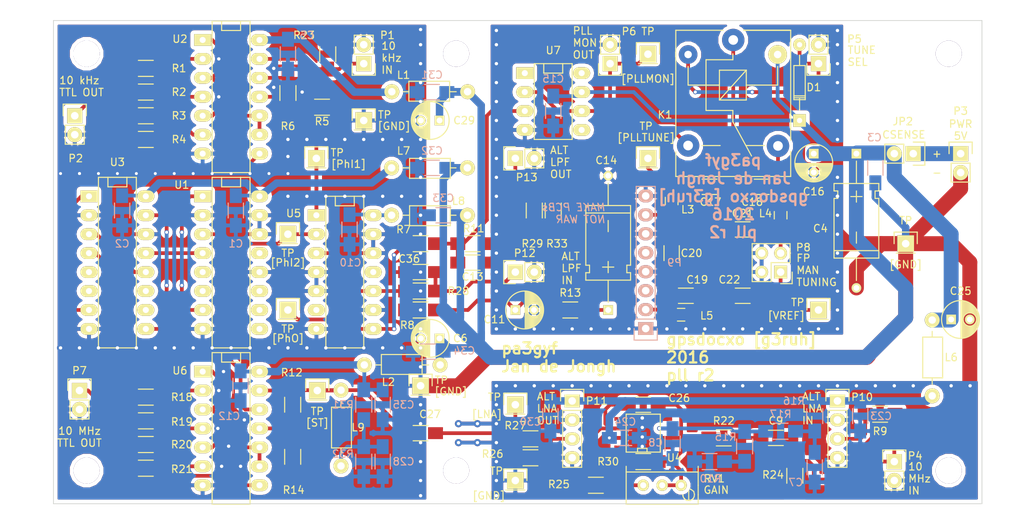
<source format=kicad_pcb>
(kicad_pcb (version 4) (host pcbnew "(after 2015-mar-04 BZR unknown)-product")
  (layers (0 F.Cu signal) (31 B.Cu signal) (34 B.Paste user) (35 F.Paste user) (36 B.SilkS user) (37 F.SilkS user) (38 B.Mask user) (39 F.Mask user) (44 Edge.Cuts user))
  (net 0 "")
  (net 1 PLL_EXT_POWER)
  (net 2 VCC)
  (net 3 PLL_12V_OCXO)
  (net 4 "Net-(U7-Pad1)")
  (net 5 "Net-(P6-Pad1)")
  (net 6 "Net-(C13-Pad1)")
  (net 7 GND)
  (net 8 "Net-(U7-Pad5)")
  (net 9 "Net-(U7-Pad8)")
  (net 10 PLL_REF_OCXO)
  (net 11 PLL_RF_OCXO)
  (net 12 PLL_TUNE_OCXO)
  (net 13 "Net-(U1-Pad1)")
  (net 14 "Net-(U1-Pad3)")
  (net 15 "Net-(U1-Pad4)")
  (net 16 "Net-(U1-Pad5)")
  (net 17 "Net-(U1-Pad6)")
  (net 18 "Net-(U1-Pad9)")
  (net 19 "Net-(U1-Pad10)")
  (net 20 "Net-(U1-Pad11)")
  (net 21 "Net-(U1-Pad13)")
  (net 22 PLL_10KHZ_IN)
  (net 23 "Net-(R6-Pad2)")
  (net 24 "Net-(R3-Pad2)")
  (net 25 "Net-(R4-Pad2)")
  (net 26 "Net-(R1-Pad2)")
  (net 27 "Net-(R2-Pad2)")
  (net 28 "Net-(R5-Pad1)")
  (net 29 "Net-(U3-Pad1)")
  (net 30 "Net-(U3-Pad5)")
  (net 31 "Net-(U3-Pad6)")
  (net 32 "Net-(U3-Pad15)")
  (net 33 "Net-(U3-Pad10)")
  (net 34 "Net-(U3-Pad11)")
  (net 35 "Net-(U3-Pad12)")
  (net 36 "Net-(R7-Pad1)")
  (net 37 "Net-(U5-Pad6)")
  (net 38 "Net-(R12-Pad1)")
  (net 39 "Net-(R18-Pad2)")
  (net 40 "Net-(R19-Pad2)")
  (net 41 "Net-(R20-Pad2)")
  (net 42 "Net-(R21-Pad2)")
  (net 43 "Net-(D1-Pad1)")
  (net 44 "Net-(C21-Pad1)")
  (net 45 "Net-(C22-Pad1)")
  (net 46 "Net-(C17-Pad1)")
  (net 47 "Net-(C11-Pad1)")
  (net 48 "Net-(C14-Pad1)")
  (net 49 "Net-(C18-Pad1)")
  (net 50 /10KHZ_TTL)
  (net 51 /10MHZ_TTL)
  (net 52 "Net-(U6-Pad1)")
  (net 53 "Net-(U4-Pad8)")
  (net 54 "Net-(U4-Pad5)")
  (net 55 "Net-(U4-Pad1)")
  (net 56 "Net-(C7-Pad1)")
  (net 57 "Net-(C8-Pad1)")
  (net 58 "Net-(C9-Pad1)")
  (net 59 /10MHz_IN)
  (net 60 "Net-(C23-Pad1)")
  (net 61 "Net-(C26-Pad1)")
  (net 62 "Net-(C26-Pad2)")
  (net 63 "Net-(P10-Pad3)")
  (net 64 "Net-(P11-Pad3)")
  (net 65 "Net-(P13-Pad1)")
  (net 66 "Net-(R28-Pad2)")
  (net 67 "Net-(R10-Pad2)")
  (net 68 "Net-(R25-Pad1)")
  (net 69 "Net-(U2-Pad1)")
  (net 70 "Net-(U5-Pad11)")
  (net 71 "Net-(C27-Pad1)")
  (net 72 "Net-(C27-Pad2)")
  (net 73 "Net-(C28-Pad1)")
  (net 74 "Net-(U3-Pad4)")
  (net 75 "Net-(K1-Pad3)")
  (net 76 "Net-(C36-Pad1)")
  (module Pin_Headers:Pin_Header_Straight_1x01 (layer F.Cu) (at 103.632 101.6)
    (fp_text reference [ST] (at 0 4.318) (layer F.SilkS))
    (fp_text value TP (at 0 2.794) (layer F.SilkS))
    (pad 1 thru_hole rect (at 0 0) (size 2.2352 2.2352) (drill 1.016) (layers *.Cu *.Mask F.SilkS) (net 71 "Net-(C27-Pad1)"))
  )
  (module Pin_Headers:Pin_Header_Straight_1x01 (layer F.Cu) (at 130.175 113.665)
    (fp_text reference [GND] (at -3.556 2.032) (layer F.SilkS))
    (fp_text value TP (at -2.54 -1.27) (layer F.SilkS))
    (pad 1 thru_hole rect (at 0 0) (size 2.2352 2.2352) (drill 1.016) (layers *.Cu *.Mask F.SilkS) (net 7 GND))
  )
  (module pa3gyf-kicad:via (layer B.Cu) (at 69.215 72.517 270)
    (fp_text reference Ref** hide)
    (fp_text value Val** hide)
    (pad 1 thru_hole circle (at 0 0 270) (size 0.5 0.5) (drill 0.4) (layers *.Cu) (net 7 GND))
  )
  (module pa3gyf-kicad:via (layer B.Cu) (at 71.755 72.517 270)
    (fp_text reference Ref** hide)
    (fp_text value Val** hide)
    (pad 1 thru_hole circle (at 0 0 270) (size 0.5 0.5) (drill 0.4) (layers *.Cu) (net 7 GND))
  )
  (module pa3gyf-kicad:via (layer B.Cu) (at 71.755 72.517 270)
    (fp_text reference Ref** hide)
    (fp_text value Val** hide)
    (pad 1 thru_hole circle (at 0 0 270) (size 0.5 0.5) (drill 0.4) (layers *.Cu) (net 7 GND))
  )
  (module pa3gyf-kicad:via (layer B.Cu) (at 74.295 72.517 270)
    (fp_text reference Ref** hide)
    (fp_text value Val** hide)
    (pad 1 thru_hole circle (at 0 0 270) (size 0.5 0.5) (drill 0.4) (layers *.Cu) (net 7 GND))
  )
  (module pa3gyf-kicad:via (layer B.Cu) (at 76.835 72.517 270)
    (fp_text reference Ref** hide)
    (fp_text value Val** hide)
    (pad 1 thru_hole circle (at 0 0 270) (size 0.5 0.5) (drill 0.4) (layers *.Cu) (net 7 GND))
  )
  (module Pin_Headers:Pin_Header_Straight_1x01 (layer F.Cu) (at 170.815 90.805)
    (fp_text reference [VREF] (at -4.318 0.762) (layer F.SilkS))
    (fp_text value TP (at -2.794 -1.016) (layer F.SilkS))
    (pad 1 thru_hole rect (at 0 0) (size 2.2352 2.2352) (drill 1.016) (layers *.Cu *.Mask F.SilkS) (net 45 "Net-(C22-Pad1)"))
  )
  (module Pin_Headers:Pin_Header_Straight_1x01 (layer F.Cu) (at 109.855 65.405)
    (fp_text reference [GND] (at 4.064 0.762) (layer F.SilkS))
    (fp_text value TP (at 2.794 -0.762) (layer F.SilkS))
    (pad 1 thru_hole rect (at 0 0) (size 2.2352 2.2352) (drill 1.016) (layers *.Cu *.Mask F.SilkS) (net 7 GND))
  )
  (module pa3gyf-kicad:via (layer B.Cu) (at 122.555 108.585 270)
    (fp_text reference Ref** hide)
    (fp_text value Val** hide)
    (pad 1 thru_hole circle (at 0 0 270) (size 0.97 0.97) (drill 0.45) (layers *.Cu) (net 7 GND))
  )
  (module pa3gyf-kicad:via (layer B.Cu) (at 125.095 108.585 270)
    (fp_text reference Ref** hide)
    (fp_text value Val** hide)
    (pad 1 thru_hole circle (at 0 0 270) (size 0.97 0.97) (drill 0.45) (layers *.Cu) (net 7 GND))
  )
  (module pa3gyf-kicad:via (layer B.Cu) (at 122.555 106.045 270)
    (fp_text reference Ref** hide)
    (fp_text value Val** hide)
    (pad 1 thru_hole circle (at 0 0 270) (size 0.97 0.97) (drill 0.45) (layers *.Cu) (net 7 GND))
  )
  (module pa3gyf-kicad:via (layer B.Cu) (at 125.095 106.045 270)
    (fp_text reference Ref** hide)
    (fp_text value Val** hide)
    (pad 1 thru_hole circle (at 0 0 270) (size 0.97 0.97) (drill 0.45) (layers *.Cu) (net 7 GND))
  )
  (module Pin_Headers:Pin_Header_Straight_1x01 (layer F.Cu) (at 99.695 90.805)
    (fp_text reference [PhO] (at 0 3.81) (layer F.SilkS))
    (fp_text value TP (at 0 2.54) (layer F.SilkS))
    (pad 1 thru_hole rect (at 0 0) (size 2.2352 2.2352) (drill 1.016) (layers *.Cu *.Mask F.SilkS) (net 36 "Net-(R7-Pad1)"))
  )
  (module Pin_Headers:Pin_Header_Straight_1x01 (layer F.Cu) (at 99.695 80.645)
    (fp_text reference [PhI2] (at 0 3.81) (layer F.SilkS))
    (fp_text value TP (at 0 2.54) (layer F.SilkS))
    (pad 1 thru_hole rect (at 0 0) (size 2.2352 2.2352) (drill 1.016) (layers *.Cu *.Mask F.SilkS) (net 14 "Net-(U1-Pad3)"))
  )
  (module Pin_Headers:Pin_Header_Straight_1x01 (layer F.Cu) (at 103.505 70.485)
    (fp_text reference [PhI1] (at 4.318 0.762) (layer F.SilkS))
    (fp_text value TP (at 2.794 -0.762) (layer F.SilkS))
    (pad 1 thru_hole rect (at 0 0) (size 2.2352 2.2352) (drill 1.016) (layers *.Cu *.Mask F.SilkS) (net 23 "Net-(R6-Pad2)"))
  )
  (module Pin_Headers:Pin_Header_Straight_1x01 (layer F.Cu) (at 130.175 103.505)
    (fp_text reference [LNA] (at -3.81 1.27) (layer F.SilkS))
    (fp_text value TP (at -2.794 -1.016) (layer F.SilkS))
    (pad 1 thru_hole rect (at 0 0) (size 2.2352 2.2352) (drill 1.016) (layers *.Cu *.Mask F.SilkS) (net 72 "Net-(C27-Pad2)"))
  )
  (module Pin_Headers:Pin_Header_Straight_1x01 (layer F.Cu) (at 147.955 70.485)
    (fp_text reference [PLLTUNE] (at -0.254 -2.794) (layer F.SilkS))
    (fp_text value TP (at -0.254 -4.318) (layer F.SilkS))
    (pad 1 thru_hole rect (at 0 0) (size 2.2352 2.2352) (drill 1.016) (layers *.Cu *.Mask F.SilkS) (net 46 "Net-(C17-Pad1)"))
  )
  (module Pin_Headers:Pin_Header_Straight_1x01 (layer F.Cu) (at 147.955 56.515)
    (fp_text reference [PLLMON] (at 0 3.302) (layer F.SilkS))
    (fp_text value TP (at 0 -3.048) (layer F.SilkS))
    (pad 1 thru_hole rect (at 0 0) (size 2.2352 2.2352) (drill 1.016) (layers *.Cu *.Mask F.SilkS) (net 5 "Net-(P6-Pad1)"))
  )
  (module Pin_Headers:Pin_Header_Straight_1x01 (layer F.Cu) (at 117.475 100.965)
    (fp_text reference [GND] (at 4.064 0.762) (layer F.SilkS))
    (fp_text value TP (at 2.794 -0.762) (layer F.SilkS))
    (pad 1 thru_hole rect (at 0 0) (size 2.2352 2.2352) (drill 1.016) (layers *.Cu *.Mask F.SilkS) (net 7 GND))
  )
  (module Pin_Headers:Pin_Header_Straight_1x01 (layer F.Cu) (at 182.499 81.915)
    (fp_text reference [GND] (at 0 2.794) (layer F.SilkS))
    (fp_text value TP (at 0 -3.1) (layer F.SilkS))
    (pad 1 thru_hole rect (at 0 0) (size 2.2352 2.2352) (drill 1.016) (layers *.Cu *.Mask F.SilkS) (net 7 GND))
  )
  (module pa3gyf-kicad:via (layer B.Cu) (at 173.355 60.325 270)
    (fp_text reference Ref** hide)
    (fp_text value Val** hide)
    (pad 1 thru_hole circle (at 0 0 270) (size 0.97 0.97) (drill 0.45) (layers *.Cu) (net 7 GND))
  )
  (module pa3gyf-kicad:via (layer B.Cu) (at 173.355 62.865 270)
    (fp_text reference Ref** hide)
    (fp_text value Val** hide)
    (pad 1 thru_hole circle (at 0 0 270) (size 0.97 0.97) (drill 0.45) (layers *.Cu) (net 7 GND))
  )
  (module pa3gyf-kicad:via (layer B.Cu) (at 173.355 75.565 270)
    (fp_text reference Ref** hide)
    (fp_text value Val** hide)
    (pad 1 thru_hole circle (at 0 0 270) (size 0.97 0.97) (drill 0.45) (layers *.Cu) (net 7 GND))
  )
  (module pa3gyf-kicad:via (layer B.Cu) (at 147.193 105.283 270)
    (fp_text reference Ref** hide)
    (fp_text value Val** hide)
    (pad 1 thru_hole circle (at 0 0 270) (size 0.97 0.97) (drill 0.45) (layers *.Cu) (net 7 GND))
  )
  (module pa3gyf-kicad:via (layer B.Cu) (at 147.193 105.283 270)
    (fp_text reference Ref** hide)
    (fp_text value Val** hide)
    (pad 1 thru_hole circle (at 0 0 270) (size 0.97 0.97) (drill 0.45) (layers *.Cu) (net 7 GND))
  )
  (module pa3gyf-kicad:via (layer B.Cu) (at 147.193 106.553 270)
    (fp_text reference Ref** hide)
    (fp_text value Val** hide)
    (pad 1 thru_hole circle (at 0 0 270) (size 0.97 0.97) (drill 0.45) (layers *.Cu) (net 7 GND))
  )
  (module pa3gyf-kicad:via (layer B.Cu) (at 147.193 107.823 270)
    (fp_text reference Ref** hide)
    (fp_text value Val** hide)
    (pad 1 thru_hole circle (at 0 0 270) (size 0.97 0.97) (drill 0.45) (layers *.Cu) (net 7 GND))
  )
  (module pa3gyf-kicad:via (layer B.Cu) (at 173.355 53.34 270)
    (fp_text reference Ref** hide)
    (fp_text value Val** hide)
    (pad 1 thru_hole circle (at 0 0 270) (size 0.97 0.97) (drill 0.45) (layers *.Cu) (net 7 GND))
  )
  (module pa3gyf-kicad:via (layer B.Cu) (at 173.355 55.245 270)
    (fp_text reference Ref** hide)
    (fp_text value Val** hide)
    (pad 1 thru_hole circle (at 0 0 270) (size 0.97 0.97) (drill 0.45) (layers *.Cu) (net 7 GND))
  )
  (module pa3gyf-kicad:via (layer B.Cu) (at 173.355 57.785 270)
    (fp_text reference Ref** hide)
    (fp_text value Val** hide)
    (pad 1 thru_hole circle (at 0 0 270) (size 0.97 0.97) (drill 0.45) (layers *.Cu) (net 7 GND))
  )
  (module pa3gyf-kicad:via (layer B.Cu) (at 173.355 65.405 270)
    (fp_text reference Ref** hide)
    (fp_text value Val** hide)
    (pad 1 thru_hole circle (at 0 0 270) (size 0.97 0.97) (drill 0.45) (layers *.Cu) (net 7 GND))
  )
  (module pa3gyf-kicad:via (layer B.Cu) (at 173.355 67.945 270)
    (fp_text reference Ref** hide)
    (fp_text value Val** hide)
    (pad 1 thru_hole circle (at 0 0 270) (size 0.97 0.97) (drill 0.45) (layers *.Cu) (net 7 GND))
  )
  (module pa3gyf-kicad:via (layer B.Cu) (at 173.355 73.025 270)
    (fp_text reference Ref** hide)
    (fp_text value Val** hide)
    (pad 1 thru_hole circle (at 0 0 270) (size 0.97 0.97) (drill 0.45) (layers *.Cu) (net 7 GND))
  )
  (module pa3gyf-kicad:via (layer B.Cu) (at 173.355 75.565 270)
    (fp_text reference Ref** hide)
    (fp_text value Val** hide)
    (pad 1 thru_hole circle (at 0 0 270) (size 0.97 0.97) (drill 0.45) (layers *.Cu) (net 7 GND))
  )
  (module pa3gyf-kicad:via (layer B.Cu) (at 173.355 78.105 270)
    (fp_text reference Ref** hide)
    (fp_text value Val** hide)
    (pad 1 thru_hole circle (at 0 0 270) (size 0.97 0.97) (drill 0.45) (layers *.Cu) (net 7 GND))
  )
  (module pa3gyf-kicad:via (layer B.Cu) (at 173.355 80.645 270)
    (fp_text reference Ref** hide)
    (fp_text value Val** hide)
    (pad 1 thru_hole circle (at 0 0 270) (size 0.97 0.97) (drill 0.45) (layers *.Cu) (net 7 GND))
  )
  (module pa3gyf-kicad:via (layer B.Cu) (at 173.355 83.185 270)
    (fp_text reference Ref** hide)
    (fp_text value Val** hide)
    (pad 1 thru_hole circle (at 0 0 270) (size 0.97 0.97) (drill 0.45) (layers *.Cu) (net 7 GND))
  )
  (module pa3gyf-kicad:via (layer B.Cu) (at 173.355 85.725 270)
    (fp_text reference Ref** hide)
    (fp_text value Val** hide)
    (pad 1 thru_hole circle (at 0 0 270) (size 0.97 0.97) (drill 0.45) (layers *.Cu) (net 7 GND))
  )
  (module pa3gyf-kicad:via (layer B.Cu) (at 173.355 88.265 270)
    (fp_text reference Ref** hide)
    (fp_text value Val** hide)
    (pad 1 thru_hole circle (at 0 0 270) (size 0.97 0.97) (drill 0.45) (layers *.Cu) (net 7 GND))
  )
  (module pa3gyf-kicad:via (layer B.Cu) (at 173.355 90.805 270)
    (fp_text reference Ref** hide)
    (fp_text value Val** hide)
    (pad 1 thru_hole circle (at 0 0 270) (size 0.97 0.97) (drill 0.45) (layers *.Cu) (net 7 GND))
  )
  (module pa3gyf-kicad:via (layer B.Cu) (at 147.193 109.093 270)
    (fp_text reference Ref** hide)
    (fp_text value Val** hide)
    (pad 1 thru_hole circle (at 0 0 270) (size 0.97 0.97) (drill 0.45) (layers *.Cu) (net 7 GND))
  )
  (module pa3gyf-kicad:via (layer B.Cu) (at 127.635 115.697 270)
    (fp_text reference Ref** hide)
    (fp_text value Val** hide)
    (pad 1 thru_hole circle (at 0 0 270) (size 0.97 0.97) (drill 0.45) (layers *.Cu) (net 7 GND))
  )
  (module pa3gyf-kicad:via (layer B.Cu) (at 127.635 113.665 270)
    (fp_text reference Ref** hide)
    (fp_text value Val** hide)
    (pad 1 thru_hole circle (at 0 0 270) (size 0.97 0.97) (drill 0.45) (layers *.Cu) (net 7 GND))
  )
  (module pa3gyf-kicad:via (layer B.Cu) (at 127.635 111.125 270)
    (fp_text reference Ref** hide)
    (fp_text value Val** hide)
    (pad 1 thru_hole circle (at 0 0 270) (size 0.97 0.97) (drill 0.45) (layers *.Cu) (net 7 GND))
  )
  (module pa3gyf-kicad:via (layer B.Cu) (at 127.635 108.585 270)
    (fp_text reference Ref** hide)
    (fp_text value Val** hide)
    (pad 1 thru_hole circle (at 0 0 270) (size 0.97 0.97) (drill 0.45) (layers *.Cu) (net 7 GND))
  )
  (module pa3gyf-kicad:via (layer B.Cu) (at 127.635 106.045 270)
    (fp_text reference Ref** hide)
    (fp_text value Val** hide)
    (pad 1 thru_hole circle (at 0 0 270) (size 0.97 0.97) (drill 0.45) (layers *.Cu) (net 7 GND))
  )
  (module pa3gyf-kicad:via (layer B.Cu) (at 127.635 103.505 270)
    (fp_text reference Ref** hide)
    (fp_text value Val** hide)
    (pad 1 thru_hole circle (at 0 0 270) (size 0.97 0.97) (drill 0.45) (layers *.Cu) (net 7 GND))
  )
  (module pa3gyf-kicad:via (layer B.Cu) (at 173.355 93.345 270)
    (fp_text reference Ref** hide)
    (fp_text value Val** hide)
    (pad 1 thru_hole circle (at 0 0 270) (size 0.97 0.97) (drill 0.45) (layers *.Cu) (net 7 GND))
  )
  (module pa3gyf-kicad:via (layer B.Cu) (at 127.635 90.805 270)
    (fp_text reference Ref** hide)
    (fp_text value Val** hide)
    (pad 1 thru_hole circle (at 0 0 270) (size 0.97 0.97) (drill 0.45) (layers *.Cu) (net 7 GND))
  )
  (module pa3gyf-kicad:via (layer B.Cu) (at 127.635 88.265 270)
    (fp_text reference Ref** hide)
    (fp_text value Val** hide)
    (pad 1 thru_hole circle (at 0 0 270) (size 0.97 0.97) (drill 0.45) (layers *.Cu) (net 7 GND))
  )
  (module pa3gyf-kicad:via (layer B.Cu) (at 127.635 85.725 270)
    (fp_text reference Ref** hide)
    (fp_text value Val** hide)
    (pad 1 thru_hole circle (at 0 0 270) (size 0.97 0.97) (drill 0.45) (layers *.Cu) (net 7 GND))
  )
  (module pa3gyf-kicad:via (layer B.Cu) (at 127.635 83.185 270)
    (fp_text reference Ref** hide)
    (fp_text value Val** hide)
    (pad 1 thru_hole circle (at 0 0 270) (size 0.97 0.97) (drill 0.45) (layers *.Cu) (net 7 GND))
  )
  (module pa3gyf-kicad:via (layer B.Cu) (at 127.635 80.645 270)
    (fp_text reference Ref** hide)
    (fp_text value Val** hide)
    (pad 1 thru_hole circle (at 0 0 270) (size 0.97 0.97) (drill 0.45) (layers *.Cu) (net 7 GND))
  )
  (module pa3gyf-kicad:via (layer B.Cu) (at 127.635 78.105 270)
    (fp_text reference Ref** hide)
    (fp_text value Val** hide)
    (pad 1 thru_hole circle (at 0 0 270) (size 0.97 0.97) (drill 0.45) (layers *.Cu) (net 7 GND))
  )
  (module pa3gyf-kicad:via (layer B.Cu) (at 127.635 75.565 270)
    (fp_text reference Ref** hide)
    (fp_text value Val** hide)
    (pad 1 thru_hole circle (at 0 0 270) (size 0.97 0.97) (drill 0.45) (layers *.Cu) (net 7 GND))
  )
  (module pa3gyf-kicad:via (layer B.Cu) (at 127.635 73.025 270)
    (fp_text reference Ref** hide)
    (fp_text value Val** hide)
    (pad 1 thru_hole circle (at 0 0 270) (size 0.97 0.97) (drill 0.45) (layers *.Cu) (net 7 GND))
  )
  (module pa3gyf-kicad:via (layer B.Cu) (at 127.635 70.485 270)
    (fp_text reference Ref** hide)
    (fp_text value Val** hide)
    (pad 1 thru_hole circle (at 0 0 270) (size 0.97 0.97) (drill 0.45) (layers *.Cu) (net 7 GND))
  )
  (module pa3gyf-kicad:via (layer B.Cu) (at 127.635 67.945 270)
    (fp_text reference Ref** hide)
    (fp_text value Val** hide)
    (pad 1 thru_hole circle (at 0 0 270) (size 0.97 0.97) (drill 0.45) (layers *.Cu) (net 7 GND))
  )
  (module pa3gyf-kicad:via (layer B.Cu) (at 127.635 65.405 270)
    (fp_text reference Ref** hide)
    (fp_text value Val** hide)
    (pad 1 thru_hole circle (at 0 0 270) (size 0.97 0.97) (drill 0.45) (layers *.Cu) (net 7 GND))
  )
  (module pa3gyf-kicad:via (layer B.Cu) (at 127.635 62.865 270)
    (fp_text reference Ref** hide)
    (fp_text value Val** hide)
    (pad 1 thru_hole circle (at 0 0 270) (size 0.97 0.97) (drill 0.45) (layers *.Cu) (net 7 GND))
  )
  (module pa3gyf-kicad:via (layer B.Cu) (at 127.635 57.785 270)
    (fp_text reference Ref** hide)
    (fp_text value Val** hide)
    (pad 1 thru_hole circle (at 0 0 270) (size 0.97 0.97) (drill 0.45) (layers *.Cu) (net 7 GND))
  )
  (module pa3gyf-kicad:via (layer B.Cu) (at 127.635 55.245 270)
    (fp_text reference Ref** hide)
    (fp_text value Val** hide)
    (pad 1 thru_hole circle (at 0 0 270) (size 0.97 0.97) (drill 0.45) (layers *.Cu) (net 7 GND))
  )
  (module pa3gyf-kicad:via (layer B.Cu) (at 127.635 60.325 270)
    (fp_text reference Ref** hide)
    (fp_text value Val** hide)
    (pad 1 thru_hole circle (at 0 0 270) (size 0.97 0.97) (drill 0.45) (layers *.Cu) (net 7 GND))
  )
  (module pa3gyf-kicad:via (layer B.Cu) (at 127.635 53.34 270)
    (fp_text reference Ref** hide)
    (fp_text value Val** hide)
    (pad 1 thru_hole circle (at 0 0 270) (size 0.97 0.97) (drill 0.45) (layers *.Cu) (net 7 GND))
  )
  (module pa3gyf-kicad:via (layer B.Cu) (at 191.135 100.965 270)
    (fp_text reference Ref** hide)
    (fp_text value Val** hide)
    (pad 1 thru_hole circle (at 0 0 270) (size 0.97 0.97) (drill 0.45) (layers *.Cu) (net 7 GND))
  )
  (module pa3gyf-kicad:via (layer B.Cu) (at 188.595 100.965 270)
    (fp_text reference Ref** hide)
    (fp_text value Val** hide)
    (pad 1 thru_hole circle (at 0 0 270) (size 0.97 0.97) (drill 0.45) (layers *.Cu) (net 7 GND))
  )
  (module pa3gyf-kicad:via (layer B.Cu) (at 183.515 100.965 270)
    (fp_text reference Ref** hide)
    (fp_text value Val** hide)
    (pad 1 thru_hole circle (at 0 0 270) (size 0.97 0.97) (drill 0.45) (layers *.Cu) (net 7 GND))
  )
  (module pa3gyf-kicad:via (layer B.Cu) (at 180.975 100.965 270)
    (fp_text reference Ref** hide)
    (fp_text value Val** hide)
    (pad 1 thru_hole circle (at 0 0 270) (size 0.97 0.97) (drill 0.45) (layers *.Cu) (net 7 GND))
  )
  (module pa3gyf-kicad:via (layer B.Cu) (at 178.435 100.965 270)
    (fp_text reference Ref** hide)
    (fp_text value Val** hide)
    (pad 1 thru_hole circle (at 0 0 270) (size 0.97 0.97) (drill 0.45) (layers *.Cu) (net 7 GND))
  )
  (module pa3gyf-kicad:via (layer B.Cu) (at 175.895 100.965 270)
    (fp_text reference Ref** hide)
    (fp_text value Val** hide)
    (pad 1 thru_hole circle (at 0 0 270) (size 0.97 0.97) (drill 0.45) (layers *.Cu) (net 7 GND))
  )
  (module pa3gyf-kicad:via (layer B.Cu) (at 173.355 100.965 270)
    (fp_text reference Ref** hide)
    (fp_text value Val** hide)
    (pad 1 thru_hole circle (at 0 0 270) (size 0.97 0.97) (drill 0.45) (layers *.Cu) (net 7 GND))
  )
  (module pa3gyf-kicad:via (layer B.Cu) (at 170.815 100.965 270)
    (fp_text reference Ref** hide)
    (fp_text value Val** hide)
    (pad 1 thru_hole circle (at 0 0 270) (size 0.97 0.97) (drill 0.45) (layers *.Cu) (net 7 GND))
  )
  (module pa3gyf-kicad:via (layer B.Cu) (at 168.275 100.965 270)
    (fp_text reference Ref** hide)
    (fp_text value Val** hide)
    (pad 1 thru_hole circle (at 0 0 270) (size 0.97 0.97) (drill 0.45) (layers *.Cu) (net 7 GND))
  )
  (module pa3gyf-kicad:via (layer B.Cu) (at 165.735 100.965 270)
    (fp_text reference Ref** hide)
    (fp_text value Val** hide)
    (pad 1 thru_hole circle (at 0 0 270) (size 0.97 0.97) (drill 0.45) (layers *.Cu) (net 7 GND))
  )
  (module pa3gyf-kicad:via (layer B.Cu) (at 163.195 100.965 270)
    (fp_text reference Ref** hide)
    (fp_text value Val** hide)
    (pad 1 thru_hole circle (at 0 0 270) (size 0.97 0.97) (drill 0.45) (layers *.Cu) (net 7 GND))
  )
  (module pa3gyf-kicad:via (layer B.Cu) (at 160.655 100.965 270)
    (fp_text reference Ref** hide)
    (fp_text value Val** hide)
    (pad 1 thru_hole circle (at 0 0 270) (size 0.97 0.97) (drill 0.45) (layers *.Cu) (net 7 GND))
  )
  (module pa3gyf-kicad:via (layer B.Cu) (at 158.115 100.965 270)
    (fp_text reference Ref** hide)
    (fp_text value Val** hide)
    (pad 1 thru_hole circle (at 0 0 270) (size 0.97 0.97) (drill 0.45) (layers *.Cu) (net 7 GND))
  )
  (module pa3gyf-kicad:via (layer B.Cu) (at 170.815 93.345 270)
    (fp_text reference Ref** hide)
    (fp_text value Val** hide)
    (pad 1 thru_hole circle (at 0 0 270) (size 0.97 0.97) (drill 0.45) (layers *.Cu) (net 7 GND))
  )
  (module pa3gyf-kicad:via (layer B.Cu) (at 168.275 93.345 270)
    (fp_text reference Ref** hide)
    (fp_text value Val** hide)
    (pad 1 thru_hole circle (at 0 0 270) (size 0.97 0.97) (drill 0.45) (layers *.Cu) (net 7 GND))
  )
  (module pa3gyf-kicad:via (layer B.Cu) (at 165.735 93.345 270)
    (fp_text reference Ref** hide)
    (fp_text value Val** hide)
    (pad 1 thru_hole circle (at 0 0 270) (size 0.97 0.97) (drill 0.45) (layers *.Cu) (net 7 GND))
  )
  (module pa3gyf-kicad:via (layer B.Cu) (at 163.195 93.345 270)
    (fp_text reference Ref** hide)
    (fp_text value Val** hide)
    (pad 1 thru_hole circle (at 0 0 270) (size 0.97 0.97) (drill 0.45) (layers *.Cu) (net 7 GND))
  )
  (module pa3gyf-kicad:via (layer B.Cu) (at 160.655 93.345 270)
    (fp_text reference Ref** hide)
    (fp_text value Val** hide)
    (pad 1 thru_hole circle (at 0 0 270) (size 0.97 0.97) (drill 0.45) (layers *.Cu) (net 7 GND))
  )
  (module pa3gyf-kicad:via (layer B.Cu) (at 158.115 93.345 270)
    (fp_text reference Ref** hide)
    (fp_text value Val** hide)
    (pad 1 thru_hole circle (at 0 0 270) (size 0.97 0.97) (drill 0.45) (layers *.Cu) (net 7 GND))
  )
  (module pa3gyf-kicad:via (layer B.Cu) (at 155.575 93.345 270)
    (fp_text reference Ref** hide)
    (fp_text value Val** hide)
    (pad 1 thru_hole circle (at 0 0 270) (size 0.97 0.97) (drill 0.45) (layers *.Cu) (net 7 GND))
  )
  (module pa3gyf-kicad:via (layer B.Cu) (at 127.635 93.345 270)
    (fp_text reference Ref** hide)
    (fp_text value Val** hide)
    (pad 1 thru_hole circle (at 0 0 270) (size 0.97 0.97) (drill 0.45) (layers *.Cu) (net 7 GND))
  )
  (module pa3gyf-kicad:via (layer B.Cu) (at 130.175 93.345 270)
    (fp_text reference Ref** hide)
    (fp_text value Val** hide)
    (pad 1 thru_hole circle (at 0 0 270) (size 0.97 0.97) (drill 0.45) (layers *.Cu) (net 7 GND))
  )
  (module pa3gyf-kicad:via (layer B.Cu) (at 132.715 93.345 270)
    (fp_text reference Ref** hide)
    (fp_text value Val** hide)
    (pad 1 thru_hole circle (at 0 0 270) (size 0.97 0.97) (drill 0.45) (layers *.Cu) (net 7 GND))
  )
  (module pa3gyf-kicad:via (layer B.Cu) (at 135.255 93.345 270)
    (fp_text reference Ref** hide)
    (fp_text value Val** hide)
    (pad 1 thru_hole circle (at 0 0 270) (size 0.97 0.97) (drill 0.45) (layers *.Cu) (net 7 GND))
  )
  (module pa3gyf-kicad:via (layer B.Cu) (at 137.795 93.345 270)
    (fp_text reference Ref** hide)
    (fp_text value Val** hide)
    (pad 1 thru_hole circle (at 0 0 270) (size 0.97 0.97) (drill 0.45) (layers *.Cu) (net 7 GND))
  )
  (module pa3gyf-kicad:via (layer B.Cu) (at 140.335 93.345 270)
    (fp_text reference Ref** hide)
    (fp_text value Val** hide)
    (pad 1 thru_hole circle (at 0 0 270) (size 0.97 0.97) (drill 0.45) (layers *.Cu) (net 7 GND))
  )
  (module pa3gyf-kicad:via (layer B.Cu) (at 142.875 93.345 270)
    (fp_text reference Ref** hide)
    (fp_text value Val** hide)
    (pad 1 thru_hole circle (at 0 0 270) (size 0.97 0.97) (drill 0.45) (layers *.Cu) (net 7 GND))
  )
  (module pa3gyf-kicad:via (layer B.Cu) (at 153.035 93.345 270)
    (fp_text reference Ref** hide)
    (fp_text value Val** hide)
    (pad 1 thru_hole circle (at 0 0 270) (size 0.97 0.97) (drill 0.45) (layers *.Cu) (net 7 GND))
  )
  (module pa3gyf-kicad:via (layer B.Cu) (at 127.635 100.965 270)
    (fp_text reference Ref** hide)
    (fp_text value Val** hide)
    (pad 1 thru_hole circle (at 0 0 270) (size 0.97 0.97) (drill 0.45) (layers *.Cu) (net 7 GND))
  )
  (module pa3gyf-kicad:via (layer B.Cu) (at 150.495 93.345 270)
    (fp_text reference Ref** hide)
    (fp_text value Val** hide)
    (pad 1 thru_hole circle (at 0 0 270) (size 0.97 0.97) (drill 0.45) (layers *.Cu) (net 7 GND))
  )
  (module pa3gyf-kicad:via (layer B.Cu) (at 145.415 93.345 270)
    (fp_text reference Ref** hide)
    (fp_text value Val** hide)
    (pad 1 thru_hole circle (at 0 0 270) (size 0.97 0.97) (drill 0.45) (layers *.Cu) (net 7 GND))
  )
  (module pa3gyf-kicad:via (layer B.Cu) (at 132.715 100.965 270)
    (fp_text reference Ref** hide)
    (fp_text value Val** hide)
    (pad 1 thru_hole circle (at 0 0 270) (size 0.97 0.97) (drill 0.45) (layers *.Cu) (net 7 GND))
  )
  (module pa3gyf-kicad:via (layer B.Cu) (at 150.495 100.965 270)
    (fp_text reference Ref** hide)
    (fp_text value Val** hide)
    (pad 1 thru_hole circle (at 0 0 270) (size 0.97 0.97) (drill 0.45) (layers *.Cu) (net 7 GND))
  )
  (module pa3gyf-kicad:via (layer B.Cu) (at 147.955 100.965 270)
    (fp_text reference Ref** hide)
    (fp_text value Val** hide)
    (pad 1 thru_hole circle (at 0 0 270) (size 0.97 0.97) (drill 0.45) (layers *.Cu) (net 7 GND))
  )
  (module pa3gyf-kicad:via (layer B.Cu) (at 145.415 100.965 270)
    (fp_text reference Ref** hide)
    (fp_text value Val** hide)
    (pad 1 thru_hole circle (at 0 0 270) (size 0.97 0.97) (drill 0.45) (layers *.Cu) (net 7 GND))
  )
  (module pa3gyf-kicad:via (layer B.Cu) (at 155.575 100.965 270)
    (fp_text reference Ref** hide)
    (fp_text value Val** hide)
    (pad 1 thru_hole circle (at 0 0 270) (size 0.97 0.97) (drill 0.45) (layers *.Cu) (net 7 GND))
  )
  (module pa3gyf-kicad:via (layer B.Cu) (at 97.79 60.96 270)
    (fp_text reference Ref** hide)
    (fp_text value Val** hide)
    (pad 1 thru_hole circle (at 0 0 270) (size 0.97 0.97) (drill 0.45) (layers *.Cu) (net 7 GND))
  )
  (module pa3gyf-kicad:via (layer B.Cu) (at 97.79 58.42 270)
    (fp_text reference Ref** hide)
    (fp_text value Val** hide)
    (pad 1 thru_hole circle (at 0 0 270) (size 0.97 0.97) (drill 0.45) (layers *.Cu) (net 7 GND))
  )
  (module pa3gyf-kicad:via (layer B.Cu) (at 101.6 61.595 270)
    (fp_text reference Ref** hide)
    (fp_text value Val** hide)
    (pad 1 thru_hole circle (at 0 0 270) (size 0.97 0.97) (drill 0.45) (layers *.Cu) (net 7 GND))
  )
  (module pa3gyf-kicad:via (layer B.Cu) (at 91.7448 109.0676 270)
    (fp_text reference Ref** hide)
    (fp_text value Val** hide)
    (pad 1 thru_hole circle (at 0 0 270) (size 0.97 0.97) (drill 0.45) (layers *.Cu) (net 7 GND))
  )
  (module pa3gyf-kicad:via (layer B.Cu) (at 93.345 111.76 270)
    (fp_text reference Ref** hide)
    (fp_text value Val** hide)
    (pad 1 thru_hole circle (at 0 0 270) (size 0.97 0.97) (drill 0.45) (layers *.Cu) (net 7 GND))
  )
  (module pa3gyf-kicad:via (layer B.Cu) (at 90.805 111.76 270)
    (fp_text reference Ref** hide)
    (fp_text value Val** hide)
    (pad 1 thru_hole circle (at 0 0 270) (size 0.97 0.97) (drill 0.45) (layers *.Cu) (net 7 GND))
  )
  (module pa3gyf-kicad:via (layer B.Cu) (at 90.297 106.68 270)
    (fp_text reference Ref** hide)
    (fp_text value Val** hide)
    (pad 1 thru_hole circle (at 0 0 270) (size 0.97 0.97) (drill 0.45) (layers *.Cu) (net 7 GND))
  )
  (module pa3gyf-kicad:via (layer B.Cu) (at 90.424 101.6 270)
    (fp_text reference Ref** hide)
    (fp_text value Val** hide)
    (pad 1 thru_hole circle (at 0 0 270) (size 0.97 0.97) (drill 0.45) (layers *.Cu) (net 7 GND))
  )
  (module pa3gyf-kicad:via (layer B.Cu) (at 93.853 105.537 270)
    (fp_text reference Ref** hide)
    (fp_text value Val** hide)
    (pad 1 thru_hole circle (at 0 0 270) (size 0.97 0.97) (drill 0.45) (layers *.Cu) (net 7 GND))
  )
  (module pa3gyf-kicad:via (layer B.Cu) (at 91.059 99.06 270)
    (fp_text reference Ref** hide)
    (fp_text value Val** hide)
    (pad 1 thru_hole circle (at 0 0 270) (size 0.97 0.97) (drill 0.45) (layers *.Cu) (net 7 GND))
  )
  (module pa3gyf-kicad:via (layer B.Cu) (at 90.424 62.23 270)
    (fp_text reference Ref** hide)
    (fp_text value Val** hide)
    (pad 1 thru_hole circle (at 0 0 270) (size 0.97 0.97) (drill 0.45) (layers *.Cu) (net 7 GND))
  )
  (module pa3gyf-kicad:via (layer B.Cu) (at 90.424 57.15 270)
    (fp_text reference Ref** hide)
    (fp_text value Val** hide)
    (pad 1 thru_hole circle (at 0 0 270) (size 0.97 0.97) (drill 0.45) (layers *.Cu) (net 7 GND))
  )
  (module pa3gyf-kicad:via (layer B.Cu) (at 99.695 75.565 270)
    (fp_text reference Ref** hide)
    (fp_text value Val** hide)
    (pad 1 thru_hole circle (at 0 0 270) (size 0.97 0.97) (drill 0.45) (layers *.Cu) (net 7 GND))
  )
  (module pa3gyf-kicad:via (layer B.Cu) (at 99.695 70.231 270)
    (fp_text reference Ref** hide)
    (fp_text value Val** hide)
    (pad 1 thru_hole circle (at 0 0 270) (size 0.97 0.97) (drill 0.45) (layers *.Cu) (net 7 GND))
  )
  (module pa3gyf-kicad:via (layer B.Cu) (at 99.695 67.945 270)
    (fp_text reference Ref** hide)
    (fp_text value Val** hide)
    (pad 1 thru_hole circle (at 0 0 270) (size 0.97 0.97) (drill 0.45) (layers *.Cu) (net 7 GND))
  )
  (module pa3gyf-kicad:via (layer B.Cu) (at 102.235 67.945 270)
    (fp_text reference Ref** hide)
    (fp_text value Val** hide)
    (pad 1 thru_hole circle (at 0 0 270) (size 0.97 0.97) (drill 0.45) (layers *.Cu) (net 7 GND))
  )
  (module pa3gyf-kicad:via (layer B.Cu) (at 104.775 67.945 270)
    (fp_text reference Ref** hide)
    (fp_text value Val** hide)
    (pad 1 thru_hole circle (at 0 0 270) (size 0.97 0.97) (drill 0.45) (layers *.Cu) (net 7 GND))
  )
  (module pa3gyf-kicad:via (layer B.Cu) (at 107.315 67.945 270)
    (fp_text reference Ref** hide)
    (fp_text value Val** hide)
    (pad 1 thru_hole circle (at 0 0 270) (size 0.97 0.97) (drill 0.45) (layers *.Cu) (net 7 GND))
  )
  (module pa3gyf-kicad:via (layer B.Cu) (at 109.855 67.945 270)
    (fp_text reference Ref** hide)
    (fp_text value Val** hide)
    (pad 1 thru_hole circle (at 0 0 270) (size 0.97 0.97) (drill 0.45) (layers *.Cu) (net 7 GND))
  )
  (module pa3gyf-kicad:via (layer B.Cu) (at 112.395 67.945 270)
    (fp_text reference Ref** hide)
    (fp_text value Val** hide)
    (pad 1 thru_hole circle (at 0 0 270) (size 0.97 0.97) (drill 0.45) (layers *.Cu) (net 7 GND))
  )
  (module pa3gyf-kicad:via (layer B.Cu) (at 114.935 67.945 270)
    (fp_text reference Ref** hide)
    (fp_text value Val** hide)
    (pad 1 thru_hole circle (at 0 0 270) (size 0.97 0.97) (drill 0.45) (layers *.Cu) (net 7 GND))
  )
  (module pa3gyf-kicad:via (layer B.Cu) (at 69.215 95.885 270)
    (fp_text reference Ref** hide)
    (fp_text value Val** hide)
    (pad 1 thru_hole circle (at 0 0 270) (size 0.97 0.97) (drill 0.45) (layers *.Cu) (net 7 GND))
  )
  (module pa3gyf-kicad:via (layer B.Cu) (at 71.755 95.885 270)
    (fp_text reference Ref** hide)
    (fp_text value Val** hide)
    (pad 1 thru_hole circle (at 0 0 270) (size 0.97 0.97) (drill 0.45) (layers *.Cu) (net 7 GND))
  )
  (module pa3gyf-kicad:via (layer B.Cu) (at 74.295 95.885 270)
    (fp_text reference Ref** hide)
    (fp_text value Val** hide)
    (pad 1 thru_hole circle (at 0 0 270) (size 0.97 0.97) (drill 0.45) (layers *.Cu) (net 7 GND))
  )
  (module pa3gyf-kicad:via (layer B.Cu) (at 76.835 95.885 270)
    (fp_text reference Ref** hide)
    (fp_text value Val** hide)
    (pad 1 thru_hole circle (at 0 0 270) (size 0.97 0.97) (drill 0.45) (layers *.Cu) (net 7 GND))
  )
  (module pa3gyf-kicad:via (layer B.Cu) (at 79.375 95.885 270)
    (fp_text reference Ref** hide)
    (fp_text value Val** hide)
    (pad 1 thru_hole circle (at 0 0 270) (size 0.97 0.97) (drill 0.45) (layers *.Cu) (net 7 GND))
  )
  (module pa3gyf-kicad:via (layer B.Cu) (at 81.915 95.885 270)
    (fp_text reference Ref** hide)
    (fp_text value Val** hide)
    (pad 1 thru_hole circle (at 0 0 270) (size 0.97 0.97) (drill 0.45) (layers *.Cu) (net 7 GND))
  )
  (module pa3gyf-kicad:via (layer B.Cu) (at 84.455 95.885 270)
    (fp_text reference Ref** hide)
    (fp_text value Val** hide)
    (pad 1 thru_hole circle (at 0 0 270) (size 0.97 0.97) (drill 0.45) (layers *.Cu) (net 7 GND))
  )
  (module pa3gyf-kicad:via (layer B.Cu) (at 86.995 95.885 270)
    (fp_text reference Ref** hide)
    (fp_text value Val** hide)
    (pad 1 thru_hole circle (at 0 0 270) (size 0.97 0.97) (drill 0.45) (layers *.Cu) (net 7 GND))
  )
  (module pa3gyf-kicad:via (layer B.Cu) (at 89.535 95.885 270)
    (fp_text reference Ref** hide)
    (fp_text value Val** hide)
    (pad 1 thru_hole circle (at 0 0 270) (size 0.97 0.97) (drill 0.45) (layers *.Cu) (net 7 GND))
  )
  (module pa3gyf-kicad:via (layer B.Cu) (at 92.075 95.885 270)
    (fp_text reference Ref** hide)
    (fp_text value Val** hide)
    (pad 1 thru_hole circle (at 0 0 270) (size 0.97 0.97) (drill 0.45) (layers *.Cu) (net 7 GND))
  )
  (module pa3gyf-kicad:via (layer B.Cu) (at 94.615 95.885 270)
    (fp_text reference Ref** hide)
    (fp_text value Val** hide)
    (pad 1 thru_hole circle (at 0 0 270) (size 0.97 0.97) (drill 0.45) (layers *.Cu) (net 7 GND))
  )
  (module pa3gyf-kicad:via (layer B.Cu) (at 97.155 95.885 270)
    (fp_text reference Ref** hide)
    (fp_text value Val** hide)
    (pad 1 thru_hole circle (at 0 0 270) (size 0.97 0.97) (drill 0.45) (layers *.Cu) (net 7 GND))
  )
  (module pa3gyf-kicad:via (layer B.Cu) (at 99.695 95.885 270)
    (fp_text reference Ref** hide)
    (fp_text value Val** hide)
    (pad 1 thru_hole circle (at 0 0 270) (size 0.97 0.97) (drill 0.45) (layers *.Cu) (net 7 GND))
  )
  (module pa3gyf-kicad:via (layer B.Cu) (at 102.235 95.885 270)
    (fp_text reference Ref** hide)
    (fp_text value Val** hide)
    (pad 1 thru_hole circle (at 0 0 270) (size 0.97 0.97) (drill 0.45) (layers *.Cu) (net 7 GND))
  )
  (module pa3gyf-kicad:via (layer B.Cu) (at 104.775 95.885 270)
    (fp_text reference Ref** hide)
    (fp_text value Val** hide)
    (pad 1 thru_hole circle (at 0 0 270) (size 0.97 0.97) (drill 0.45) (layers *.Cu) (net 7 GND))
  )
  (module pa3gyf-kicad:via (layer B.Cu) (at 107.315 95.885 270)
    (fp_text reference Ref** hide)
    (fp_text value Val** hide)
    (pad 1 thru_hole circle (at 0 0 270) (size 0.97 0.97) (drill 0.45) (layers *.Cu) (net 7 GND))
  )
  (module pa3gyf-kicad:via (layer B.Cu) (at 109.855 95.885 270)
    (fp_text reference Ref** hide)
    (fp_text value Val** hide)
    (pad 1 thru_hole circle (at 0 0 270) (size 0.97 0.97) (drill 0.45) (layers *.Cu) (net 7 GND))
  )
  (module pa3gyf-kicad:via (layer B.Cu) (at 112.395 95.885 270)
    (fp_text reference Ref** hide)
    (fp_text value Val** hide)
    (pad 1 thru_hole circle (at 0 0 270) (size 0.97 0.97) (drill 0.45) (layers *.Cu) (net 7 GND))
  )
  (module pa3gyf-kicad:via (layer B.Cu) (at 114.935 95.885 270)
    (fp_text reference Ref** hide)
    (fp_text value Val** hide)
    (pad 1 thru_hole circle (at 0 0 270) (size 0.97 0.97) (drill 0.45) (layers *.Cu) (net 7 GND))
  )
  (module pa3gyf-kicad:via (layer B.Cu) (at 114.935 75.565 270)
    (fp_text reference Ref** hide)
    (fp_text value Val** hide)
    (pad 1 thru_hole circle (at 0 0 270) (size 0.97 0.97) (drill 0.45) (layers *.Cu) (net 7 GND))
  )
  (module pa3gyf-kicad:via (layer B.Cu) (at 112.395 75.565 270)
    (fp_text reference Ref** hide)
    (fp_text value Val** hide)
    (pad 1 thru_hole circle (at 0 0 270) (size 0.97 0.97) (drill 0.45) (layers *.Cu) (net 7 GND))
  )
  (module pa3gyf-kicad:via (layer B.Cu) (at 109.855 75.565 270)
    (fp_text reference Ref** hide)
    (fp_text value Val** hide)
    (pad 1 thru_hole circle (at 0 0 270) (size 0.97 0.97) (drill 0.45) (layers *.Cu) (net 7 GND))
  )
  (module pa3gyf-kicad:via (layer B.Cu) (at 107.315 75.565 270)
    (fp_text reference Ref** hide)
    (fp_text value Val** hide)
    (pad 1 thru_hole circle (at 0 0 270) (size 0.97 0.97) (drill 0.45) (layers *.Cu) (net 7 GND))
  )
  (module pa3gyf-kicad:via (layer B.Cu) (at 104.775 75.565 270)
    (fp_text reference Ref** hide)
    (fp_text value Val** hide)
    (pad 1 thru_hole circle (at 0 0 270) (size 0.97 0.97) (drill 0.45) (layers *.Cu) (net 7 GND))
  )
  (module pa3gyf-kicad:via (layer B.Cu) (at 102.235 75.565 270)
    (fp_text reference Ref** hide)
    (fp_text value Val** hide)
    (pad 1 thru_hole circle (at 0 0 270) (size 0.97 0.97) (drill 0.45) (layers *.Cu) (net 7 GND))
  )
  (module pa3gyf-kicad:via (layer B.Cu) (at 99.695 72.517 270)
    (fp_text reference Ref** hide)
    (fp_text value Val** hide)
    (pad 1 thru_hole circle (at 0 0 270) (size 0.5 0.5) (drill 0.4) (layers *.Cu) (net 7 GND))
  )
  (module pa3gyf-kicad:via (layer B.Cu) (at 97.155 72.517 270)
    (fp_text reference Ref** hide)
    (fp_text value Val** hide)
    (pad 1 thru_hole circle (at 0 0 270) (size 0.5 0.5) (drill 0.4) (layers *.Cu) (net 7 GND))
  )
  (module pa3gyf-kicad:via (layer B.Cu) (at 94.615 72.517 270)
    (fp_text reference Ref** hide)
    (fp_text value Val** hide)
    (pad 1 thru_hole circle (at 0 0 270) (size 0.5 0.5) (drill 0.4) (layers *.Cu) (net 7 GND))
  )
  (module pa3gyf-kicad:via (layer B.Cu) (at 79.375 72.517 270)
    (fp_text reference Ref** hide)
    (fp_text value Val** hide)
    (pad 1 thru_hole circle (at 0 0 270) (size 0.5 0.5) (drill 0.4) (layers *.Cu) (net 7 GND))
  )
  (module pa3gyf-kicad:via (layer B.Cu) (at 81.915 72.517 270)
    (fp_text reference Ref** hide)
    (fp_text value Val** hide)
    (pad 1 thru_hole circle (at 0 0 270) (size 0.5 0.5) (drill 0.4) (layers *.Cu) (net 7 GND))
  )
  (module pa3gyf-kicad:via (layer B.Cu) (at 84.455 72.517 270)
    (fp_text reference Ref** hide)
    (fp_text value Val** hide)
    (pad 1 thru_hole circle (at 0 0 270) (size 0.5 0.5) (drill 0.4) (layers *.Cu) (net 7 GND))
  )
  (module pa3gyf-kicad:via (layer B.Cu) (at 86.995 72.517 270)
    (fp_text reference Ref** hide)
    (fp_text value Val** hide)
    (pad 1 thru_hole circle (at 0 0 270) (size 0.5 0.5) (drill 0.4) (layers *.Cu) (net 7 GND))
  )
  (module pa3gyf-kicad:via (layer B.Cu) (at 89.535 72.517 270)
    (fp_text reference Ref** hide)
    (fp_text value Val** hide)
    (pad 1 thru_hole circle (at 0 0 270) (size 0.5 0.5) (drill 0.4) (layers *.Cu) (net 7 GND))
  )
  (module pa3gyf-kicad:via (layer B.Cu) (at 92.075 72.517 270)
    (fp_text reference Ref** hide)
    (fp_text value Val** hide)
    (pad 1 thru_hole circle (at 0 0 270) (size 0.5 0.5) (drill 0.4) (layers *.Cu) (net 7 GND))
  )
  (module pa3gyf-kicad:via (layer B.Cu) (at 153.035 100.965 270)
    (fp_text reference Ref** hide)
    (fp_text value Val** hide)
    (pad 1 thru_hole circle (at 0 0 270) (size 0.97 0.97) (drill 0.45) (layers *.Cu) (net 7 GND))
  )
  (module pa3gyf-kicad:via (layer B.Cu) (at 142.875 100.965 270)
    (fp_text reference Ref** hide)
    (fp_text value Val** hide)
    (pad 1 thru_hole circle (at 0 0 270) (size 0.97 0.97) (drill 0.45) (layers *.Cu) (net 7 GND))
  )
  (module pa3gyf-kicad:via (layer B.Cu) (at 140.335 100.965 270)
    (fp_text reference Ref** hide)
    (fp_text value Val** hide)
    (pad 1 thru_hole circle (at 0 0 270) (size 0.97 0.97) (drill 0.45) (layers *.Cu) (net 7 GND))
  )
  (module pa3gyf-kicad:via (layer B.Cu) (at 137.795 100.965 270)
    (fp_text reference Ref** hide)
    (fp_text value Val** hide)
    (pad 1 thru_hole circle (at 0 0 270) (size 0.97 0.97) (drill 0.45) (layers *.Cu) (net 7 GND))
  )
  (module pa3gyf-kicad:via (layer B.Cu) (at 135.255 100.965 270)
    (fp_text reference Ref** hide)
    (fp_text value Val** hide)
    (pad 1 thru_hole circle (at 0 0 270) (size 0.97 0.97) (drill 0.45) (layers *.Cu) (net 7 GND))
  )
  (module pa3gyf-kicad:via (layer B.Cu) (at 130.175 100.965 270)
    (fp_text reference Ref** hide)
    (fp_text value Val** hide)
    (pad 1 thru_hole circle (at 0 0 270) (size 0.97 0.97) (drill 0.45) (layers *.Cu) (net 7 GND))
  )
  (module pa3gyf-kicad:via (layer B.Cu) (at 117.475 115.697 270)
    (fp_text reference Ref** hide)
    (fp_text value Val** hide)
    (pad 1 thru_hole circle (at 0 0 270) (size 0.97 0.97) (drill 0.45) (layers *.Cu) (net 7 GND))
  )
  (module pa3gyf-kicad:via (layer B.Cu) (at 117.475 113.665 270)
    (fp_text reference Ref** hide)
    (fp_text value Val** hide)
    (pad 1 thru_hole circle (at 0 0 270) (size 0.97 0.97) (drill 0.45) (layers *.Cu) (net 7 GND))
  )
  (module pa3gyf-kicad:via (layer B.Cu) (at 117.475 111.125 270)
    (fp_text reference Ref** hide)
    (fp_text value Val** hide)
    (pad 1 thru_hole circle (at 0 0 270) (size 0.97 0.97) (drill 0.45) (layers *.Cu) (net 7 GND))
  )
  (module pa3gyf-kicad:via (layer B.Cu) (at 117.475 108.585 270)
    (fp_text reference Ref** hide)
    (fp_text value Val** hide)
    (pad 1 thru_hole circle (at 0 0 270) (size 0.97 0.97) (drill 0.45) (layers *.Cu) (net 7 GND))
  )
  (module pa3gyf-kicad:via (layer B.Cu) (at 117.475 106.045 270)
    (fp_text reference Ref** hide)
    (fp_text value Val** hide)
    (pad 1 thru_hole circle (at 0 0 270) (size 0.97 0.97) (drill 0.45) (layers *.Cu) (net 7 GND))
  )
  (module pa3gyf-kicad:via (layer B.Cu) (at 117.475 103.505 270)
    (fp_text reference Ref** hide)
    (fp_text value Val** hide)
    (pad 1 thru_hole circle (at 0 0 270) (size 0.97 0.97) (drill 0.45) (layers *.Cu) (net 7 GND))
  )
  (module pa3gyf-kicad:via (layer B.Cu) (at 117.475 100.965 270)
    (fp_text reference Ref** hide)
    (fp_text value Val** hide)
    (pad 1 thru_hole circle (at 0 0 270) (size 0.97 0.97) (drill 0.45) (layers *.Cu) (net 7 GND))
  )
  (module pa3gyf-kicad:via (layer B.Cu) (at 117.475 98.425 270)
    (fp_text reference Ref** hide)
    (fp_text value Val** hide)
    (pad 1 thru_hole circle (at 0 0 270) (size 0.97 0.97) (drill 0.45) (layers *.Cu) (net 7 GND))
  )
  (module pa3gyf-kicad:via (layer B.Cu) (at 117.475 95.885 270)
    (fp_text reference Ref** hide)
    (fp_text value Val** hide)
    (pad 1 thru_hole circle (at 0 0 270) (size 0.97 0.97) (drill 0.45) (layers *.Cu) (net 7 GND))
  )
  (module pa3gyf-kicad:via (layer B.Cu) (at 117.475 93.345 270)
    (fp_text reference Ref** hide)
    (fp_text value Val** hide)
    (pad 1 thru_hole circle (at 0 0 270) (size 0.97 0.97) (drill 0.45) (layers *.Cu) (net 7 GND))
  )
  (module pa3gyf-kicad:via (layer B.Cu) (at 117.475 53.213 270)
    (fp_text reference Ref** hide)
    (fp_text value Val** hide)
    (pad 1 thru_hole circle (at 0 0 270) (size 0.97 0.97) (drill 0.45) (layers *.Cu) (net 7 GND))
  )
  (module pa3gyf-kicad:via (layer B.Cu) (at 117.475 55.245 270)
    (fp_text reference Ref** hide)
    (fp_text value Val** hide)
    (pad 1 thru_hole circle (at 0 0 270) (size 0.97 0.97) (drill 0.45) (layers *.Cu) (net 7 GND))
  )
  (module pa3gyf-kicad:via (layer B.Cu) (at 117.475 57.785 270)
    (fp_text reference Ref** hide)
    (fp_text value Val** hide)
    (pad 1 thru_hole circle (at 0 0 270) (size 0.97 0.97) (drill 0.45) (layers *.Cu) (net 7 GND))
  )
  (module pa3gyf-kicad:via (layer B.Cu) (at 117.475 60.325 270)
    (fp_text reference Ref** hide)
    (fp_text value Val** hide)
    (pad 1 thru_hole circle (at 0 0 270) (size 0.97 0.97) (drill 0.45) (layers *.Cu) (net 7 GND))
  )
  (module pa3gyf-kicad:via (layer B.Cu) (at 117.475 62.865 270)
    (fp_text reference Ref** hide)
    (fp_text value Val** hide)
    (pad 1 thru_hole circle (at 0 0 270) (size 0.97 0.97) (drill 0.45) (layers *.Cu) (net 7 GND))
  )
  (module pa3gyf-kicad:via (layer B.Cu) (at 117.475 65.405 270)
    (fp_text reference Ref** hide)
    (fp_text value Val** hide)
    (pad 1 thru_hole circle (at 0 0 270) (size 0.97 0.97) (drill 0.45) (layers *.Cu) (net 7 GND))
  )
  (module pa3gyf-kicad:via (layer B.Cu) (at 117.475 67.945 270)
    (fp_text reference Ref** hide)
    (fp_text value Val** hide)
    (pad 1 thru_hole circle (at 0 0 270) (size 0.97 0.97) (drill 0.45) (layers *.Cu) (net 7 GND))
  )
  (module pa3gyf-kicad:via (layer B.Cu) (at 117.475 73.025 270)
    (fp_text reference Ref** hide)
    (fp_text value Val** hide)
    (pad 1 thru_hole circle (at 0 0 270) (size 0.97 0.97) (drill 0.45) (layers *.Cu) (net 7 GND))
  )
  (module pa3gyf-kicad:via (layer B.Cu) (at 117.475 90.805 270)
    (fp_text reference Ref** hide)
    (fp_text value Val** hide)
    (pad 1 thru_hole circle (at 0 0 270) (size 0.97 0.97) (drill 0.45) (layers *.Cu) (net 7 GND))
  )
  (module pa3gyf-kicad:via (layer B.Cu) (at 117.475 88.265 270)
    (fp_text reference Ref** hide)
    (fp_text value Val** hide)
    (pad 1 thru_hole circle (at 0 0 270) (size 0.97 0.97) (drill 0.45) (layers *.Cu) (net 7 GND))
  )
  (module pa3gyf-kicad:via (layer B.Cu) (at 117.475 85.725 270)
    (fp_text reference Ref** hide)
    (fp_text value Val** hide)
    (pad 1 thru_hole circle (at 0 0 270) (size 0.97 0.97) (drill 0.45) (layers *.Cu) (net 7 GND))
  )
  (module pa3gyf-kicad:via (layer B.Cu) (at 117.475 83.185 270)
    (fp_text reference Ref** hide)
    (fp_text value Val** hide)
    (pad 1 thru_hole circle (at 0 0 270) (size 0.97 0.97) (drill 0.45) (layers *.Cu) (net 7 GND))
  )
  (module pa3gyf-kicad:via (layer B.Cu) (at 117.475 80.645 270)
    (fp_text reference Ref** hide)
    (fp_text value Val** hide)
    (pad 1 thru_hole circle (at 0 0 270) (size 0.97 0.97) (drill 0.45) (layers *.Cu) (net 7 GND))
  )
  (module pa3gyf-kicad:via (layer B.Cu) (at 117.475 78.105 270)
    (fp_text reference Ref** hide)
    (fp_text value Val** hide)
    (pad 1 thru_hole circle (at 0 0 270) (size 0.97 0.97) (drill 0.45) (layers *.Cu) (net 7 GND))
  )
  (module pa3gyf-kicad:via (layer B.Cu) (at 117.475 75.565 270)
    (fp_text reference Ref** hide)
    (fp_text value Val** hide)
    (pad 1 thru_hole circle (at 0 0 270) (size 0.97 0.97) (drill 0.45) (layers *.Cu) (net 7 GND))
  )
  (module Pin_Headers:Pin_Header_Straight_1x08 (layer B.Cu) (at 147.6502 93.2942)
    (fp_text reference P9 (at 3.8608 -8.8392) (layer B.SilkS) (effects (justify mirror)))
    (fp_text value CONN_PLL_OCXO)
    (pad 1 thru_hole rect (at 0 0) (size 2.032 1.7272) (drill 1.016) (layers *.Cu *.Mask B.SilkS) (net 7 GND))
    (pad 2 thru_hole oval (at 0 -2.54) (size 2.032 1.7272) (drill 1.016) (layers *.Cu *.Mask B.SilkS) (net 10 PLL_REF_OCXO))
    (pad 3 thru_hole oval (at 0 -5.08) (size 2.032 1.7272) (drill 1.016) (layers *.Cu *.Mask B.SilkS) (net 3 PLL_12V_OCXO))
    (pad 4 thru_hole oval (at 0 -7.62) (size 2.032 1.7272) (drill 1.016) (layers *.Cu *.Mask B.SilkS) (net 7 GND))
    (pad 5 thru_hole oval (at 0 -10.16) (size 2.032 1.7272) (drill 1.016) (layers *.Cu *.Mask B.SilkS) (net 11 PLL_RF_OCXO))
    (pad 6 thru_hole oval (at 0 -12.7) (size 2.032 1.7272) (drill 1.016) (layers *.Cu *.Mask B.SilkS) (net 7 GND))
    (pad 7 thru_hole oval (at 0 -15.24) (size 2.032 1.7272) (drill 1.016) (layers *.Cu *.Mask B.SilkS) (net 12 PLL_TUNE_OCXO))
    (pad 8 thru_hole oval (at 0 -17.78) (size 2.032 1.7272) (drill 1.016) (layers *.Cu *.Mask B.SilkS) (net 7 GND))
  )
  (module pa3gyf-kicad:via (layer B.Cu) (at 117.475 70.485 270)
    (fp_text reference Ref** hide)
    (fp_text value Val** hide)
    (pad 1 thru_hole circle (at 0 0 270) (size 0.97 0.97) (drill 0.45) (layers *.Cu) (net 7 GND))
  )
  (module Mounting_Holes:MountingHole_3-5mm (layer F.Cu) (at 72.7075 56.4515 180)
    (fp_text reference "" (at 0 -4.50088 180) (layer F.SilkS))
    (fp_text value MountingHole_3-5mm)
    (pad 1 thru_hole circle (at 0 0 180) (size 3.50012 3.50012) (drill 3.50012) (layers))
  )
  (module Mounting_Holes:MountingHole_3-5mm (layer F.Cu) (at 72.7075 56.4515 180)
    (fp_text reference "" (at 0 -4.50088 180) (layer F.SilkS))
    (fp_text value MountingHole_3-5mm)
    (pad 1 thru_hole circle (at 0 0 180) (size 3.50012 3.50012) (drill 3.50012) (layers))
  )
  (module Capacitors_SMD:C_1206_HandSoldering (layer B.Cu) (at 77.47 77.47 270)
    (fp_text reference C2 (at 4.445 0 360) (layer B.SilkS) (effects (justify mirror)))
    (fp_text value 1u)
    (pad 1 smd rect (at -2 0 270) (size 2 1.6) (layers B.Cu B.Paste B.Mask) (net 2 VCC))
    (pad 2 smd rect (at 2 0 270) (size 2 1.6) (layers B.Cu B.Paste B.Mask) (net 7 GND))
  )
  (module Capacitors_SMD:C_1206_HandSoldering (layer B.Cu) (at 92.71 77.47 270)
    (fp_text reference C1 (at 4.445 0 360) (layer B.SilkS) (effects (justify mirror)))
    (fp_text value 1u)
    (pad 1 smd rect (at -2 0 270) (size 2 1.6) (layers B.Cu B.Paste B.Mask) (net 2 VCC))
    (pad 2 smd rect (at 2 0 270) (size 2 1.6) (layers B.Cu B.Paste B.Mask) (net 7 GND))
  )
  (module Capacitors_SMD:C_1206_HandSoldering (layer B.Cu) (at 107.95 80.01 270)
    (fp_text reference C10 (at 4.445 -0.127 360) (layer B.SilkS) (effects (justify mirror)))
    (fp_text value 1u)
    (pad 1 smd rect (at -2 0 270) (size 2 1.6) (layers B.Cu B.Paste B.Mask) (net 2 VCC))
    (pad 2 smd rect (at 2 0 270) (size 2 1.6) (layers B.Cu B.Paste B.Mask) (net 7 GND))
  )
  (module Housings_DIP:DIP-14__300_ELL (layer F.Cu) (at 107.315 85.725 270)
    (fp_text reference U5 (at -7.874 6.858 540) (layer F.SilkS))
    (fp_text value 74AC86)
    (pad 1 thru_hole rect (at -7.62 3.81 270) (size 1.5748 2.286) (drill 0.8128) (layers *.Cu *.Mask F.SilkS) (net 23 "Net-(R6-Pad2)"))
    (pad 2 thru_hole oval (at -5.08 3.81 270) (size 1.5748 2.286) (drill 0.8128) (layers *.Cu *.Mask F.SilkS) (net 14 "Net-(U1-Pad3)"))
    (pad 3 thru_hole oval (at -2.54 3.81 270) (size 1.5748 2.286) (drill 0.8128) (layers *.Cu *.Mask F.SilkS) (net 66 "Net-(R28-Pad2)"))
    (pad 4 thru_hole oval (at 0 3.81 270) (size 1.5748 2.286) (drill 0.8128) (layers *.Cu *.Mask F.SilkS) (net 7 GND))
    (pad 5 thru_hole oval (at 2.54 3.81 270) (size 1.5748 2.286) (drill 0.8128) (layers *.Cu *.Mask F.SilkS) (net 7 GND))
    (pad 6 thru_hole oval (at 5.08 3.81 270) (size 1.5748 2.286) (drill 0.8128) (layers *.Cu *.Mask F.SilkS) (net 37 "Net-(U5-Pad6)"))
    (pad 7 thru_hole oval (at 7.62 3.81 270) (size 1.5748 2.286) (drill 0.8128) (layers *.Cu *.Mask F.SilkS) (net 7 GND))
    (pad 8 thru_hole oval (at 7.62 -3.81 270) (size 1.5748 2.286) (drill 0.8128) (layers *.Cu *.Mask F.SilkS) (net 36 "Net-(R7-Pad1)"))
    (pad 9 thru_hole oval (at 5.08 -3.81 270) (size 1.5748 2.286) (drill 0.8128) (layers *.Cu *.Mask F.SilkS) (net 7 GND))
    (pad 10 thru_hole oval (at 2.54 -3.81 270) (size 1.5748 2.286) (drill 0.8128) (layers *.Cu *.Mask F.SilkS) (net 66 "Net-(R28-Pad2)"))
    (pad 11 thru_hole oval (at 0 -3.81 270) (size 1.5748 2.286) (drill 0.8128) (layers *.Cu *.Mask F.SilkS) (net 70 "Net-(U5-Pad11)"))
    (pad 12 thru_hole oval (at -2.54 -3.81 270) (size 1.5748 2.286) (drill 0.8128) (layers *.Cu *.Mask F.SilkS) (net 7 GND))
    (pad 13 thru_hole oval (at -5.08 -3.81 270) (size 1.5748 2.286) (drill 0.8128) (layers *.Cu *.Mask F.SilkS) (net 7 GND))
    (pad 14 thru_hole oval (at -7.62 -3.81 270) (size 1.5748 2.286) (drill 0.8128) (layers *.Cu *.Mask F.SilkS) (net 2 VCC))
  )
  (module Housings_DIP:DIP-16__300_ELL (layer F.Cu) (at 76.835 84.455 270)
    (fp_text reference U3 (at -13.462 0 540) (layer F.SilkS))
    (fp_text value 74HC390)
    (pad 1 thru_hole rect (at -8.89 3.81 270) (size 1.5748 2.286) (drill 0.8128) (layers *.Cu *.Mask F.SilkS) (net 29 "Net-(U3-Pad1)"))
    (pad 2 thru_hole oval (at -6.35 3.81 270) (size 1.5748 2.286) (drill 0.8128) (layers *.Cu *.Mask F.SilkS) (net 7 GND))
    (pad 3 thru_hole oval (at -3.81 3.81 270) (size 1.5748 2.286) (drill 0.8128) (layers *.Cu *.Mask F.SilkS) (net 35 "Net-(U3-Pad12)"))
    (pad 4 thru_hole oval (at -1.27 3.81 270) (size 1.5748 2.286) (drill 0.8128) (layers *.Cu *.Mask F.SilkS) (net 74 "Net-(U3-Pad4)"))
    (pad 5 thru_hole oval (at 1.27 3.81 270) (size 1.5748 2.286) (drill 0.8128) (layers *.Cu *.Mask F.SilkS) (net 30 "Net-(U3-Pad5)"))
    (pad 6 thru_hole oval (at 3.81 3.81 270) (size 1.5748 2.286) (drill 0.8128) (layers *.Cu *.Mask F.SilkS) (net 31 "Net-(U3-Pad6)"))
    (pad 7 thru_hole oval (at 6.35 3.81 270) (size 1.5748 2.286) (drill 0.8128) (layers *.Cu *.Mask F.SilkS) (net 29 "Net-(U3-Pad1)"))
    (pad 8 thru_hole oval (at 8.89 3.81 270) (size 1.5748 2.286) (drill 0.8128) (layers *.Cu *.Mask F.SilkS) (net 7 GND))
    (pad 9 thru_hole oval (at 8.89 -3.81 270) (size 1.5748 2.286) (drill 0.8128) (layers *.Cu *.Mask F.SilkS) (net 32 "Net-(U3-Pad15)"))
    (pad 10 thru_hole oval (at 6.35 -3.81 270) (size 1.5748 2.286) (drill 0.8128) (layers *.Cu *.Mask F.SilkS) (net 33 "Net-(U3-Pad10)"))
    (pad 11 thru_hole oval (at 3.81 -3.81 270) (size 1.5748 2.286) (drill 0.8128) (layers *.Cu *.Mask F.SilkS) (net 34 "Net-(U3-Pad11)"))
    (pad 12 thru_hole oval (at 1.27 -3.81 270) (size 1.5748 2.286) (drill 0.8128) (layers *.Cu *.Mask F.SilkS) (net 35 "Net-(U3-Pad12)"))
    (pad 13 thru_hole oval (at -1.27 -3.81 270) (size 1.5748 2.286) (drill 0.8128) (layers *.Cu *.Mask F.SilkS) (net 15 "Net-(U1-Pad4)"))
    (pad 14 thru_hole oval (at -3.81 -3.81 270) (size 1.5748 2.286) (drill 0.8128) (layers *.Cu *.Mask F.SilkS) (net 7 GND))
    (pad 15 thru_hole oval (at -6.35 -3.81 270) (size 1.5748 2.286) (drill 0.8128) (layers *.Cu *.Mask F.SilkS) (net 32 "Net-(U3-Pad15)"))
    (pad 16 thru_hole oval (at -8.89 -3.81 270) (size 1.5748 2.286) (drill 0.8128) (layers *.Cu *.Mask F.SilkS) (net 2 VCC))
  )
  (module Housings_DIP:DIP-16__300_ELL (layer F.Cu) (at 92.075 84.455 270)
    (fp_text reference U1 (at -10.414 6.604 540) (layer F.SilkS))
    (fp_text value 74HC390)
    (pad 1 thru_hole rect (at -8.89 3.81 270) (size 1.5748 2.286) (drill 0.8128) (layers *.Cu *.Mask F.SilkS) (net 13 "Net-(U1-Pad1)"))
    (pad 2 thru_hole oval (at -6.35 3.81 270) (size 1.5748 2.286) (drill 0.8128) (layers *.Cu *.Mask F.SilkS) (net 7 GND))
    (pad 3 thru_hole oval (at -3.81 3.81 270) (size 1.5748 2.286) (drill 0.8128) (layers *.Cu *.Mask F.SilkS) (net 14 "Net-(U1-Pad3)"))
    (pad 4 thru_hole oval (at -1.27 3.81 270) (size 1.5748 2.286) (drill 0.8128) (layers *.Cu *.Mask F.SilkS) (net 15 "Net-(U1-Pad4)"))
    (pad 5 thru_hole oval (at 1.27 3.81 270) (size 1.5748 2.286) (drill 0.8128) (layers *.Cu *.Mask F.SilkS) (net 16 "Net-(U1-Pad5)"))
    (pad 6 thru_hole oval (at 3.81 3.81 270) (size 1.5748 2.286) (drill 0.8128) (layers *.Cu *.Mask F.SilkS) (net 17 "Net-(U1-Pad6)"))
    (pad 7 thru_hole oval (at 6.35 3.81 270) (size 1.5748 2.286) (drill 0.8128) (layers *.Cu *.Mask F.SilkS) (net 13 "Net-(U1-Pad1)"))
    (pad 8 thru_hole oval (at 8.89 3.81 270) (size 1.5748 2.286) (drill 0.8128) (layers *.Cu *.Mask F.SilkS) (net 7 GND))
    (pad 9 thru_hole oval (at 8.89 -3.81 270) (size 1.5748 2.286) (drill 0.8128) (layers *.Cu *.Mask F.SilkS) (net 18 "Net-(U1-Pad9)"))
    (pad 10 thru_hole oval (at 6.35 -3.81 270) (size 1.5748 2.286) (drill 0.8128) (layers *.Cu *.Mask F.SilkS) (net 19 "Net-(U1-Pad10)"))
    (pad 11 thru_hole oval (at 3.81 -3.81 270) (size 1.5748 2.286) (drill 0.8128) (layers *.Cu *.Mask F.SilkS) (net 20 "Net-(U1-Pad11)"))
    (pad 12 thru_hole oval (at 1.27 -3.81 270) (size 1.5748 2.286) (drill 0.8128) (layers *.Cu *.Mask F.SilkS) (net 7 GND))
    (pad 13 thru_hole oval (at -1.27 -3.81 270) (size 1.5748 2.286) (drill 0.8128) (layers *.Cu *.Mask F.SilkS) (net 21 "Net-(U1-Pad13)"))
    (pad 14 thru_hole oval (at -3.81 -3.81 270) (size 1.5748 2.286) (drill 0.8128) (layers *.Cu *.Mask F.SilkS) (net 7 GND))
    (pad 15 thru_hole oval (at -6.35 -3.81 270) (size 1.5748 2.286) (drill 0.8128) (layers *.Cu *.Mask F.SilkS) (net 7 GND))
    (pad 16 thru_hole oval (at -8.89 -3.81 270) (size 1.5748 2.286) (drill 0.8128) (layers *.Cu *.Mask F.SilkS) (net 2 VCC))
  )
  (module Pin_Headers:Pin_Header_Straight_1x02 (layer F.Cu) (at 183.515 69.85 270)
    (fp_text reference JP2 (at -4.318 1.397 540) (layer F.SilkS))
    (fp_text value EPWR_FEED)
    (pad 1 thru_hole rect (at 0 0 270) (size 2.032 2.032) (drill 1.016) (layers *.Cu *.Mask F.SilkS) (net 1 PLL_EXT_POWER))
    (pad 2 thru_hole oval (at 0 2.54 270) (size 2.032 2.032) (drill 1.016) (layers *.Cu *.Mask F.SilkS) (net 2 VCC))
  )
  (module Housings_DIP:DIP-8__300_ELL (layer F.Cu) (at 135.255 62.865 270)
    (fp_text reference U7 (at -6.858 0 540) (layer F.SilkS))
    (fp_text value LT1006)
    (pad 1 thru_hole rect (at -3.81 3.81 270) (size 1.5748 2.286) (drill 0.8128) (layers *.Cu *.Mask F.SilkS) (net 4 "Net-(U7-Pad1)"))
    (pad 2 thru_hole oval (at -1.27 3.81 270) (size 1.5748 2.286) (drill 0.8128) (layers *.Cu *.Mask F.SilkS) (net 5 "Net-(P6-Pad1)"))
    (pad 3 thru_hole oval (at 1.27 3.81 270) (size 1.5748 2.286) (drill 0.8128) (layers *.Cu *.Mask F.SilkS) (net 6 "Net-(C13-Pad1)"))
    (pad 4 thru_hole oval (at 3.81 3.81 270) (size 1.5748 2.286) (drill 0.8128) (layers *.Cu *.Mask F.SilkS) (net 7 GND))
    (pad 5 thru_hole oval (at 3.81 -3.81 270) (size 1.5748 2.286) (drill 0.8128) (layers *.Cu *.Mask F.SilkS) (net 8 "Net-(U7-Pad5)"))
    (pad 6 thru_hole oval (at 1.27 -3.81 270) (size 1.5748 2.286) (drill 0.8128) (layers *.Cu *.Mask F.SilkS) (net 5 "Net-(P6-Pad1)"))
    (pad 7 thru_hole oval (at -1.27 -3.81 270) (size 1.5748 2.286) (drill 0.8128) (layers *.Cu *.Mask F.SilkS) (net 2 VCC))
    (pad 8 thru_hole oval (at -3.81 -3.81 270) (size 1.5748 2.286) (drill 0.8128) (layers *.Cu *.Mask F.SilkS) (net 9 "Net-(U7-Pad8)"))
  )
  (module Mounting_Holes:MountingHole_3-5mm (layer F.Cu) (at 122.2375 56.4515 180)
    (fp_text reference "" (at 0 -4.50088 180) (layer F.SilkS))
    (fp_text value MountingHole_3-5mm)
    (pad 1 thru_hole circle (at 0 0 180) (size 3.50012 3.50012) (drill 3.50012) (layers))
  )
  (module Mounting_Holes:MountingHole_3-5mm (layer F.Cu) (at 122.2375 112.3315 180)
    (fp_text reference "" (at 0 -4.50088 180) (layer F.SilkS))
    (fp_text value MountingHole_3-5mm)
    (pad 1 thru_hole circle (at 0 0 180) (size 3.50012 3.50012) (drill 3.50012) (layers))
  )
  (module Mounting_Holes:MountingHole_3-5mm (layer F.Cu) (at 188.2775 112.3315 180)
    (fp_text reference "" (at 0 -4.50088 180) (layer F.SilkS))
    (fp_text value MountingHole_3-5mm)
    (pad 1 thru_hole circle (at 0 0 180) (size 3.50012 3.50012) (drill 3.50012) (layers))
  )
  (module Mounting_Holes:MountingHole_3-5mm (layer F.Cu) (at 188.2775 56.4515 180)
    (fp_text reference "" (at 0 -4.50088 180) (layer F.SilkS))
    (fp_text value MountingHole_3-5mm)
    (pad 1 thru_hole circle (at 0 0 180) (size 3.50012 3.50012) (drill 3.50012) (layers))
  )
  (module Mounting_Holes:MountingHole_3-5mm (layer F.Cu) (at 72.7075 56.4515 180)
    (fp_text reference "" (at 0 -4.50088 180) (layer F.SilkS))
    (fp_text value MountingHole_3-5mm)
    (pad 1 thru_hole circle (at 0 0 180) (size 3.50012 3.50012) (drill 3.50012) (layers))
  )
  (module Mounting_Holes:MountingHole_3-5mm (layer F.Cu) (at 72.7075 112.3315 180)
    (fp_text reference "" (at 0 -4.50088 180) (layer F.SilkS))
    (fp_text value MountingHole_3-5mm)
    (pad 1 thru_hole circle (at 0 0 180) (size 3.50012 3.50012) (drill 3.50012) (layers))
  )
  (module Housings_DIP:DIP-14__300_ELL (layer F.Cu) (at 92.075 62.23 270)
    (fp_text reference U2 (at -7.747 6.858 360) (layer F.SilkS))
    (fp_text value 74AC14)
    (pad 1 thru_hole rect (at -7.62 3.81 270) (size 1.5748 2.286) (drill 0.8128) (layers *.Cu *.Mask F.SilkS) (net 69 "Net-(U2-Pad1)"))
    (pad 2 thru_hole oval (at -5.08 3.81 270) (size 1.5748 2.286) (drill 0.8128) (layers *.Cu *.Mask F.SilkS) (net 26 "Net-(R1-Pad2)"))
    (pad 3 thru_hole oval (at -2.54 3.81 270) (size 1.5748 2.286) (drill 0.8128) (layers *.Cu *.Mask F.SilkS) (net 69 "Net-(U2-Pad1)"))
    (pad 4 thru_hole oval (at 0 3.81 270) (size 1.5748 2.286) (drill 0.8128) (layers *.Cu *.Mask F.SilkS) (net 27 "Net-(R2-Pad2)"))
    (pad 5 thru_hole oval (at 2.54 3.81 270) (size 1.5748 2.286) (drill 0.8128) (layers *.Cu *.Mask F.SilkS) (net 69 "Net-(U2-Pad1)"))
    (pad 6 thru_hole oval (at 5.08 3.81 270) (size 1.5748 2.286) (drill 0.8128) (layers *.Cu *.Mask F.SilkS) (net 24 "Net-(R3-Pad2)"))
    (pad 7 thru_hole oval (at 7.62 3.81 270) (size 1.5748 2.286) (drill 0.8128) (layers *.Cu *.Mask F.SilkS) (net 7 GND))
    (pad 8 thru_hole oval (at 7.62 -3.81 270) (size 1.5748 2.286) (drill 0.8128) (layers *.Cu *.Mask F.SilkS) (net 25 "Net-(R4-Pad2)"))
    (pad 9 thru_hole oval (at 5.08 -3.81 270) (size 1.5748 2.286) (drill 0.8128) (layers *.Cu *.Mask F.SilkS) (net 69 "Net-(U2-Pad1)"))
    (pad 10 thru_hole oval (at 2.54 -3.81 270) (size 1.5748 2.286) (drill 0.8128) (layers *.Cu *.Mask F.SilkS) (net 69 "Net-(U2-Pad1)"))
    (pad 11 thru_hole oval (at 0 -3.81 270) (size 1.5748 2.286) (drill 0.8128) (layers *.Cu *.Mask F.SilkS) (net 28 "Net-(R5-Pad1)"))
    (pad 12 thru_hole oval (at -2.54 -3.81 270) (size 1.5748 2.286) (drill 0.8128) (layers *.Cu *.Mask F.SilkS) (net 23 "Net-(R6-Pad2)"))
    (pad 13 thru_hole oval (at -5.08 -3.81 270) (size 1.5748 2.286) (drill 0.8128) (layers *.Cu *.Mask F.SilkS) (net 22 PLL_10KHZ_IN))
    (pad 14 thru_hole oval (at -7.62 -3.81 270) (size 1.5748 2.286) (drill 0.8128) (layers *.Cu *.Mask F.SilkS) (net 2 VCC))
  )
  (module Housings_DIP:DIP-14__300_ELL (layer F.Cu) (at 92.075 106.68 270)
    (fp_text reference U6 (at -7.747 6.858 360) (layer F.SilkS))
    (fp_text value 74AC14)
    (pad 1 thru_hole rect (at -7.62 3.81 270) (size 1.5748 2.286) (drill 0.8128) (layers *.Cu *.Mask F.SilkS) (net 52 "Net-(U6-Pad1)"))
    (pad 2 thru_hole oval (at -5.08 3.81 270) (size 1.5748 2.286) (drill 0.8128) (layers *.Cu *.Mask F.SilkS) (net 39 "Net-(R18-Pad2)"))
    (pad 3 thru_hole oval (at -2.54 3.81 270) (size 1.5748 2.286) (drill 0.8128) (layers *.Cu *.Mask F.SilkS) (net 52 "Net-(U6-Pad1)"))
    (pad 4 thru_hole oval (at 0 3.81 270) (size 1.5748 2.286) (drill 0.8128) (layers *.Cu *.Mask F.SilkS) (net 40 "Net-(R19-Pad2)"))
    (pad 5 thru_hole oval (at 2.54 3.81 270) (size 1.5748 2.286) (drill 0.8128) (layers *.Cu *.Mask F.SilkS) (net 52 "Net-(U6-Pad1)"))
    (pad 6 thru_hole oval (at 5.08 3.81 270) (size 1.5748 2.286) (drill 0.8128) (layers *.Cu *.Mask F.SilkS) (net 41 "Net-(R20-Pad2)"))
    (pad 7 thru_hole oval (at 7.62 3.81 270) (size 1.5748 2.286) (drill 0.8128) (layers *.Cu *.Mask F.SilkS) (net 7 GND))
    (pad 8 thru_hole oval (at 7.62 -3.81 270) (size 1.5748 2.286) (drill 0.8128) (layers *.Cu *.Mask F.SilkS) (net 42 "Net-(R21-Pad2)"))
    (pad 9 thru_hole oval (at 5.08 -3.81 270) (size 1.5748 2.286) (drill 0.8128) (layers *.Cu *.Mask F.SilkS) (net 52 "Net-(U6-Pad1)"))
    (pad 10 thru_hole oval (at 2.54 -3.81 270) (size 1.5748 2.286) (drill 0.8128) (layers *.Cu *.Mask F.SilkS) (net 52 "Net-(U6-Pad1)"))
    (pad 11 thru_hole oval (at 0 -3.81 270) (size 1.5748 2.286) (drill 0.8128) (layers *.Cu *.Mask F.SilkS) (net 38 "Net-(R12-Pad1)"))
    (pad 12 thru_hole oval (at -2.54 -3.81 270) (size 1.5748 2.286) (drill 0.8128) (layers *.Cu *.Mask F.SilkS) (net 74 "Net-(U3-Pad4)"))
    (pad 13 thru_hole oval (at -5.08 -3.81 270) (size 1.5748 2.286) (drill 0.8128) (layers *.Cu *.Mask F.SilkS) (net 71 "Net-(C27-Pad1)"))
    (pad 14 thru_hole oval (at -7.62 -3.81 270) (size 1.5748 2.286) (drill 0.8128) (layers *.Cu *.Mask F.SilkS) (net 2 VCC))
  )
  (module Pin_Headers:Pin_Header_Straight_1x02 (layer F.Cu) (at 109.855 57.785 180)
    (fp_text reference P1 (at -3.175 3.81 180) (layer F.SilkS))
    (fp_text value CONN_PLL_10KHZ_GPS)
    (pad 1 thru_hole rect (at 0 0 180) (size 2.032 2.032) (drill 1.016) (layers *.Cu *.Mask F.SilkS) (net 22 PLL_10KHZ_IN))
    (pad 2 thru_hole oval (at 0 2.54 180) (size 2.032 2.032) (drill 1.016) (layers *.Cu *.Mask F.SilkS) (net 7 GND))
  )
  (module Pin_Headers:Pin_Header_Straight_1x02 (layer F.Cu) (at 71.12 64.77)
    (fp_text reference P2 (at 0.127 5.715) (layer F.SilkS))
    (fp_text value CONN_PLL_10KHZ_TTL)
    (pad 1 thru_hole rect (at 0 0) (size 2.032 2.032) (drill 1.016) (layers *.Cu *.Mask F.SilkS) (net 50 /10KHZ_TTL))
    (pad 2 thru_hole oval (at 0 2.54) (size 2.032 2.032) (drill 1.016) (layers *.Cu *.Mask F.SilkS) (net 7 GND))
  )
  (module Pin_Headers:Pin_Header_Straight_1x02 (layer F.Cu) (at 189.865 69.85)
    (fp_text reference P3 (at 0 -5.715) (layer F.SilkS))
    (fp_text value CONN_PLL_EXT_POWER)
    (pad 1 thru_hole rect (at 0 0) (size 2.032 2.032) (drill 1.016) (layers *.Cu *.Mask F.SilkS) (net 1 PLL_EXT_POWER))
    (pad 2 thru_hole oval (at 0 2.54) (size 2.032 2.032) (drill 1.016) (layers *.Cu *.Mask F.SilkS) (net 7 GND))
  )
  (module Pin_Headers:Pin_Header_Straight_1x02 (layer F.Cu) (at 180.975 111.125)
    (fp_text reference P4 (at 2.794 -0.762) (layer F.SilkS))
    (fp_text value CONN_PLL_RF)
    (pad 1 thru_hole rect (at 0 0) (size 2.032 2.032) (drill 1.016) (layers *.Cu *.Mask F.SilkS) (net 59 /10MHz_IN))
    (pad 2 thru_hole oval (at 0 2.54) (size 2.032 2.032) (drill 1.016) (layers *.Cu *.Mask F.SilkS) (net 7 GND))
  )
  (module Pin_Headers:Pin_Header_Straight_1x02 (layer F.Cu) (at 170.815 57.785 180)
    (fp_text reference P5 (at -4.826 3.302 180) (layer F.SilkS))
    (fp_text value CONN_PLL_TUNE_SEL)
    (pad 1 thru_hole rect (at 0 0 180) (size 2.032 2.032) (drill 1.016) (layers *.Cu *.Mask F.SilkS) (net 43 "Net-(D1-Pad1)"))
    (pad 2 thru_hole oval (at 0 2.54 180) (size 2.032 2.032) (drill 1.016) (layers *.Cu *.Mask F.SilkS) (net 7 GND))
  )
  (module Pin_Headers:Pin_Header_Straight_1x02 (layer F.Cu) (at 142.875 57.785 180)
    (fp_text reference P6 (at -2.54 4.318 180) (layer F.SilkS))
    (fp_text value CONN_PLL_TUNE_MON)
    (pad 1 thru_hole rect (at 0 0 180) (size 2.032 2.032) (drill 1.016) (layers *.Cu *.Mask F.SilkS) (net 5 "Net-(P6-Pad1)"))
    (pad 2 thru_hole oval (at 0 2.54 180) (size 2.032 2.032) (drill 1.016) (layers *.Cu *.Mask F.SilkS) (net 7 GND))
  )
  (module Pin_Headers:Pin_Header_Straight_1x02 (layer F.Cu) (at 71.755 101.6)
    (fp_text reference P7 (at 0 -2.667) (layer F.SilkS))
    (fp_text value CONN_PLL_10MHZ_TTL)
    (pad 1 thru_hole rect (at 0 0) (size 2.032 2.032) (drill 1.016) (layers *.Cu *.Mask F.SilkS) (net 51 /10MHZ_TTL))
    (pad 2 thru_hole oval (at 0 2.54) (size 2.032 2.032) (drill 1.016) (layers *.Cu *.Mask F.SilkS) (net 7 GND))
  )
  (module Pin_Headers:Pin_Header_Straight_2x02 (layer F.Cu) (at 165.735 85.725 180)
    (fp_text reference P8 (at -3.048 3.302 360) (layer F.SilkS))
    (fp_text value CONN_PLL_TUNE)
    (pad 1 thru_hole rect (at 0 0 180) (size 1.7272 1.7272) (drill 1.016) (layers *.Cu *.Mask F.SilkS) (net 45 "Net-(C22-Pad1)"))
    (pad 2 thru_hole oval (at 2.54 0 180) (size 1.7272 1.7272) (drill 1.016) (layers *.Cu *.Mask F.SilkS) (net 7 GND))
    (pad 3 thru_hole oval (at 0 2.54 180) (size 1.7272 1.7272) (drill 1.016) (layers *.Cu *.Mask F.SilkS) (net 44 "Net-(C21-Pad1)"))
    (pad 4 thru_hole oval (at 2.54 2.54 180) (size 1.7272 1.7272) (drill 1.016) (layers *.Cu *.Mask F.SilkS) (net 7 GND))
  )
  (module Diodes_ThroughHole:Diode_DO-35_SOD27_Horizontal_RM10 (layer F.Cu) (at 168.275 60.325 270)
    (fp_text reference D1 (at 0.635 -1.905 360) (layer F.SilkS))
    (fp_text value 1N4148)
    (pad 1 thru_hole circle (at -5.08 0 270) (size 1.69926 1.69926) (drill 0.70104) (layers *.Cu *.Mask F.SilkS) (net 43 "Net-(D1-Pad1)"))
    (pad 2 thru_hole rect (at 5.08 0 270) (size 1.69926 1.69926) (drill 0.70104) (layers *.Cu *.Mask F.SilkS) (net 2 VCC))
  )
  (module Resistors_SMD:R_1206_HandSoldering (layer F.Cu) (at 80.645 58.42)
    (fp_text reference R1 (at 4.445 0) (layer F.SilkS))
    (fp_text value 200R)
    (pad 1 smd rect (at -2 0) (size 2 1.7) (layers F.Cu F.Paste F.Mask) (net 50 /10KHZ_TTL))
    (pad 2 smd rect (at 2 0) (size 2 1.7) (layers F.Cu F.Paste F.Mask) (net 26 "Net-(R1-Pad2)"))
  )
  (module Resistors_SMD:R_1206_HandSoldering (layer F.Cu) (at 80.645 61.595)
    (fp_text reference R2 (at 4.445 0) (layer F.SilkS))
    (fp_text value 200R)
    (pad 1 smd rect (at -2 0) (size 2 1.7) (layers F.Cu F.Paste F.Mask) (net 50 /10KHZ_TTL))
    (pad 2 smd rect (at 2 0) (size 2 1.7) (layers F.Cu F.Paste F.Mask) (net 27 "Net-(R2-Pad2)"))
  )
  (module Resistors_SMD:R_1206_HandSoldering (layer F.Cu) (at 80.645 64.77)
    (fp_text reference R3 (at 4.445 0) (layer F.SilkS))
    (fp_text value 200R)
    (pad 1 smd rect (at -2 0) (size 2 1.7) (layers F.Cu F.Paste F.Mask) (net 50 /10KHZ_TTL))
    (pad 2 smd rect (at 2 0) (size 2 1.7) (layers F.Cu F.Paste F.Mask) (net 24 "Net-(R3-Pad2)"))
  )
  (module Resistors_SMD:R_1206_HandSoldering (layer F.Cu) (at 80.645 67.945)
    (fp_text reference R4 (at 4.445 0) (layer F.SilkS))
    (fp_text value 200R)
    (pad 1 smd rect (at -2 0) (size 2 1.7) (layers F.Cu F.Paste F.Mask) (net 50 /10KHZ_TTL))
    (pad 2 smd rect (at 2 0) (size 2 1.7) (layers F.Cu F.Paste F.Mask) (net 25 "Net-(R4-Pad2)"))
  )
  (module Resistors_SMD:R_1206_HandSoldering (layer F.Cu) (at 80.645 102.489)
    (fp_text reference R18 (at 4.826 0) (layer F.SilkS))
    (fp_text value 200R)
    (pad 1 smd rect (at -2 0) (size 2 1.7) (layers F.Cu F.Paste F.Mask) (net 51 /10MHZ_TTL))
    (pad 2 smd rect (at 2 0) (size 2 1.7) (layers F.Cu F.Paste F.Mask) (net 39 "Net-(R18-Pad2)"))
  )
  (module Resistors_SMD:R_1206_HandSoldering (layer F.Cu) (at 80.645 105.664)
    (fp_text reference R19 (at 4.826 0.127) (layer F.SilkS))
    (fp_text value 200R)
    (pad 1 smd rect (at -2 0) (size 2 1.7) (layers F.Cu F.Paste F.Mask) (net 51 /10MHZ_TTL))
    (pad 2 smd rect (at 2 0) (size 2 1.7) (layers F.Cu F.Paste F.Mask) (net 40 "Net-(R19-Pad2)"))
  )
  (module Resistors_SMD:R_1206_HandSoldering (layer F.Cu) (at 80.645 108.839)
    (fp_text reference R20 (at 4.826 0) (layer F.SilkS))
    (fp_text value 200R)
    (pad 1 smd rect (at -2 0) (size 2 1.7) (layers F.Cu F.Paste F.Mask) (net 51 /10MHZ_TTL))
    (pad 2 smd rect (at 2 0) (size 2 1.7) (layers F.Cu F.Paste F.Mask) (net 41 "Net-(R20-Pad2)"))
  )
  (module Resistors_SMD:R_1206_HandSoldering (layer F.Cu) (at 80.645 112.014)
    (fp_text reference R21 (at 4.826 0.127) (layer F.SilkS))
    (fp_text value 200R)
    (pad 1 smd rect (at -2 0) (size 2 1.7) (layers F.Cu F.Paste F.Mask) (net 51 /10MHZ_TTL))
    (pad 2 smd rect (at 2 0) (size 2 1.7) (layers F.Cu F.Paste F.Mask) (net 42 "Net-(R21-Pad2)"))
  )
  (module Resistors_SMD:R_1206_HandSoldering (layer F.Cu) (at 105.029 56.515 90)
    (fp_text reference R23 (at 2.54 -3.175 180) (layer F.SilkS))
    (fp_text value 600R)
    (pad 1 smd rect (at -2 0 90) (size 2 1.7) (layers F.Cu F.Paste F.Mask) (net 22 PLL_10KHZ_IN))
    (pad 2 smd rect (at 2 0 90) (size 2 1.7) (layers F.Cu F.Paste F.Mask) (net 7 GND))
  )
  (module Capacitors_SMD:C_1206_HandSoldering (layer B.Cu) (at 99.695 56.515 270)
    (fp_text reference C5 (at -2.54 -2.54 360) (layer B.SilkS) (effects (justify mirror)))
    (fp_text value 1u)
    (pad 1 smd rect (at -2 0 270) (size 2 1.6) (layers B.Cu B.Paste B.Mask) (net 2 VCC))
    (pad 2 smd rect (at 2 0 270) (size 2 1.6) (layers B.Cu B.Paste B.Mask) (net 7 GND))
  )
  (module Resistors_SMD:R_1206_HandSoldering (layer F.Cu) (at 104.267 63.627)
    (fp_text reference R5 (at 0 1.905) (layer F.SilkS))
    (fp_text value InfR)
    (pad 1 smd rect (at -2 0) (size 2 1.7) (layers F.Cu F.Paste F.Mask) (net 28 "Net-(R5-Pad1)"))
    (pad 2 smd rect (at 2 0) (size 2 1.7) (layers F.Cu F.Paste F.Mask) (net 7 GND))
  )
  (module Resistors_SMD:R_1206_HandSoldering (layer F.Cu) (at 99.695 61.722 90)
    (fp_text reference R6 (at -4.445 0 180) (layer F.SilkS))
    (fp_text value 0R)
    (pad 1 smd rect (at -2 0 90) (size 2 1.7) (layers F.Cu F.Paste F.Mask) (net 28 "Net-(R5-Pad1)"))
    (pad 2 smd rect (at 2 0 90) (size 2 1.7) (layers F.Cu F.Paste F.Mask) (net 23 "Net-(R6-Pad2)"))
  )
  (module Capacitors_SMD:C_1206_HandSoldering (layer B.Cu) (at 93.345 100.965 270)
    (fp_text reference C12 (at 4.064 1.524 360) (layer B.SilkS) (effects (justify mirror)))
    (fp_text value 1u)
    (pad 1 smd rect (at -2 0 270) (size 2 1.6) (layers B.Cu B.Paste B.Mask) (net 2 VCC))
    (pad 2 smd rect (at 2 0 270) (size 2 1.6) (layers B.Cu B.Paste B.Mask) (net 7 GND))
  )
  (module Resistors_SMD:R_1206_HandSoldering (layer F.Cu) (at 100.33 103.505 90)
    (fp_text reference R12 (at 4.318 -0.127 180) (layer F.SilkS))
    (fp_text value 0R)
    (pad 1 smd rect (at -2 0 90) (size 2 1.7) (layers F.Cu F.Paste F.Mask) (net 38 "Net-(R12-Pad1)"))
    (pad 2 smd rect (at 2 0 90) (size 2 1.7) (layers F.Cu F.Paste F.Mask) (net 71 "Net-(C27-Pad1)"))
  )
  (module Resistors_SMD:R_1206_HandSoldering (layer F.Cu) (at 100.33 110.49 270)
    (fp_text reference R14 (at 4.445 -0.127 360) (layer F.SilkS))
    (fp_text value InfR)
    (pad 1 smd rect (at -2 0 270) (size 2 1.7) (layers F.Cu F.Paste F.Mask) (net 38 "Net-(R12-Pad1)"))
    (pad 2 smd rect (at 2 0 270) (size 2 1.7) (layers F.Cu F.Paste F.Mask) (net 7 GND))
  )
  (module Capacitors_SMD:C_1206_HandSoldering (layer F.Cu) (at 124.46 84.455)
    (fp_text reference C13 (at 0 1.905) (layer F.SilkS))
    (fp_text value 1u)
    (pad 1 smd rect (at -2 0) (size 2 1.6) (layers F.Cu F.Paste F.Mask) (net 6 "Net-(C13-Pad1)"))
    (pad 2 smd rect (at 2 0) (size 2 1.6) (layers F.Cu F.Paste F.Mask) (net 7 GND))
  )
  (module Capacitors_SMD:C_1206_HandSoldering (layer B.Cu) (at 135.255 64.135 270)
    (fp_text reference C15 (at -4.318 0 360) (layer B.SilkS) (effects (justify mirror)))
    (fp_text value 1u)
    (pad 1 smd rect (at -2 0 270) (size 2 1.6) (layers B.Cu B.Paste B.Mask) (net 2 VCC))
    (pad 2 smd rect (at 2 0 270) (size 2 1.6) (layers B.Cu B.Paste B.Mask) (net 7 GND))
  )
  (module Resistors_SMD:R_1206_HandSoldering (layer F.Cu) (at 117.475 81.915)
    (fp_text reference R7 (at -2.286 -1.905) (layer F.SilkS))
    (fp_text value 10k)
    (pad 1 smd rect (at -2 0) (size 2 1.7) (layers F.Cu F.Paste F.Mask) (net 36 "Net-(R7-Pad1)"))
    (pad 2 smd rect (at 2 0) (size 2 1.7) (layers F.Cu F.Paste F.Mask) (net 6 "Net-(C13-Pad1)"))
  )
  (module Resistors_SMD:R_1206_HandSoldering (layer F.Cu) (at 124.46 81.915)
    (fp_text reference R11 (at 0.127 -2.032 180) (layer F.SilkS))
    (fp_text value 10k)
    (pad 1 smd rect (at -2 0) (size 2 1.7) (layers F.Cu F.Paste F.Mask) (net 6 "Net-(C13-Pad1)"))
    (pad 2 smd rect (at 2 0) (size 2 1.7) (layers F.Cu F.Paste F.Mask) (net 7 GND))
  )
  (module Capacitors_SMD:C_1206_HandSoldering (layer F.Cu) (at 163.195 74.295 180)
    (fp_text reference C18 (at 1.27 -2.032 360) (layer F.SilkS))
    (fp_text value 1n)
    (pad 1 smd rect (at -2 0 180) (size 2 1.6) (layers F.Cu F.Paste F.Mask) (net 49 "Net-(C18-Pad1)"))
    (pad 2 smd rect (at 2 0 180) (size 2 1.6) (layers F.Cu F.Paste F.Mask) (net 7 GND))
  )
  (module Capacitors_SMD:C_1206_HandSoldering (layer F.Cu) (at 153.035 88.9)
    (fp_text reference C19 (at 1.524 -2.159 180) (layer F.SilkS))
    (fp_text value 1n)
    (pad 1 smd rect (at -2 0) (size 2 1.6) (layers F.Cu F.Paste F.Mask) (net 10 PLL_REF_OCXO))
    (pad 2 smd rect (at 2 0) (size 2 1.6) (layers F.Cu F.Paste F.Mask) (net 7 GND))
  )
  (module Capacitors_SMD:C_1206_HandSoldering (layer F.Cu) (at 160.655 80.01 180)
    (fp_text reference C21 (at 0 2.159 360) (layer F.SilkS))
    (fp_text value 1n)
    (pad 1 smd rect (at -2 0 180) (size 2 1.6) (layers F.Cu F.Paste F.Mask) (net 44 "Net-(C21-Pad1)"))
    (pad 2 smd rect (at 2 0 180) (size 2 1.6) (layers F.Cu F.Paste F.Mask) (net 7 GND))
  )
  (module Capacitors_SMD:C_1206_HandSoldering (layer F.Cu) (at 160.655 88.9 180)
    (fp_text reference C22 (at 1.778 2.159 360) (layer F.SilkS))
    (fp_text value 1n)
    (pad 1 smd rect (at -2 0 180) (size 2 1.6) (layers F.Cu F.Paste F.Mask) (net 45 "Net-(C22-Pad1)"))
    (pad 2 smd rect (at 2 0 180) (size 2 1.6) (layers F.Cu F.Paste F.Mask) (net 7 GND))
  )
  (module Capacitors_SMD:C_1206_HandSoldering (layer F.Cu) (at 156.21 74.295)
    (fp_text reference C17 (at 0.127 2.032) (layer F.SilkS))
    (fp_text value 1n)
    (pad 1 smd rect (at -2 0) (size 2 1.6) (layers F.Cu F.Paste F.Mask) (net 46 "Net-(C17-Pad1)"))
    (pad 2 smd rect (at 2 0) (size 2 1.6) (layers F.Cu F.Paste F.Mask) (net 7 GND))
  )
  (module Capacitors_SMD:C_1206_HandSoldering (layer F.Cu) (at 151.13 83.185 270)
    (fp_text reference C20 (at 0 -2.667 360) (layer F.SilkS))
    (fp_text value 1n)
    (pad 1 smd rect (at -2 0 270) (size 2 1.6) (layers F.Cu F.Paste F.Mask) (net 12 PLL_TUNE_OCXO))
    (pad 2 smd rect (at 2 0 270) (size 2 1.6) (layers F.Cu F.Paste F.Mask) (net 7 GND))
  )
  (module Capacitors_SMD:C_0805_HandSoldering (layer F.Cu) (at 165.735 78.105 270)
    (fp_text reference L4 (at -0.254 2.032 360) (layer F.SilkS))
    (fp_text value 22u)
    (pad 1 smd rect (at -1.25 0 270) (size 1.5 1.25) (layers F.Cu F.Paste F.Mask) (net 49 "Net-(C18-Pad1)"))
    (pad 2 smd rect (at 1.25 0 270) (size 1.5 1.25) (layers F.Cu F.Paste F.Mask) (net 44 "Net-(C21-Pad1)"))
  )
  (module Capacitors_SMD:C_0805_HandSoldering (layer F.Cu) (at 152.4 91.44)
    (fp_text reference L5 (at 3.429 0.127) (layer F.SilkS))
    (fp_text value 22u)
    (pad 1 smd rect (at -1.25 0) (size 1.5 1.25) (layers F.Cu F.Paste F.Mask) (net 10 PLL_REF_OCXO))
    (pad 2 smd rect (at 1.25 0) (size 1.5 1.25) (layers F.Cu F.Paste F.Mask) (net 45 "Net-(C22-Pad1)"))
  )
  (module Choke_Axial_ThroughHole:Choke_Horizontal_RM10mm (layer F.Cu) (at 118.618 61.5442)
    (fp_text reference L1 (at -3.429 -2.2352) (layer F.SilkS))
    (fp_text value 100uH)
    (pad 1 thru_hole circle (at -5.00126 0) (size 1.99898 1.99898) (drill 1.00076) (layers *.Cu *.Mask F.SilkS) (net 2 VCC))
    (pad 2 thru_hole circle (at 5.15874 0) (size 1.99898 1.99898) (drill 1.00076) (layers *.Cu *.Mask F.SilkS) (net 2 VCC))
  )
  (module Choke_Axial_ThroughHole:Choke_Horizontal_RM10mm (layer F.Cu) (at 114.935 98.171)
    (fp_text reference L2 (at -1.778 2.286) (layer F.SilkS))
    (fp_text value 100uH)
    (pad 1 thru_hole circle (at -5.00126 0) (size 1.99898 1.99898) (drill 1.00076) (layers *.Cu *.Mask F.SilkS) (net 2 VCC))
    (pad 2 thru_hole circle (at 5.15874 0) (size 1.99898 1.99898) (drill 1.00076) (layers *.Cu *.Mask F.SilkS) (net 2 VCC))
  )
  (module Capacitors_SMD:C_1206_HandSoldering (layer B.Cu) (at 178.435 71.755 270)
    (fp_text reference C3 (at -4.064 0.127 360) (layer B.SilkS) (effects (justify mirror)))
    (fp_text value 1u)
    (pad 1 smd rect (at -2 0 270) (size 2 1.6) (layers B.Cu B.Paste B.Mask) (net 2 VCC))
    (pad 2 smd rect (at 2 0 270) (size 2 1.6) (layers B.Cu B.Paste B.Mask) (net 7 GND))
  )
  (module Capacitors_ThroughHole:C_Radial_D5_L11_P2.5 (layer F.Cu) (at 130.175 90.805)
    (fp_text reference C11 (at -2.794 1.27) (layer F.SilkS))
    (fp_text value 10u)
    (pad 1 thru_hole rect (at 0 0) (size 1.3 1.3) (drill 0.8) (layers *.Cu *.Mask F.SilkS) (net 47 "Net-(C11-Pad1)"))
    (pad 2 thru_hole circle (at 2.5 0) (size 1.3 1.3) (drill 0.8) (layers *.Cu *.Mask F.SilkS) (net 7 GND))
  )
  (module Capacitors_ThroughHole:C_Radial_D5_L11_P2.5 (layer F.Cu) (at 170.18 69.85 270)
    (fp_text reference C16 (at 5.08 0 360) (layer F.SilkS))
    (fp_text value 22u)
    (pad 1 thru_hole rect (at 0 0 270) (size 1.3 1.3) (drill 0.8) (layers *.Cu *.Mask F.SilkS) (net 2 VCC))
    (pad 2 thru_hole circle (at 2.5 0 270) (size 1.3 1.3) (drill 0.8) (layers *.Cu *.Mask F.SilkS) (net 7 GND))
  )
  (module pa3gyf-kicad:Relay_SONGLE_SRD_xVDC_SL_C (layer F.Cu) (at 159.385 54.61 270)
    (fp_text reference K1 (at 10.033 9.144 360) (layer F.SilkS))
    (fp_text value SONGLE_SRD_xVDC_SL_C)
    (pad 2 thru_hole circle (at 1.95 6.05) (size 2.5 2.5) (drill 1) (layers *.Cu *.Mask) (net 43 "Net-(D1-Pad1)"))
    (pad 3 thru_hole circle (at 14.15 6.05) (size 3 3) (drill 1.3) (layers *.Cu *.Mask) (net 75 "Net-(K1-Pad3)"))
    (pad 4 thru_hole circle (at 14.2 -6) (size 3 3) (drill 1.3) (layers *.Cu *.Mask) (net 49 "Net-(C18-Pad1)"))
    (pad 5 thru_hole circle (at 1.95 -5.95) (size 2.5 2.5) (drill 1) (layers *.Cu *.Mask F.SilkS) (net 2 VCC))
    (pad 1 thru_hole circle (at 0 0) (size 3 3) (drill 1.3) (layers *.Cu *.Mask) (net 46 "Net-(C17-Pad1)"))
  )
  (module Resistors_SMD:R_1206_HandSoldering (layer F.Cu) (at 167.64 113.03 90)
    (fp_text reference R24 (at 0.127 -2.921 180) (layer F.SilkS))
    (fp_text value 50R)
    (pad 1 smd rect (at -2 0 90) (size 2 1.7) (layers F.Cu F.Paste F.Mask) (net 7 GND))
    (pad 2 smd rect (at 2 0 90) (size 2 1.7) (layers F.Cu F.Paste F.Mask) (net 59 /10MHz_IN))
  )
  (module Capacitors_ThroughHole:C_Radial_D5_L11_P2.5 (layer F.Cu) (at 120.015 94.615 180)
    (fp_text reference C6 (at -2.794 0 360) (layer F.SilkS))
    (fp_text value 22u)
    (pad 1 thru_hole rect (at 0 0 180) (size 1.3 1.3) (drill 0.8) (layers *.Cu *.Mask F.SilkS) (net 2 VCC))
    (pad 2 thru_hole circle (at 2.5 0 180) (size 1.3 1.3) (drill 0.8) (layers *.Cu *.Mask F.SilkS) (net 7 GND))
  )
  (module SMD_Packages:SOIC-8-N (layer F.Cu) (at 147.32 107.315 90)
    (fp_text reference U4 (at -3.302 4.191 180) (layer F.SilkS))
    (fp_text value OPA690ID)
    (pad 8 smd rect (at -1.905 -3.175 90) (size 0.508 1.4) (layers F.Cu F.Paste F.Mask) (net 53 "Net-(U4-Pad8)"))
    (pad 7 smd rect (at -0.635 -3.175 90) (size 0.508 1.4) (layers F.Cu F.Paste F.Mask) (net 60 "Net-(C23-Pad1)"))
    (pad 6 smd rect (at 0.635 -3.175 90) (size 0.508 1.4) (layers F.Cu F.Paste F.Mask) (net 61 "Net-(C26-Pad1)"))
    (pad 5 smd rect (at 1.905 -3.175 90) (size 0.508 1.4) (layers F.Cu F.Paste F.Mask) (net 54 "Net-(U4-Pad5)"))
    (pad 4 smd rect (at 1.905 3.175 90) (size 0.508 1.4) (layers F.Cu F.Paste F.Mask) (net 7 GND))
    (pad 3 smd rect (at 0.635 3.175 90) (size 0.508 1.4) (layers F.Cu F.Paste F.Mask) (net 57 "Net-(C8-Pad1)"))
    (pad 2 smd rect (at -0.635 3.175 90) (size 0.508 1.4) (layers F.Cu F.Paste F.Mask) (net 62 "Net-(C26-Pad2)"))
    (pad 1 smd rect (at -1.905 3.175 90) (size 0.508 1.4) (layers F.Cu F.Paste F.Mask) (net 55 "Net-(U4-Pad1)"))
  )
  (module Capacitors_ThroughHole:C_Axial_D6_L11_P18 (layer F.Cu) (at 175.895 69.85 270)
    (fp_text reference C4 (at 10.033 4.826 360) (layer F.SilkS))
    (fp_text value 100u)
    (pad 1 thru_hole rect (at 0 0 270) (size 1.3 1.3) (drill 0.8) (layers *.Cu *.Mask F.SilkS) (net 2 VCC))
    (pad 2 thru_hole circle (at 18 0 270) (size 1.3 1.3) (drill 0.8) (layers *.Cu *.Mask F.SilkS) (net 7 GND))
  )
  (module Capacitors_SMD:C_1206_HandSoldering (layer B.Cu) (at 170.307 111.887 270)
    (fp_text reference C7 (at 2.032 2.54 360) (layer B.SilkS) (effects (justify mirror)))
    (fp_text value 100n)
    (pad 1 smd rect (at -2 0 270) (size 2 1.6) (layers B.Cu B.Paste B.Mask) (net 56 "Net-(C7-Pad1)"))
    (pad 2 smd rect (at 2 0 270) (size 2 1.6) (layers B.Cu B.Paste B.Mask) (net 7 GND))
  )
  (module Capacitors_SMD:C_1206_HandSoldering (layer B.Cu) (at 151.257 108.712 270)
    (fp_text reference C8 (at -0.127 2.286 360) (layer B.SilkS) (effects (justify mirror)))
    (fp_text value 100n)
    (pad 1 smd rect (at -2 0 270) (size 2 1.6) (layers B.Cu B.Paste B.Mask) (net 57 "Net-(C8-Pad1)"))
    (pad 2 smd rect (at 2 0 270) (size 2 1.6) (layers B.Cu B.Paste B.Mask) (net 7 GND))
  )
  (module Capacitors_SMD:C_1206_HandSoldering (layer F.Cu) (at 165.1 107.95)
    (fp_text reference C9 (at 0 -2.3) (layer F.SilkS))
    (fp_text value 100n)
    (pad 1 smd rect (at -2 0) (size 2 1.6) (layers F.Cu F.Paste F.Mask) (net 58 "Net-(C9-Pad1)"))
    (pad 2 smd rect (at 2 0) (size 2 1.6) (layers F.Cu F.Paste F.Mask) (net 59 /10MHz_IN))
  )
  (module Capacitors_ThroughHole:C_Axial_D6_L11_P18 (layer F.Cu) (at 142.621 90.805 90)
    (fp_text reference C14 (at 20.066 -0.254 180) (layer F.SilkS))
    (fp_text value 100u)
    (pad 1 thru_hole rect (at 0 0 90) (size 1.3 1.3) (drill 0.8) (layers *.Cu *.Mask F.SilkS) (net 48 "Net-(C14-Pad1)"))
    (pad 2 thru_hole circle (at 18 0 90) (size 1.3 1.3) (drill 0.8) (layers *.Cu *.Mask F.SilkS) (net 7 GND))
  )
  (module Capacitors_SMD:C_1206_HandSoldering (layer B.Cu) (at 176.403 105.029 270)
    (fp_text reference C23 (at 0 -2.794 360) (layer B.SilkS) (effects (justify mirror)))
    (fp_text value 1u)
    (pad 1 smd rect (at -2 0 270) (size 2 1.6) (layers B.Cu B.Paste B.Mask) (net 60 "Net-(C23-Pad1)"))
    (pad 2 smd rect (at 2 0 270) (size 2 1.6) (layers B.Cu B.Paste B.Mask) (net 7 GND))
  )
  (module Capacitors_SMD:C_1206_HandSoldering (layer B.Cu) (at 144.78 107.95)
    (fp_text reference C24 (at 0.127 -2.159 180) (layer B.SilkS) (effects (justify mirror)))
    (fp_text value 100n)
    (pad 1 smd rect (at -2 0) (size 2 1.6) (layers B.Cu B.Paste B.Mask) (net 60 "Net-(C23-Pad1)"))
    (pad 2 smd rect (at 2 0) (size 2 1.6) (layers B.Cu B.Paste B.Mask) (net 7 GND))
  )
  (module Capacitors_ThroughHole:C_Radial_D5_L11_P2.5 (layer F.Cu) (at 188.595 92.075)
    (fp_text reference C25 (at 1.27 -3.81 180) (layer F.SilkS))
    (fp_text value 22u)
    (pad 1 thru_hole rect (at 0 0) (size 1.3 1.3) (drill 0.8) (layers *.Cu *.Mask F.SilkS) (net 2 VCC))
    (pad 2 thru_hole circle (at 2.5 0) (size 1.3 1.3) (drill 0.8) (layers *.Cu *.Mask F.SilkS) (net 7 GND))
  )
  (module Capacitors_SMD:C_1206_HandSoldering (layer F.Cu) (at 147.32 103.505)
    (fp_text reference C26 (at 4.826 -0.889) (layer F.SilkS))
    (fp_text value 2p)
    (pad 1 smd rect (at -2 0) (size 2 1.6) (layers F.Cu F.Paste F.Mask) (net 61 "Net-(C26-Pad1)"))
    (pad 2 smd rect (at 2 0) (size 2 1.6) (layers F.Cu F.Paste F.Mask) (net 62 "Net-(C26-Pad2)"))
  )
  (module Choke_Axial_ThroughHole:Choke_Horizontal_RM10mm (layer F.Cu) (at 186.055 97.155 270)
    (fp_text reference L6 (at 0 -2.54 360) (layer F.SilkS))
    (fp_text value 100uH)
    (pad 1 thru_hole circle (at -5.00126 0 270) (size 1.99898 1.99898) (drill 1.00076) (layers *.Cu *.Mask F.SilkS) (net 2 VCC))
    (pad 2 thru_hole circle (at 5.15874 0 270) (size 1.99898 1.99898) (drill 1.00076) (layers *.Cu *.Mask F.SilkS) (net 60 "Net-(C23-Pad1)"))
  )
  (module Socket_Strips:Socket_Strip_Straight_1x04 (layer F.Cu) (at 173.355 102.997 270)
    (fp_text reference P10 (at -0.508 -3.302 360) (layer F.SilkS))
    (fp_text value CONN_LNA_IN)
    (pad 1 thru_hole rect (at 0 0 270) (size 1.7272 2.032) (drill 1.016) (layers *.Cu *.Mask F.SilkS) (net 60 "Net-(C23-Pad1)"))
    (pad 2 thru_hole oval (at 2.54 0 270) (size 1.7272 2.032) (drill 1.016) (layers *.Cu *.Mask F.SilkS) (net 7 GND))
    (pad 3 thru_hole oval (at 5.08 0 270) (size 1.7272 2.032) (drill 1.016) (layers *.Cu *.Mask F.SilkS) (net 63 "Net-(P10-Pad3)"))
    (pad 4 thru_hole oval (at 7.62 0 270) (size 1.7272 2.032) (drill 1.016) (layers *.Cu *.Mask F.SilkS) (net 7 GND))
  )
  (module Socket_Strips:Socket_Strip_Straight_1x04 (layer F.Cu) (at 137.795 102.997 270)
    (fp_text reference P11 (at 0 -3.302 360) (layer F.SilkS))
    (fp_text value CONN_LNA_OUT)
    (pad 1 thru_hole rect (at 0 0 270) (size 1.7272 2.032) (drill 1.016) (layers *.Cu *.Mask F.SilkS) (net 60 "Net-(C23-Pad1)"))
    (pad 2 thru_hole oval (at 2.54 0 270) (size 1.7272 2.032) (drill 1.016) (layers *.Cu *.Mask F.SilkS) (net 7 GND))
    (pad 3 thru_hole oval (at 5.08 0 270) (size 1.7272 2.032) (drill 1.016) (layers *.Cu *.Mask F.SilkS) (net 64 "Net-(P11-Pad3)"))
    (pad 4 thru_hole oval (at 7.62 0 270) (size 1.7272 2.032) (drill 1.016) (layers *.Cu *.Mask F.SilkS) (net 7 GND))
  )
  (module Socket_Strips:Socket_Strip_Straight_1x02 (layer F.Cu) (at 130.175 85.725)
    (fp_text reference P12 (at 1.27 -2.54 180) (layer F.SilkS))
    (fp_text value CONN_ALT_LPF_IN)
    (pad 1 thru_hole rect (at 0 0) (size 2.032 2.032) (drill 1.016) (layers *.Cu *.Mask F.SilkS) (net 76 "Net-(C36-Pad1)"))
    (pad 2 thru_hole oval (at 2.54 0) (size 2.032 2.032) (drill 1.016) (layers *.Cu *.Mask F.SilkS) (net 7 GND))
  )
  (module Socket_Strips:Socket_Strip_Straight_1x02 (layer F.Cu) (at 130.175 70.485)
    (fp_text reference P13 (at 1.524 2.54 180) (layer F.SilkS))
    (fp_text value CONN_ALT_LPF_OUT)
    (pad 1 thru_hole rect (at 0 0) (size 2.032 2.032) (drill 1.016) (layers *.Cu *.Mask F.SilkS) (net 65 "Net-(P13-Pad1)"))
    (pad 2 thru_hole oval (at 2.54 0) (size 2.032 2.032) (drill 1.016) (layers *.Cu *.Mask F.SilkS) (net 7 GND))
  )
  (module Resistors_SMD:R_1206_HandSoldering (layer F.Cu) (at 179.07 104.775 180)
    (fp_text reference R9 (at 0 -2.286 360) (layer F.SilkS))
    (fp_text value InfR)
    (pad 1 smd rect (at -2 0 180) (size 2 1.7) (layers F.Cu F.Paste F.Mask) (net 59 /10MHz_IN))
    (pad 2 smd rect (at 2 0 180) (size 2 1.7) (layers F.Cu F.Paste F.Mask) (net 63 "Net-(P10-Pad3)"))
  )
  (module Resistors_SMD:R_1206_HandSoldering (layer B.Cu) (at 156.21 111.125)
    (fp_text reference R10 (at 0.127 2.286 180) (layer B.SilkS) (effects (justify mirror)))
    (fp_text value 1k)
    (pad 1 smd rect (at -2 0) (size 2 1.7) (layers B.Cu B.Paste B.Mask) (net 7 GND))
    (pad 2 smd rect (at 2 0) (size 2 1.7) (layers B.Cu B.Paste B.Mask) (net 67 "Net-(R10-Pad2)"))
  )
  (module Resistors_SMD:R_1206_HandSoldering (layer B.Cu) (at 160.909 109.093 90)
    (fp_text reference R15 (at 1.27 -2.54 180) (layer B.SilkS) (effects (justify mirror)))
    (fp_text value 1k)
    (pad 1 smd rect (at -2 0 90) (size 2 1.7) (layers B.Cu B.Paste B.Mask) (net 67 "Net-(R10-Pad2)"))
    (pad 2 smd rect (at 2 0 90) (size 2 1.7) (layers B.Cu B.Paste B.Mask) (net 57 "Net-(C8-Pad1)"))
  )
  (module Resistors_SMD:R_1206_HandSoldering (layer B.Cu) (at 170.307 105.029 90)
    (fp_text reference R16 (at 2.032 -2.794 180) (layer B.SilkS) (effects (justify mirror)))
    (fp_text value 1k)
    (pad 1 smd rect (at -2 0 90) (size 2 1.7) (layers B.Cu B.Paste B.Mask) (net 56 "Net-(C7-Pad1)"))
    (pad 2 smd rect (at 2 0 90) (size 2 1.7) (layers B.Cu B.Paste B.Mask) (net 60 "Net-(C23-Pad1)"))
  )
  (module Resistors_SMD:R_1206_HandSoldering (layer B.Cu) (at 165.735 107.061)
    (fp_text reference R17 (at 0 -2.286) (layer B.SilkS) (effects (justify mirror)))
    (fp_text value 1k)
    (pad 1 smd rect (at -2 0) (size 2 1.7) (layers B.Cu B.Paste B.Mask) (net 57 "Net-(C8-Pad1)"))
    (pad 2 smd rect (at 2 0) (size 2 1.7) (layers B.Cu B.Paste B.Mask) (net 56 "Net-(C7-Pad1)"))
  )
  (module Resistors_SMD:R_1206_HandSoldering (layer F.Cu) (at 158.115 107.95 180)
    (fp_text reference R22 (at 0 2.286 180) (layer F.SilkS))
    (fp_text value 1k)
    (pad 1 smd rect (at -2 0 180) (size 2 1.7) (layers F.Cu F.Paste F.Mask) (net 58 "Net-(C9-Pad1)"))
    (pad 2 smd rect (at 2 0 180) (size 2 1.7) (layers F.Cu F.Paste F.Mask) (net 62 "Net-(C26-Pad2)"))
  )
  (module Resistors_SMD:R_1206_HandSoldering (layer F.Cu) (at 140.97 114.3 180)
    (fp_text reference R25 (at 4.953 0.127 180) (layer F.SilkS))
    (fp_text value 1k)
    (pad 1 smd rect (at -2 0 180) (size 2 1.7) (layers F.Cu F.Paste F.Mask) (net 68 "Net-(R25-Pad1)"))
    (pad 2 smd rect (at 2 0 180) (size 2 1.7) (layers F.Cu F.Paste F.Mask) (net 61 "Net-(C26-Pad1)"))
  )
  (module Resistors_SMD:R_1206_HandSoldering (layer F.Cu) (at 132.207 110.617 180)
    (fp_text reference R26 (at 5.08 0.508 180) (layer F.SilkS))
    (fp_text value 100R)
    (pad 1 smd rect (at -2 0 180) (size 2 1.7) (layers F.Cu F.Paste F.Mask) (net 61 "Net-(C26-Pad1)"))
    (pad 2 smd rect (at 2 0 180) (size 2 1.7) (layers F.Cu F.Paste F.Mask) (net 72 "Net-(C27-Pad2)"))
  )
  (module Resistors_SMD:R_1206_HandSoldering (layer F.Cu) (at 132.207 108.077 180)
    (fp_text reference R27 (at 2.032 1.778 180) (layer F.SilkS))
    (fp_text value InfR)
    (pad 1 smd rect (at -2 0 180) (size 2 1.7) (layers F.Cu F.Paste F.Mask) (net 64 "Net-(P11-Pad3)"))
    (pad 2 smd rect (at 2 0 180) (size 2 1.7) (layers F.Cu F.Paste F.Mask) (net 72 "Net-(C27-Pad2)"))
  )
  (module Resistors_SMD:R_1206_HandSoldering (layer F.Cu) (at 117.475 88.265 180)
    (fp_text reference R28 (at -5.08 0 180) (layer F.SilkS))
    (fp_text value InfR)
    (pad 1 smd rect (at -2 0 180) (size 2 1.7) (layers F.Cu F.Paste F.Mask) (net 76 "Net-(C36-Pad1)"))
    (pad 2 smd rect (at 2 0 180) (size 2 1.7) (layers F.Cu F.Paste F.Mask) (net 66 "Net-(R28-Pad2)"))
  )
  (module Resistors_SMD:R_1206_HandSoldering (layer F.Cu) (at 132.715 77.47 90)
    (fp_text reference R29 (at -4.445 -0.254 180) (layer F.SilkS))
    (fp_text value InfR)
    (pad 1 smd rect (at -2 0 90) (size 2 1.7) (layers F.Cu F.Paste F.Mask) (net 65 "Net-(P13-Pad1)"))
    (pad 2 smd rect (at 2 0 90) (size 2 1.7) (layers F.Cu F.Paste F.Mask) (net 75 "Net-(K1-Pad3)"))
  )
  (module Resistors_SMD:R_1206_HandSoldering (layer F.Cu) (at 147.32 111.125 180)
    (fp_text reference R30 (at 4.699 0 180) (layer F.SilkS))
    (fp_text value InfR)
    (pad 1 smd rect (at -2 0 180) (size 2 1.7) (layers F.Cu F.Paste F.Mask) (net 62 "Net-(C26-Pad2)"))
    (pad 2 smd rect (at 2 0 180) (size 2 1.7) (layers F.Cu F.Paste F.Mask) (net 68 "Net-(R25-Pad1)"))
  )
  (module Potentiometers:Potentiometer_Bourns_3296W_3-8Zoll_Inline_ScrewUp (layer F.Cu) (at 152.4 114.3 90)
    (fp_text reference RV1 (at 0.889 4.445 180) (layer F.SilkS))
    (fp_text value 5k)
    (pad 2 thru_hole circle (at 0 -2.54 90) (size 1.524 1.524) (drill 0.8128) (layers *.Cu *.Mask F.SilkS) (net 62 "Net-(C26-Pad2)"))
    (pad 3 thru_hole circle (at 0 -5.08 90) (size 1.524 1.524) (drill 0.8128) (layers *.Cu *.Mask F.SilkS) (net 68 "Net-(R25-Pad1)"))
    (pad 1 thru_hole circle (at 0 0 90) (size 1.524 1.524) (drill 0.8128) (layers *.Cu *.Mask F.SilkS) (net 62 "Net-(C26-Pad2)"))
  )
  (module Resistors_SMD:R_1206_HandSoldering (layer F.Cu) (at 117.475 90.805)
    (fp_text reference R8 (at -1.778 2.032) (layer F.SilkS))
    (fp_text value "160k [150k]")
    (pad 1 smd rect (at -2 0) (size 2 1.7) (layers F.Cu F.Paste F.Mask) (net 66 "Net-(R28-Pad2)"))
    (pad 2 smd rect (at 2 0) (size 2 1.7) (layers F.Cu F.Paste F.Mask) (net 47 "Net-(C11-Pad1)"))
  )
  (module Resistors_SMD:R_1206_HandSoldering (layer F.Cu) (at 137.541 90.805)
    (fp_text reference R13 (at 0 -2.3) (layer F.SilkS))
    (fp_text value 22k)
    (pad 1 smd rect (at -2 0) (size 2 1.7) (layers F.Cu F.Paste F.Mask) (net 47 "Net-(C11-Pad1)"))
    (pad 2 smd rect (at 2 0) (size 2 1.7) (layers F.Cu F.Paste F.Mask) (net 48 "Net-(C14-Pad1)"))
  )
  (module Choke_Axial_ThroughHole:Choke_Horizontal_RM10mm (layer F.Cu) (at 118.745 71.755 180)
    (fp_text reference L7 (at 3.556 2.286 180) (layer F.SilkS))
    (fp_text value 100uH)
    (pad 1 thru_hole circle (at -5.00126 0 180) (size 1.99898 1.99898) (drill 1.00076) (layers *.Cu *.Mask F.SilkS) (net 2 VCC))
    (pad 2 thru_hole circle (at 5.15874 0 180) (size 1.99898 1.99898) (drill 1.00076) (layers *.Cu *.Mask F.SilkS) (net 2 VCC))
  )
  (module Choke_Axial_ThroughHole:Choke_Horizontal_RM10mm (layer F.Cu) (at 118.745 78.105 180)
    (fp_text reference L8 (at -3.81 1.905 180) (layer F.SilkS))
    (fp_text value 100uH)
    (pad 1 thru_hole circle (at -5.00126 0 180) (size 1.99898 1.99898) (drill 1.00076) (layers *.Cu *.Mask F.SilkS) (net 2 VCC))
    (pad 2 thru_hole circle (at 5.15874 0 180) (size 1.99898 1.99898) (drill 1.00076) (layers *.Cu *.Mask F.SilkS) (net 2 VCC))
  )
  (module Capacitors_SMD:C_1206_HandSoldering (layer F.Cu) (at 117.475 107.315)
    (fp_text reference C27 (at 1.27 -2.54) (layer F.SilkS))
    (fp_text value 100n)
    (pad 1 smd rect (at -2 0) (size 2 1.6) (layers F.Cu F.Paste F.Mask) (net 71 "Net-(C27-Pad1)"))
    (pad 2 smd rect (at 2 0) (size 2 1.6) (layers F.Cu F.Paste F.Mask) (net 72 "Net-(C27-Pad2)"))
  )
  (module Capacitors_SMD:C_1206_HandSoldering (layer B.Cu) (at 112.395 111.125 270)
    (fp_text reference C28 (at 0 -2.794 360) (layer B.SilkS) (effects (justify mirror)))
    (fp_text value 100n)
    (pad 1 smd rect (at -2 0 270) (size 2 1.6) (layers B.Cu B.Paste B.Mask) (net 73 "Net-(C28-Pad1)"))
    (pad 2 smd rect (at 2 0 270) (size 2 1.6) (layers B.Cu B.Paste B.Mask) (net 7 GND))
  )
  (module Choke_Axial_ThroughHole:Choke_Horizontal_RM10mm (layer F.Cu) (at 106.807 106.553 270)
    (fp_text reference L9 (at 0 -2.286 360) (layer F.SilkS))
    (fp_text value 100uH)
    (pad 1 thru_hole circle (at -5.00126 0 270) (size 1.99898 1.99898) (drill 1.00076) (layers *.Cu *.Mask F.SilkS) (net 71 "Net-(C27-Pad1)"))
    (pad 2 thru_hole circle (at 5.15874 0 270) (size 1.99898 1.99898) (drill 1.00076) (layers *.Cu *.Mask F.SilkS) (net 73 "Net-(C28-Pad1)"))
  )
  (module Resistors_SMD:R_1206_HandSoldering (layer B.Cu) (at 109.855 103.505 270)
    (fp_text reference R31 (at 0 2.794 360) (layer B.SilkS) (effects (justify mirror)))
    (fp_text value 1k)
    (pad 1 smd rect (at -2 0 270) (size 2 1.7) (layers B.Cu B.Paste B.Mask) (net 2 VCC))
    (pad 2 smd rect (at 2 0 270) (size 2 1.7) (layers B.Cu B.Paste B.Mask) (net 73 "Net-(C28-Pad1)"))
  )
  (module Resistors_SMD:R_1206_HandSoldering (layer B.Cu) (at 109.855 111.125 270)
    (fp_text reference R32 (at -1.016 2.794 360) (layer B.SilkS) (effects (justify mirror)))
    (fp_text value 1k)
    (pad 1 smd rect (at -2 0 270) (size 2 1.7) (layers B.Cu B.Paste B.Mask) (net 73 "Net-(C28-Pad1)"))
    (pad 2 smd rect (at 2 0 270) (size 2 1.7) (layers B.Cu B.Paste B.Mask) (net 7 GND))
  )
  (module Capacitors_ThroughHole:C_Radial_D5_L11_P2.5 (layer F.Cu) (at 120.015 65.405 180)
    (fp_text reference C29 (at -3.302 0 180) (layer F.SilkS))
    (fp_text value 22u)
    (pad 1 thru_hole rect (at 0 0 180) (size 1.3 1.3) (drill 0.8) (layers *.Cu *.Mask F.SilkS) (net 2 VCC))
    (pad 2 thru_hole circle (at 2.5 0 180) (size 1.3 1.3) (drill 0.8) (layers *.Cu *.Mask F.SilkS) (net 7 GND))
  )
  (module Resistors_SMD:R_1206_HandSoldering (layer F.Cu) (at 135.255 77.47 270)
    (fp_text reference R33 (at 4.445 -0.508 360) (layer F.SilkS))
    (fp_text value 0R)
    (pad 1 smd rect (at -2 0 270) (size 2 1.7) (layers F.Cu F.Paste F.Mask) (net 75 "Net-(K1-Pad3)"))
    (pad 2 smd rect (at 2 0 270) (size 2 1.7) (layers F.Cu F.Paste F.Mask) (net 47 "Net-(C11-Pad1)"))
  )
  (module Capacitors_SMD:C_1206_HandSoldering (layer B.Cu) (at 134.874 105.029 270)
    (fp_text reference C30 (at 0.762 2.667 360) (layer B.SilkS) (effects (justify mirror)))
    (fp_text value 1u)
    (pad 1 smd rect (at -2 0 270) (size 2 1.6) (layers B.Cu B.Paste B.Mask) (net 60 "Net-(C23-Pad1)"))
    (pad 2 smd rect (at 2 0 270) (size 2 1.6) (layers B.Cu B.Paste B.Mask) (net 7 GND))
  )
  (module Capacitors_SMD:C_1206_HandSoldering (layer B.Cu) (at 118.999 61.595 180)
    (fp_text reference C31 (at 0 2.3 180) (layer B.SilkS) (effects (justify mirror)))
    (fp_text value 1u)
    (pad 1 smd rect (at -2 0 180) (size 2 1.6) (layers B.Cu B.Paste B.Mask) (net 2 VCC))
    (pad 2 smd rect (at 2 0 180) (size 2 1.6) (layers B.Cu B.Paste B.Mask) (net 7 GND))
  )
  (module Capacitors_SMD:C_1206_HandSoldering (layer B.Cu) (at 118.999 71.755 180)
    (fp_text reference C32 (at 0 2.3 180) (layer B.SilkS) (effects (justify mirror)))
    (fp_text value 100n)
    (pad 1 smd rect (at -2 0 180) (size 2 1.6) (layers B.Cu B.Paste B.Mask) (net 2 VCC))
    (pad 2 smd rect (at 2 0 180) (size 2 1.6) (layers B.Cu B.Paste B.Mask) (net 7 GND))
  )
  (module Capacitors_SMD:C_1206_HandSoldering (layer B.Cu) (at 120.523 78.105 180)
    (fp_text reference C33 (at 0 2.3 180) (layer B.SilkS) (effects (justify mirror)))
    (fp_text value 1u)
    (pad 1 smd rect (at -2 0 180) (size 2 1.6) (layers B.Cu B.Paste B.Mask) (net 2 VCC))
    (pad 2 smd rect (at 2 0 180) (size 2 1.6) (layers B.Cu B.Paste B.Mask) (net 7 GND))
  )
  (module Capacitors_SMD:C_1206_HandSoldering (layer B.Cu) (at 118.491 96.393 180)
    (fp_text reference C34 (at -4.826 0.127 180) (layer B.SilkS) (effects (justify mirror)))
    (fp_text value 100n)
    (pad 1 smd rect (at -2 0 180) (size 2 1.6) (layers B.Cu B.Paste B.Mask) (net 2 VCC))
    (pad 2 smd rect (at 2 0 180) (size 2 1.6) (layers B.Cu B.Paste B.Mask) (net 7 GND))
  )
  (module Capacitors_SMD:C_0805_HandSoldering (layer F.Cu) (at 151.13 76.2 270)
    (fp_text reference L3 (at 1.143 -2.159 360) (layer F.SilkS))
    (fp_text value 22u)
    (pad 1 smd rect (at -1.25 0 270) (size 1.5 1.25) (layers F.Cu F.Paste F.Mask) (net 46 "Net-(C17-Pad1)"))
    (pad 2 smd rect (at 1.25 0 270) (size 1.5 1.25) (layers F.Cu F.Paste F.Mask) (net 12 PLL_TUNE_OCXO))
  )
  (module Capacitors_SMD:C_1206_HandSoldering (layer B.Cu) (at 112.395 103.505 270)
    (fp_text reference C35 (at 0 -2.794 360) (layer B.SilkS) (effects (justify mirror)))
    (fp_text value 100n)
    (pad 1 smd rect (at -2 0 270) (size 2 1.6) (layers B.Cu B.Paste B.Mask) (net 2 VCC))
    (pad 2 smd rect (at 2 0 270) (size 2 1.6) (layers B.Cu B.Paste B.Mask) (net 7 GND))
  )
  (module Capacitors_SMD:C_1206_HandSoldering (layer F.Cu) (at 117.475 85.725 180)
    (fp_text reference C36 (at 1.524 1.778 180) (layer F.SilkS))
    (fp_text value *)
    (pad 1 smd rect (at -2 0 180) (size 2 1.6) (layers F.Cu F.Paste F.Mask) (net 76 "Net-(C36-Pad1)"))
    (pad 2 smd rect (at 2 0 180) (size 2 1.6) (layers F.Cu F.Paste F.Mask) (net 7 GND))
  )
  (gr_text "MAKE PCBs\nNOT WAR" (at 142.367 77.851) (layer B.SilkS) (effects (font (size 1 1) (thickness 0.15) italic) (justify left mirror)))
  (gr_text "pa3gyf\nJan de Jongh" (at 128.143 97.155) (layer F.SilkS) (effects (font (size 1.5 1.5) (thickness 0.3)) (justify left)))
  (gr_text - (at 186.69 72.39) (layer F.SilkS) (effects (font (size 1 1))))
  (gr_text + (at 186.69 69.85) (layer F.SilkS) (effects (font (size 1 1))))
  (gr_text "ALT\nLPF\nOUT" (at 134.747 70.993) (layer F.SilkS) (effects (font (size 1 1)) (justify left)))
  (gr_text "ALT\nLPF\nIN" (at 136.271 85.217) (layer F.SilkS) (effects (font (size 1 1)) (justify left)))
  (gr_text "pa3gyf\nJan de Jongh\ngpsdocxo [g3ruh]\n2016\npll r2" (at 159.385 75.565) (layer B.SilkS) (effects (font (size 1.5 1.5) (thickness 0.3)) (justify mirror)))
  (gr_text "gpsdocxo [g3ruh]\n2016\npll r2" (at 150.241 97.155) (layer F.SilkS) (effects (font (size 1.5 1.5) (thickness 0.3)) (justify left)))
  (gr_text "ALT\nLNA\nOUT" (at 132.969 104.013) (layer F.SilkS) (effects (font (size 1 1)) (justify left)))
  (gr_text "ALT\nLNA\nIN" (at 168.529 104.013) (layer F.SilkS) (effects (font (size 1 1)) (justify left)))
  (gr_text "PWR\n5V" (at 189.865 66.675) (layer F.SilkS) (effects (font (size 1 1))))
  (gr_text CSENSE (at 182.245 67.31) (layer F.SilkS) (effects (font (size 1 1))))
  (gr_text "FP\nMAN\nTUNING" (at 167.767 85.471) (layer F.SilkS) (effects (font (size 1 1)) (justify left)))
  (gr_text "TUNE\nSEL" (at 174.625 56.769) (layer F.SilkS) (effects (font (size 1 1)) (justify left)))
  (gr_text "PLL\nMON\nOUT" (at 137.795 54.991) (layer F.SilkS) (effects (font (size 1 1)) (justify left)))
  (gr_text "10\nkHz\nIN" (at 112.141 57.023) (layer F.SilkS) (effects (font (size 1 1)) (justify left)))
  (gr_text "10 kHz\nTTL OUT" (at 68.961 60.833) (layer F.SilkS) (effects (font (size 1 1)) (justify left)))
  (gr_text "10 MHz\nTTL OUT" (at 71.755 107.823) (layer F.SilkS) (effects (font (size 1 1))))
  (gr_text GAIN (at 155.321 114.935) (layer F.SilkS) (effects (font (size 1 1)) (justify left)))
  (gr_text "10\nMHz\nIN" (at 182.753 113.411) (layer F.SilkS) (effects (font (size 1 1)) (justify left)))
  (gr_line (start 192.7225 52.0065) (end 192.7225 116.7765) (angle 90) (layer Edge.Cuts) (width 0.1))
  (gr_line (start 68.2625 52.0065) (end 192.7225 52.0065) (angle 90) (layer Edge.Cuts) (width 0.1))
  (gr_line (start 68.2625 116.7765) (end 68.2625 52.0065) (angle 90) (layer Edge.Cuts) (width 0.1))
  (gr_line (start 192.7225 116.7765) (end 68.2625 116.7765) (angle 90) (layer Edge.Cuts) (width 0.1))
  (segment (start 183.515 69.85) (end 189.865 69.85) (width 2) (layer B.Cu) (net 1))
  (segment (start 109.855 101.505) (end 112.395 101.505) (width 0.5) (layer B.Cu) (net 2))
  (segment (start 122.047 71.755) (end 123.74626 71.755) (width 1) (layer B.Cu) (net 2))
  (segment (start 120.523 73.279) (end 122.047 71.755) (width 1) (layer B.Cu) (net 2))
  (segment (start 120.523 89.408) (end 120.523 73.279) (width 1) (layer B.Cu) (net 2))
  (segment (start 120.523 89.535) (end 120.523 89.408) (width 1) (layer B.Cu) (net 2))
  (segment (start 123.74626 78.105) (end 123.74626 78.18374) (width 1) (layer B.Cu) (net 2))
  (segment (start 123.74626 78.18374) (end 122.809 79.121) (width 1) (layer B.Cu) (net 2))
  (segment (start 122.809 91.313) (end 122.809 91.821) (width 1) (layer B.Cu) (net 2))
  (segment (start 122.809 79.121) (end 122.809 91.313) (width 1) (layer B.Cu) (net 2))
  (segment (start 125.603 63.37046) (end 123.77674 61.5442) (width 1) (layer B.Cu) (net 2))
  (segment (start 125.603 93.853) (end 125.603 63.37046) (width 1) (layer B.Cu) (net 2))
  (segment (start 125.603 94.615) (end 125.603 93.853) (width 1) (layer B.Cu) (net 2))
  (segment (start 121.539 95.885) (end 121.285 95.885) (width 1) (layer B.Cu) (net 2))
  (segment (start 121.285 95.885) (end 120.015 94.615) (width 1) (layer B.Cu) (net 2))
  (segment (start 120.015 94.615) (end 120.015 98.09226) (width 1) (layer B.Cu) (net 2))
  (segment (start 120.015 98.09226) (end 120.09374 98.171) (width 1) (layer B.Cu) (net 2))
  (segment (start 175.895 69.85) (end 178.435 69.85) (width 1) (layer F.Cu) (net 2))
  (segment (start 188.595 80.645) (end 188.595 92.075) (width 2) (layer B.Cu) (net 2))
  (segment (start 180.975 69.85) (end 180.975 73.025) (width 2) (layer B.Cu) (net 2))
  (segment (start 180.975 73.025) (end 188.595 80.645) (width 2) (layer B.Cu) (net 2))
  (segment (start 175.895 69.85) (end 180.975 69.85) (width 1) (layer B.Cu) (net 2))
  (segment (start 168.275 65.405) (end 172.72 69.85) (width 0.5) (layer B.Cu) (net 2))
  (segment (start 172.72 69.85) (end 175.895 69.85) (width 0.5) (layer B.Cu) (net 2))
  (segment (start 168.275 65.405) (end 149.86 65.405) (width 0.5) (layer B.Cu) (net 2))
  (segment (start 146.05 61.595) (end 139.065 61.595) (width 0.5) (layer B.Cu) (net 2))
  (segment (start 149.86 65.405) (end 146.05 61.595) (width 0.5) (layer B.Cu) (net 2))
  (segment (start 165.335 56.56) (end 165.335 62.465) (width 0.5) (layer B.Cu) (net 2))
  (segment (start 165.335 62.465) (end 172.72 69.85) (width 0.5) (layer B.Cu) (net 2))
  (segment (start 135.255 62.135) (end 138.525 62.135) (width 0.5) (layer B.Cu) (net 2))
  (segment (start 138.525 62.135) (end 139.065 61.595) (width 0.5) (layer B.Cu) (net 2))
  (segment (start 186.055 92.15374) (end 188.51626 92.15374) (width 2) (layer B.Cu) (net 2))
  (segment (start 188.51626 92.15374) (end 188.595 92.075) (width 1) (layer B.Cu) (net 2))
  (segment (start 120.09374 97.33026) (end 120.09374 98.171) (width 1) (layer B.Cu) (net 2))
  (segment (start 95.885 99.06) (end 93.44 99.06) (width 0.5) (layer B.Cu) (net 2))
  (segment (start 93.44 99.06) (end 93.345 98.965) (width 0.5) (layer B.Cu) (net 2))
  (segment (start 80.645 75.565) (end 82.423 73.787) (width 1) (layer B.Cu) (net 2))
  (segment (start 82.423 73.787) (end 94.107 73.787) (width 1) (layer B.Cu) (net 2))
  (segment (start 94.107 73.787) (end 95.885 75.565) (width 1) (layer B.Cu) (net 2))
  (segment (start 99.695 54.515) (end 101.505 54.515) (width 1) (layer B.Cu) (net 2))
  (segment (start 108.585 61.595) (end 113.61674 61.6204) (width 1) (layer B.Cu) (net 2))
  (segment (start 101.505 54.515) (end 108.585 61.595) (width 1) (layer B.Cu) (net 2))
  (segment (start 95.885 54.61) (end 99.6 54.61) (width 1) (layer B.Cu) (net 2))
  (segment (start 99.6 54.61) (end 99.695 54.515) (width 1) (layer B.Cu) (net 2))
  (segment (start 111.125 78.105) (end 113.58626 78.105) (width 0.5) (layer B.Cu) (net 2))
  (segment (start 98.170596 73.801315) (end 110.92135 73.767807) (width 1) (layer B.Cu) (net 2))
  (segment (start 110.92135 73.767807) (end 113.58626 71.755) (width 1) (layer B.Cu) (net 2))
  (segment (start 95.885 75.565) (end 98.170596 73.801315) (width 1) (layer B.Cu) (net 2))
  (segment (start 95.79 75.47) (end 95.885 75.565) (width 0.5) (layer B.Cu) (net 2))
  (segment (start 92.71 75.47) (end 95.79 75.47) (width 0.5) (layer B.Cu) (net 2))
  (segment (start 80.55 75.47) (end 80.645 75.565) (width 0.5) (layer B.Cu) (net 2))
  (segment (start 77.47 75.47) (end 80.55 75.47) (width 0.5) (layer B.Cu) (net 2))
  (segment (start 111.03 78.01) (end 111.125 78.105) (width 0.5) (layer B.Cu) (net 2))
  (segment (start 107.95 78.01) (end 111.03 78.01) (width 0.5) (layer B.Cu) (net 2))
  (segment (start 109.93374 101.42626) (end 109.855 101.505) (width 0.5) (layer B.Cu) (net 2))
  (segment (start 109.93374 98.171) (end 109.93374 101.42626) (width 0.5) (layer B.Cu) (net 2))
  (segment (start 99.314 98.171) (end 98.425 99.06) (width 1) (layer B.Cu) (net 2))
  (segment (start 98.425 99.06) (end 95.885 99.06) (width 1) (layer B.Cu) (net 2))
  (segment (start 109.93374 98.171) (end 99.314 98.171) (width 1) (layer B.Cu) (net 2))
  (segment (start 121.3358 61.5442) (end 120.015 62.865) (width 1) (layer B.Cu) (net 2))
  (segment (start 120.015 62.865) (end 120.015 65.405) (width 1) (layer B.Cu) (net 2))
  (segment (start 123.77674 61.5442) (end 121.3358 61.5442) (width 1) (layer B.Cu) (net 2))
  (segment (start 172.72 69.85) (end 168.275 65.405) (width 1) (layer B.Cu) (net 2))
  (segment (start 175.895 69.85) (end 172.72 69.85) (width 1) (layer B.Cu) (net 2))
  (segment (start 175.99 69.755) (end 178.435 69.755) (width 2) (layer B.Cu) (net 2))
  (segment (start 175.895 69.85) (end 175.99 69.755) (width 2) (layer B.Cu) (net 2))
  (segment (start 180.88 69.755) (end 180.975 69.85) (width 2) (layer B.Cu) (net 2))
  (segment (start 178.435 69.755) (end 180.88 69.755) (width 2) (layer B.Cu) (net 2))
  (segment (start 175.895 69.85) (end 170.18 69.85) (width 2) (layer B.Cu) (net 2))
  (segment (start 182.499 91.821) (end 182.499 87.884) (width 2) (layer B.Cu) (net 2))
  (segment (start 182.499 87.884) (end 175.895 81.28) (width 2) (layer B.Cu) (net 2))
  (segment (start 175.895 81.28) (end 175.895 69.85) (width 2) (layer B.Cu) (net 2))
  (segment (start 127 97.155) (end 177.165 97.155) (width 2) (layer B.Cu) (net 2))
  (segment (start 126.873 97.155) (end 127 97.155) (width 1) (layer B.Cu) (net 2))
  (segment (start 177.165 97.155) (end 182.499 91.821) (width 2) (layer B.Cu) (net 2))
  (segment (start 125.603 95.885) (end 126.873 97.155) (width 2) (layer B.Cu) (net 2))
  (segment (start 121.285 95.885) (end 125.603 95.885) (width 1) (layer B.Cu) (net 2))
  (segment (start 125.603 95.885) (end 125.603 95.885) (width 2) (layer B.Cu) (net 2))
  (segment (start 122.936 93.218) (end 125.603 95.885) (width 2) (layer B.Cu) (net 2))
  (segment (start 120.523 90.805) (end 122.936 93.218) (width 2) (layer B.Cu) (net 2))
  (segment (start 120.523 89.408) (end 120.523 90.805) (width 1) (layer B.Cu) (net 2))
  (segment (start 122.809 93.091) (end 122.936 92.964) (width 1) (layer B.Cu) (net 2))
  (segment (start 122.936 92.964) (end 122.936 93.218) (width 1) (layer B.Cu) (net 2))
  (segment (start 122.809 91.313) (end 122.809 93.091) (width 1) (layer B.Cu) (net 2))
  (segment (start 125.603 95.25) (end 125.603 95.885) (width 1) (layer B.Cu) (net 2))
  (segment (start 125.603 95.885) (end 125.603 95.25) (width 1) (layer B.Cu) (net 2))
  (segment (start 125.603 93.853) (end 125.603 95.885) (width 1) (layer B.Cu) (net 2))
  (segment (start 123.72594 61.595) (end 123.77674 61.5442) (width 1) (layer B.Cu) (net 2))
  (segment (start 120.999 61.595) (end 123.72594 61.595) (width 1) (layer B.Cu) (net 2))
  (segment (start 120.999 71.755) (end 123.74626 71.755) (width 1) (layer B.Cu) (net 2))
  (segment (start 122.523 78.105) (end 123.74626 78.105) (width 1) (layer B.Cu) (net 2))
  (segment (start 120.015 95.917) (end 120.491 96.393) (width 1) (layer B.Cu) (net 2))
  (segment (start 120.015 94.615) (end 120.015 95.917) (width 1) (layer B.Cu) (net 2))
  (segment (start 139.065 64.135) (end 141.605 64.135) (width 0.5) (layer F.Cu) (net 5))
  (segment (start 142.875 62.865) (end 142.875 57.785) (width 0.5) (layer F.Cu) (net 5))
  (segment (start 141.605 64.135) (end 142.875 62.865) (width 0.5) (layer F.Cu) (net 5))
  (segment (start 131.445 61.595) (end 133.35 61.595) (width 0.5) (layer F.Cu) (net 5))
  (segment (start 135.89 64.135) (end 139.065 64.135) (width 0.5) (layer F.Cu) (net 5))
  (segment (start 133.35 61.595) (end 135.89 64.135) (width 0.5) (layer F.Cu) (net 5))
  (segment (start 146.685 57.785) (end 147.955 56.515) (width 0.5) (layer F.Cu) (net 5))
  (segment (start 142.875 57.785) (end 146.685 57.785) (width 0.5) (layer F.Cu) (net 5))
  (segment (start 122.46 84.455) (end 122.46 81.915) (width 0.5) (layer F.Cu) (net 6))
  (segment (start 122.46 81.915) (end 123.19 81.915) (width 0.5) (layer F.Cu) (net 6))
  (segment (start 123.19 81.915) (end 126.365 78.74) (width 0.5) (layer F.Cu) (net 6))
  (segment (start 127 64.135) (end 131.445 64.135) (width 0.5) (layer F.Cu) (net 6))
  (segment (start 126.365 64.77) (end 127 64.135) (width 0.5) (layer F.Cu) (net 6))
  (segment (start 126.365 78.74) (end 126.365 64.77) (width 0.5) (layer F.Cu) (net 6))
  (segment (start 119.475 81.915) (end 122.46 81.915) (width 0.5) (layer F.Cu) (net 6))
  (segment (start 120.269 81.915) (end 119.475 81.915) (width 0.5) (layer F.Cu) (net 6))
  (segment (start 191.095 100.925) (end 191.135 100.965) (width 1) (layer B.Cu) (net 7))
  (segment (start 191.095 100.925) (end 191.135 100.965) (width 1) (layer B.Cu) (net 7))
  (segment (start 182.499 81.915) (end 189.865 74.549) (width 2) (layer F.Cu) (net 7))
  (segment (start 189.865 74.549) (end 189.865 72.39) (width 2) (layer F.Cu) (net 7))
  (segment (start 175.895 85.217) (end 179.197 81.915) (width 2) (layer F.Cu) (net 7))
  (segment (start 179.197 81.915) (end 182.499 81.915) (width 2) (layer F.Cu) (net 7))
  (segment (start 175.895 87.85) (end 175.895 85.217) (width 2) (layer F.Cu) (net 7))
  (segment (start 174.625 81.915) (end 173.355 80.645) (width 2) (layer F.Cu) (net 7))
  (segment (start 174.625 81.915) (end 173.355 83.185) (width 2) (layer F.Cu) (net 7))
  (segment (start 182.499 81.915) (end 175.768 81.915) (width 2) (layer F.Cu) (net 7))
  (segment (start 175.768 81.915) (end 174.625 81.915) (width 2) (layer F.Cu) (net 7))
  (segment (start 191.095 84.415) (end 191.095 92.075) (width 2) (layer F.Cu) (net 7))
  (segment (start 188.595 81.915) (end 191.095 84.415) (width 2) (layer F.Cu) (net 7))
  (segment (start 182.499 81.915) (end 188.595 81.915) (width 2) (layer F.Cu) (net 7))
  (via (at 182.499 81.915) (size 0.6) (layers F.Cu B.Cu) (net 7))
  (segment (start 178.435 75.692) (end 182.499 79.756) (width 1) (layer B.Cu) (net 7))
  (segment (start 182.499 79.756) (end 182.499 81.915) (width 1) (layer B.Cu) (net 7))
  (segment (start 178.435 73.755) (end 178.435 75.692) (width 1) (layer B.Cu) (net 7))
  (segment (start 177.546 96.901) (end 177.292 97.155) (width 2) (layer F.Cu) (net 7))
  (segment (start 177.165 97.155) (end 126.365 97.155) (width 2) (layer F.Cu) (net 7))
  (segment (start 177.292 97.155) (end 177.165 97.155) (width 2) (layer F.Cu) (net 7))
  (segment (start 126.365 97.155) (end 122.555 100.965) (width 2) (layer F.Cu) (net 7))
  (segment (start 122.555 100.965) (end 117.475 100.965) (width 2) (layer F.Cu) (net 7))
  (segment (start 191.095 100.925) (end 191.135 100.965) (width 2) (layer F.Cu) (net 7))
  (segment (start 191.095 92.075) (end 191.095 100.925) (width 2) (layer F.Cu) (net 7))
  (segment (start 182.499 91.821) (end 182.499 81.915) (width 2) (layer F.Cu) (net 7))
  (segment (start 177.165 97.155) (end 182.499 91.821) (width 2) (layer F.Cu) (net 7))
  (segment (start 117.475 78.105) (end 118.523 78.105) (width 0.5) (layer B.Cu) (net 7))
  (segment (start 117.475 93.345) (end 117.475 90.805) (width 0.5) (layer B.Cu) (net 7))
  (segment (start 127.889 80.645) (end 127.635 80.645) (width 0.5) (layer F.Cu) (net 7))
  (segment (start 128.397 81.915) (end 128.397 81.153) (width 0.5) (layer F.Cu) (net 7))
  (segment (start 128.397 81.153) (end 127.889 80.645) (width 0.5) (layer F.Cu) (net 7))
  (segment (start 126.46 81.915) (end 128.397 81.915) (width 0.5) (layer F.Cu) (net 7))
  (segment (start 127.635 85.63) (end 126.46 84.455) (width 0.5) (layer F.Cu) (net 7))
  (segment (start 127.635 85.725) (end 127.635 85.63) (width 0.5) (layer F.Cu) (net 7))
  (segment (start 127.635 83.09) (end 126.46 81.915) (width 0.5) (layer F.Cu) (net 7))
  (segment (start 127.635 83.185) (end 127.635 83.09) (width 0.5) (layer F.Cu) (net 7))
  (segment (start 126.46 84.36) (end 127.635 83.185) (width 0.5) (layer F.Cu) (net 7))
  (segment (start 126.46 84.455) (end 126.46 84.36) (width 0.5) (layer F.Cu) (net 7))
  (segment (start 126.46 81.82) (end 127.635 80.645) (width 0.5) (layer F.Cu) (net 7))
  (segment (start 126.46 81.915) (end 126.46 81.82) (width 0.5) (layer F.Cu) (net 7))
  (segment (start 125.095 106.045) (end 127.635 106.045) (width 0.5) (layer B.Cu) (net 7))
  (segment (start 122.555 106.045) (end 125.095 106.045) (width 0.5) (layer B.Cu) (net 7))
  (segment (start 125.095 106.045) (end 127.635 106.045) (width 0.5) (layer F.Cu) (net 7))
  (segment (start 122.555 106.045) (end 125.095 106.045) (width 0.5) (layer F.Cu) (net 7))
  (segment (start 127.635 106.045) (end 127.635 103.505) (width 0.5) (layer F.Cu) (net 7))
  (segment (start 125.095 106.045) (end 127.635 106.045) (width 0.5) (layer F.Cu) (net 7))
  (segment (start 122.555 106.045) (end 125.095 106.045) (width 0.5) (layer F.Cu) (net 7))
  (segment (start 127.635 103.505) (end 127.635 100.965) (width 0.5) (layer B.Cu) (net 7))
  (segment (start 127.635 106.045) (end 127.635 103.505) (width 0.5) (layer B.Cu) (net 7))
  (segment (start 125.095 106.045) (end 127.635 106.045) (width 0.5) (layer B.Cu) (net 7))
  (segment (start 122.555 106.045) (end 125.095 106.045) (width 0.5) (layer B.Cu) (net 7))
  (segment (start 125.095 108.585) (end 127.635 108.585) (width 0.5) (layer B.Cu) (net 7))
  (segment (start 125.095 108.585) (end 127.635 108.585) (width 0.5) (layer F.Cu) (net 7))
  (segment (start 122.555 108.585) (end 125.095 108.585) (width 0.5) (layer B.Cu) (net 7))
  (segment (start 125.095 108.585) (end 122.555 108.585) (width 0.5) (layer F.Cu) (net 7))
  (segment (start 117.475 78.105) (end 117.475 75.565) (width 0.5) (layer B.Cu) (net 7))
  (segment (start 117.475 78.105) (end 117.475 80.645) (width 0.5) (layer B.Cu) (net 7))
  (segment (start 151.035 88.9) (end 151.035 91.325) (width 0.5) (layer F.Cu) (net 10))
  (segment (start 151.035 91.325) (end 151.15 91.44) (width 0.5) (layer F.Cu) (net 10))
  (segment (start 151.15 91.44) (end 149.86 91.44) (width 0.5) (layer F.Cu) (net 10))
  (segment (start 149.1742 90.7542) (end 147.6502 90.7542) (width 0.5) (layer F.Cu) (net 10))
  (segment (start 149.86 91.44) (end 149.1742 90.7542) (width 0.5) (layer F.Cu) (net 10))
  (segment (start 151.13 78.2) (end 151.13 81.185) (width 0.5) (layer F.Cu) (net 12))
  (segment (start 147.6502 78.0542) (end 150.9842 78.0542) (width 0.5) (layer F.Cu) (net 12))
  (segment (start 150.9842 78.0542) (end 151.13 78.2) (width 0.5) (layer F.Cu) (net 12))
  (segment (start 85.471 87.503) (end 85.471 89.789) (width 0.5) (layer F.Cu) (net 13))
  (segment (start 85.471 76.708) (end 86.614 75.565) (width 0.5) (layer F.Cu) (net 13))
  (segment (start 88.265 75.565) (end 86.614 75.565) (width 0.5) (layer F.Cu) (net 13))
  (via (at 85.471 80.391) (size 0.6) (layers F.Cu B.Cu) (net 13))
  (segment (start 85.471 80.391) (end 85.471 87.503) (width 0.5) (layer B.Cu) (net 13))
  (via (at 85.471 87.503) (size 0.6) (layers F.Cu B.Cu) (net 13))
  (segment (start 85.471 80.391) (end 85.471 76.708) (width 0.5) (layer F.Cu) (net 13))
  (segment (start 86.487 90.805) (end 88.265 90.805) (width 0.5) (layer F.Cu) (net 13))
  (segment (start 85.471 89.789) (end 86.487 90.805) (width 0.5) (layer F.Cu) (net 13))
  (segment (start 88.265 75.565) (end 87.503 75.565) (width 0.5) (layer F.Cu) (net 13))
  (segment (start 87.249 90.805) (end 88.265 90.805) (width 0.5) (layer F.Cu) (net 13))
  (segment (start 88.265 80.645) (end 90.17 80.645) (width 0.5) (layer F.Cu) (net 14))
  (segment (start 99.695 80.645) (end 103.505 80.645) (width 0.5) (layer F.Cu) (net 14))
  (segment (start 98.425 81.915) (end 99.695 80.645) (width 0.5) (layer F.Cu) (net 14))
  (segment (start 91.44 81.915) (end 98.425 81.915) (width 0.5) (layer F.Cu) (net 14))
  (segment (start 90.17 80.645) (end 91.44 81.915) (width 0.5) (layer F.Cu) (net 14))
  (segment (start 80.645 83.185) (end 88.265 83.185) (width 0.5) (layer F.Cu) (net 15))
  (segment (start 95.885 57.15) (end 101.854 57.15) (width 0.5) (layer F.Cu) (net 22))
  (segment (start 103.219 58.515) (end 105.029 58.515) (width 0.5) (layer F.Cu) (net 22))
  (segment (start 101.854 57.15) (end 103.219 58.515) (width 0.5) (layer F.Cu) (net 22))
  (segment (start 105.029 58.515) (end 106.585 58.515) (width 0.5) (layer F.Cu) (net 22))
  (segment (start 107.315 57.785) (end 109.855 57.785) (width 0.5) (layer F.Cu) (net 22))
  (segment (start 106.585 58.515) (end 107.315 57.785) (width 0.5) (layer F.Cu) (net 22))
  (segment (start 95.885 59.69) (end 99.6 59.69) (width 0.5) (layer F.Cu) (net 23))
  (segment (start 99.6 59.69) (end 99.727 59.817) (width 0.5) (layer F.Cu) (net 23))
  (segment (start 99.727 59.817) (end 101.6 59.817) (width 0.5) (layer F.Cu) (net 23))
  (segment (start 101.6 59.817) (end 104.267 62.484) (width 0.5) (layer F.Cu) (net 23))
  (segment (start 104.267 62.484) (end 104.267 65.659) (width 0.5) (layer F.Cu) (net 23))
  (segment (start 104.267 65.659) (end 103.505 66.421) (width 0.5) (layer F.Cu) (net 23))
  (segment (start 103.505 66.421) (end 103.505 78.105) (width 0.5) (layer F.Cu) (net 23))
  (segment (start 103.505 78.105) (end 103.505 70.485) (width 0.5) (layer F.Cu) (net 23))
  (segment (start 82.645 64.77) (end 84.455 64.77) (width 0.5) (layer F.Cu) (net 24))
  (segment (start 86.995 67.31) (end 88.265 67.31) (width 0.5) (layer F.Cu) (net 24))
  (segment (start 84.455 64.77) (end 86.995 67.31) (width 0.5) (layer F.Cu) (net 24))
  (segment (start 82.645 67.945) (end 82.677 67.945) (width 0.5) (layer F.Cu) (net 25))
  (segment (start 82.677 67.945) (end 86.233 71.501) (width 0.5) (layer F.Cu) (net 25))
  (segment (start 86.233 71.501) (end 94.234 71.501) (width 0.5) (layer F.Cu) (net 25))
  (segment (start 94.234 71.501) (end 95.885 69.85) (width 0.5) (layer F.Cu) (net 25))
  (segment (start 82.645 58.42) (end 84.455 58.42) (width 0.5) (layer F.Cu) (net 26))
  (segment (start 85.725 57.15) (end 88.265 57.15) (width 0.5) (layer F.Cu) (net 26))
  (segment (start 84.455 58.42) (end 85.725 57.15) (width 0.5) (layer F.Cu) (net 26))
  (segment (start 82.645 61.595) (end 85.09 61.595) (width 0.5) (layer F.Cu) (net 27))
  (segment (start 85.725 62.23) (end 88.265 62.23) (width 0.5) (layer F.Cu) (net 27))
  (segment (start 85.09 61.595) (end 85.725 62.23) (width 0.5) (layer F.Cu) (net 27))
  (segment (start 99.695 63.595) (end 102.235 63.595) (width 0.5) (layer F.Cu) (net 28))
  (segment (start 102.235 63.595) (end 102.267 63.627) (width 0.5) (layer F.Cu) (net 28))
  (segment (start 95.885 62.23) (end 98.33 62.23) (width 0.5) (layer F.Cu) (net 28))
  (segment (start 98.33 62.23) (end 99.695 63.595) (width 0.5) (layer F.Cu) (net 28))
  (segment (start 73.025 75.565) (end 72.009 75.565) (width 0.5) (layer F.Cu) (net 29))
  (segment (start 72.009 75.565) (end 70.231 77.343) (width 0.5) (layer F.Cu) (net 29))
  (segment (start 70.231 77.343) (end 70.231 89.789) (width 0.5) (layer F.Cu) (net 29))
  (segment (start 70.231 89.789) (end 71.247 90.805) (width 0.5) (layer F.Cu) (net 29))
  (segment (start 71.247 90.805) (end 73.025 90.805) (width 0.5) (layer F.Cu) (net 29))
  (segment (start 83.439 87.503) (end 83.439 92.456) (width 0.5) (layer F.Cu) (net 32))
  (via (at 83.439 80.391) (size 0.6) (layers F.Cu B.Cu) (net 32))
  (segment (start 83.439 80.391) (end 83.439 87.503) (width 0.5) (layer B.Cu) (net 32))
  (via (at 83.439 87.503) (size 0.6) (layers F.Cu B.Cu) (net 32))
  (segment (start 80.645 78.105) (end 82.677 78.105) (width 0.5) (layer F.Cu) (net 32))
  (segment (start 83.439 78.867) (end 82.677 78.105) (width 0.5) (layer F.Cu) (net 32))
  (segment (start 83.439 80.391) (end 83.439 78.867) (width 0.5) (layer F.Cu) (net 32))
  (segment (start 82.55 93.345) (end 80.645 93.345) (width 0.5) (layer F.Cu) (net 32))
  (segment (start 83.439 92.456) (end 82.55 93.345) (width 0.5) (layer F.Cu) (net 32))
  (segment (start 81.407 93.345) (end 80.645 93.345) (width 0.5) (layer F.Cu) (net 32))
  (segment (start 73.025 80.645) (end 74.041 80.645) (width 0.5) (layer F.Cu) (net 35))
  (segment (start 74.041 80.645) (end 79.121 85.725) (width 0.5) (layer F.Cu) (net 35))
  (segment (start 79.121 85.725) (end 80.645 85.725) (width 0.5) (layer F.Cu) (net 35))
  (segment (start 111.125 93.345) (end 113.919 93.345) (width 0.5) (layer F.Cu) (net 36))
  (via (at 113.919 93.345) (size 0.6) (layers F.Cu B.Cu) (net 36))
  (segment (start 113.919 93.345) (end 113.919 83.439) (width 0.5) (layer B.Cu) (net 36))
  (via (at 113.919 83.439) (size 0.6) (layers F.Cu B.Cu) (net 36))
  (segment (start 113.919 83.439) (end 115.443 81.915) (width 0.5) (layer F.Cu) (net 36))
  (segment (start 111.125 93.345) (end 111.633 93.345) (width 0.5) (layer F.Cu) (net 36))
  (segment (start 115.443 81.915) (end 115.475 81.915) (width 0.5) (layer F.Cu) (net 36))
  (segment (start 107.315 93.345) (end 106.045 92.075) (width 0.5) (layer F.Cu) (net 36))
  (segment (start 106.045 92.075) (end 100.965 92.075) (width 0.5) (layer F.Cu) (net 36))
  (segment (start 100.965 92.075) (end 99.695 90.805) (width 0.5) (layer F.Cu) (net 36))
  (segment (start 111.125 93.345) (end 107.315 93.345) (width 0.5) (layer F.Cu) (net 36))
  (segment (start 95.885 106.68) (end 97.79 106.68) (width 0.5) (layer F.Cu) (net 38))
  (segment (start 98.171 107.061) (end 100.33 107.061) (width 0.5) (layer F.Cu) (net 38))
  (segment (start 97.79 106.68) (end 98.171 107.061) (width 0.5) (layer F.Cu) (net 38))
  (segment (start 100.33 107.061) (end 100.33 108.49) (width 0.5) (layer F.Cu) (net 38))
  (segment (start 100.33 105.505) (end 100.33 107.061) (width 0.5) (layer F.Cu) (net 38))
  (segment (start 88.265 101.6) (end 85.725 101.6) (width 0.5) (layer F.Cu) (net 39))
  (segment (start 84.836 102.489) (end 85.725 101.6) (width 0.5) (layer F.Cu) (net 39))
  (segment (start 84.836 102.489) (end 82.645 102.489) (width 0.5) (layer F.Cu) (net 39))
  (segment (start 88.265 106.68) (end 86.36 106.68) (width 0.5) (layer F.Cu) (net 40))
  (segment (start 85.344 105.664) (end 86.36 106.68) (width 0.5) (layer F.Cu) (net 40))
  (segment (start 85.344 105.664) (end 82.645 105.664) (width 0.5) (layer F.Cu) (net 40))
  (segment (start 86.487 111.76) (end 88.265 111.76) (width 0.5) (layer F.Cu) (net 41))
  (segment (start 83.566 108.839) (end 86.487 111.76) (width 0.5) (layer F.Cu) (net 41))
  (segment (start 82.645 108.839) (end 83.566 108.839) (width 0.5) (layer F.Cu) (net 41))
  (segment (start 82.645 112.014) (end 82.677 112.014) (width 0.5) (layer F.Cu) (net 42))
  (segment (start 82.677 112.014) (end 83.693 113.03) (width 0.5) (layer F.Cu) (net 42))
  (segment (start 92.964 114.3) (end 95.885 114.3) (width 0.5) (layer F.Cu) (net 42))
  (segment (start 91.694 113.03) (end 92.964 114.3) (width 0.5) (layer F.Cu) (net 42))
  (segment (start 83.693 113.03) (end 91.694 113.03) (width 0.5) (layer F.Cu) (net 42))
  (segment (start 82.645 112.014) (end 82.804 112.014) (width 0.5) (layer F.Cu) (net 42))
  (segment (start 161.925 61.595) (end 169.545 61.595) (width 0.5) (layer F.Cu) (net 43))
  (segment (start 154.305 61.595) (end 161.925 61.595) (width 0.5) (layer B.Cu) (net 43))
  (via (at 161.925 61.595) (size 0.6) (layers F.Cu B.Cu) (net 43))
  (segment (start 153.335 56.56) (end 153.335 60.625) (width 0.5) (layer F.Cu) (net 43))
  (segment (start 153.335 60.625) (end 154.305 61.595) (width 0.5) (layer F.Cu) (net 43))
  (via (at 154.305 61.595) (size 0.6) (layers F.Cu B.Cu) (net 43))
  (segment (start 169.545 61.595) (end 170.815 60.325) (width 0.5) (layer F.Cu) (net 43))
  (segment (start 170.815 57.785) (end 170.815 60.325) (width 0.5) (layer F.Cu) (net 43))
  (segment (start 168.91 57.785) (end 170.815 57.785) (width 0.5) (layer F.Cu) (net 43))
  (segment (start 168.275 57.15) (end 168.91 57.785) (width 0.5) (layer F.Cu) (net 43))
  (segment (start 168.275 55.245) (end 168.275 57.15) (width 0.5) (layer F.Cu) (net 43))
  (segment (start 165.735 79.355) (end 165.735 79.375) (width 0.5) (layer F.Cu) (net 44))
  (segment (start 165.735 79.375) (end 165.1 80.01) (width 0.5) (layer F.Cu) (net 44))
  (segment (start 165.1 80.01) (end 162.655 80.01) (width 0.5) (layer F.Cu) (net 44))
  (segment (start 165.735 79.355) (end 165.735 83.185) (width 0.5) (layer F.Cu) (net 44))
  (segment (start 162.655 88.9) (end 162.655 90.71) (width 0.5) (layer F.Cu) (net 45))
  (segment (start 161.925 91.44) (end 153.65 91.44) (width 0.5) (layer F.Cu) (net 45))
  (segment (start 162.655 90.71) (end 161.925 91.44) (width 0.5) (layer F.Cu) (net 45))
  (segment (start 165.735 85.725) (end 165.735 88.265) (width 0.5) (layer F.Cu) (net 45))
  (segment (start 165.1 88.9) (end 162.655 88.9) (width 0.5) (layer F.Cu) (net 45))
  (segment (start 165.735 88.265) (end 165.1 88.9) (width 0.5) (layer F.Cu) (net 45))
  (segment (start 164.465 90.805) (end 170.815 90.805) (width 0.5) (layer F.Cu) (net 45))
  (segment (start 162.655 88.995) (end 164.465 90.805) (width 0.5) (layer F.Cu) (net 45))
  (segment (start 162.655 88.9) (end 162.655 88.995) (width 0.5) (layer F.Cu) (net 45))
  (segment (start 154.21 74.295) (end 154.21 72.485) (width 0.5) (layer F.Cu) (net 46))
  (segment (start 159.385 67.31) (end 159.385 54.61) (width 0.5) (layer F.Cu) (net 46))
  (segment (start 155.829 70.866) (end 159.385 67.31) (width 0.5) (layer F.Cu) (net 46))
  (segment (start 154.21 72.485) (end 155.829 70.866) (width 0.5) (layer F.Cu) (net 46))
  (segment (start 151.13 74.2) (end 154.115 74.2) (width 0.5) (layer F.Cu) (net 46))
  (segment (start 154.115 74.2) (end 154.21 74.295) (width 0.5) (layer F.Cu) (net 46))
  (segment (start 151.225 74.295) (end 151.13 74.2) (width 0.5) (layer F.Cu) (net 46))
  (segment (start 155.702 70.993) (end 155.829 70.993) (width 0.5) (layer F.Cu) (net 46))
  (segment (start 155.829 70.993) (end 155.829 70.866) (width 0.5) (layer F.Cu) (net 46))
  (segment (start 147.955 71.775) (end 151.13 74.95) (width 0.5) (layer F.Cu) (net 46))
  (segment (start 147.955 70.485) (end 147.955 71.775) (width 0.5) (layer F.Cu) (net 46))
  (segment (start 135.541 90.805) (end 135.541 79.756) (width 0.5) (layer F.Cu) (net 47))
  (segment (start 135.541 79.756) (end 135.255 79.47) (width 0.5) (layer F.Cu) (net 47))
  (segment (start 130.175 90.805) (end 131.445 89.535) (width 0.5) (layer F.Cu) (net 47))
  (segment (start 134.62 89.535) (end 135.541 90.456) (width 0.5) (layer F.Cu) (net 47))
  (segment (start 131.445 89.535) (end 134.62 89.535) (width 0.5) (layer F.Cu) (net 47))
  (segment (start 135.541 90.456) (end 135.541 90.805) (width 0.5) (layer F.Cu) (net 47))
  (segment (start 119.475 90.805) (end 123.825 90.805) (width 0.5) (layer F.Cu) (net 47))
  (segment (start 128.905 89.535) (end 130.175 90.805) (width 0.5) (layer F.Cu) (net 47))
  (segment (start 125.095 89.535) (end 128.905 89.535) (width 0.5) (layer F.Cu) (net 47))
  (segment (start 123.825 90.805) (end 125.095 89.535) (width 0.5) (layer F.Cu) (net 47))
  (segment (start 139.541 90.805) (end 142.621 90.805) (width 0.5) (layer F.Cu) (net 48))
  (segment (start 165.195 74.295) (end 165.195 76.315) (width 0.5) (layer F.Cu) (net 49))
  (segment (start 165.195 76.315) (end 165.735 76.855) (width 0.5) (layer F.Cu) (net 49))
  (segment (start 165.385 68.81) (end 165.385 74.105) (width 0.5) (layer F.Cu) (net 49))
  (segment (start 165.385 74.105) (end 165.195 74.295) (width 0.5) (layer F.Cu) (net 49))
  (segment (start 78.645 63.1698) (end 72.7202 63.1698) (width 0.5) (layer F.Cu) (net 50))
  (segment (start 72.7202 63.1698) (end 71.12 64.77) (width 0.5) (layer F.Cu) (net 50))
  (segment (start 78.645 58.42) (end 78.645 61.595) (width 0.5) (layer F.Cu) (net 50))
  (segment (start 78.645 61.595) (end 78.645 63.1698) (width 0.5) (layer F.Cu) (net 50))
  (segment (start 78.645 63.1698) (end 78.645 63.246) (width 0.5) (layer F.Cu) (net 50))
  (segment (start 78.645 63.246) (end 78.645 64.77) (width 0.5) (layer F.Cu) (net 50))
  (segment (start 78.645 64.77) (end 78.645 67.945) (width 0.5) (layer F.Cu) (net 50))
  (segment (start 78.645 108.839) (end 78.645 112.014) (width 0.5) (layer F.Cu) (net 51))
  (segment (start 78.645 107.315) (end 78.645 108.839) (width 0.5) (layer F.Cu) (net 51))
  (segment (start 78.645 105.664) (end 78.645 107.315) (width 0.5) (layer F.Cu) (net 51))
  (segment (start 78.645 102.489) (end 78.645 105.664) (width 0.5) (layer F.Cu) (net 51))
  (segment (start 78.5688 107.2388) (end 78.645 107.315) (width 0.5) (layer F.Cu) (net 51))
  (segment (start 71.755 101.6) (end 72.898 101.6) (width 0.5) (layer F.Cu) (net 51))
  (segment (start 75.311 106.045) (end 76.5048 107.2388) (width 0.5) (layer F.Cu) (net 51))
  (segment (start 75.311 104.013) (end 75.311 106.045) (width 0.5) (layer F.Cu) (net 51))
  (segment (start 72.898 101.6) (end 75.311 104.013) (width 0.5) (layer F.Cu) (net 51))
  (segment (start 76.5048 107.2388) (end 78.5688 107.2388) (width 0.5) (layer F.Cu) (net 51))
  (segment (start 88.265 104.14) (end 89.535 104.14) (width 0.5) (layer F.Cu) (net 52))
  (segment (start 89.535 104.14) (end 91.313 105.918) (width 0.5) (layer F.Cu) (net 52))
  (segment (start 91.313 105.918) (end 91.313 107.442) (width 0.5) (layer F.Cu) (net 52))
  (segment (start 91.313 107.442) (end 89.535 109.22) (width 0.5) (layer F.Cu) (net 52))
  (segment (start 89.535 109.22) (end 88.265 109.22) (width 0.5) (layer F.Cu) (net 52))
  (segment (start 92.71 107.95) (end 91.313 106.553) (width 0.5) (layer F.Cu) (net 52))
  (segment (start 93.98 109.22) (end 92.71 107.95) (width 0.5) (layer F.Cu) (net 52))
  (segment (start 95.885 109.22) (end 93.98 109.22) (width 0.5) (layer F.Cu) (net 52))
  (segment (start 91.44 106.68) (end 91.313 106.68) (width 0.5) (layer F.Cu) (net 52))
  (segment (start 91.313 106.553) (end 91.44 106.68) (width 0.5) (layer F.Cu) (net 52))
  (segment (start 88.265 109.22) (end 89.535 109.22) (width 0.5) (layer F.Cu) (net 52))
  (segment (start 89.535 109.22) (end 91.313 107.442) (width 0.5) (layer F.Cu) (net 52))
  (segment (start 91.313 107.442) (end 91.313 106.68) (width 0.5) (layer F.Cu) (net 52))
  (segment (start 89.5096 99.0346) (end 88.2904 99.0346) (width 0.5) (layer F.Cu) (net 52))
  (segment (start 91.313 106.68) (end 91.313 105.918) (width 0.5) (layer F.Cu) (net 52))
  (segment (start 91.313 105.918) (end 89.535 104.14) (width 0.5) (layer F.Cu) (net 52))
  (segment (start 89.535 104.14) (end 91.44 102.235) (width 0.5) (layer F.Cu) (net 52))
  (segment (start 91.44 102.235) (end 91.44 100.965) (width 0.5) (layer F.Cu) (net 52))
  (segment (start 91.44 100.965) (end 89.5096 99.0346) (width 0.5) (layer F.Cu) (net 52))
  (segment (start 88.2904 99.0346) (end 88.265 99.06) (width 0.5) (layer F.Cu) (net 52))
  (segment (start 95.885 109.22) (end 95.885 111.76) (width 0.5) (layer F.Cu) (net 52))
  (segment (start 88.2904 99.0346) (end 89.5604 99.0346) (width 0.5) (layer F.Cu) (net 52))
  (segment (start 170.307 107.029) (end 170.307 109.887) (width 0.5) (layer B.Cu) (net 56))
  (segment (start 170.275 107.061) (end 170.307 107.029) (width 0.5) (layer B.Cu) (net 56))
  (segment (start 167.735 107.061) (end 170.275 107.061) (width 0.5) (layer B.Cu) (net 56))
  (segment (start 163.703 107.093) (end 163.735 107.061) (width 0.5) (layer B.Cu) (net 57))
  (segment (start 160.909 107.093) (end 163.703 107.093) (width 0.5) (layer B.Cu) (net 57))
  (segment (start 159.417 107.093) (end 159.004 106.68) (width 0.5) (layer B.Cu) (net 57))
  (segment (start 159.004 106.68) (end 149.479 106.68) (width 0.5) (layer B.Cu) (net 57))
  (segment (start 149.479 106.68) (end 150.495 106.68) (width 0.5) (layer F.Cu) (net 57))
  (via (at 149.479 106.68) (size 0.6) (layers F.Cu B.Cu) (net 57))
  (segment (start 160.909 107.093) (end 159.417 107.093) (width 0.5) (layer B.Cu) (net 57))
  (segment (start 151.225 106.68) (end 151.257 106.712) (width 0.5) (layer B.Cu) (net 57))
  (segment (start 149.479 106.68) (end 151.225 106.68) (width 0.5) (layer B.Cu) (net 57))
  (segment (start 160.115 107.95) (end 163.1 107.95) (width 0.5) (layer F.Cu) (net 58))
  (segment (start 167.64 111.03) (end 167.64 108.49) (width 0.5) (layer F.Cu) (net 59))
  (segment (start 167.64 108.49) (end 167.1 107.95) (width 0.5) (layer F.Cu) (net 59))
  (segment (start 180.975 111.125) (end 177.8 111.125) (width 0.5) (layer F.Cu) (net 59))
  (segment (start 169.45 111.03) (end 167.64 111.03) (width 0.5) (layer F.Cu) (net 59))
  (segment (start 170.18 111.76) (end 169.45 111.03) (width 0.5) (layer F.Cu) (net 59))
  (segment (start 170.18 113.03) (end 170.18 111.76) (width 0.5) (layer F.Cu) (net 59))
  (segment (start 170.688 113.538) (end 170.18 113.03) (width 0.5) (layer F.Cu) (net 59))
  (segment (start 176.657 113.538) (end 170.688 113.538) (width 0.5) (layer F.Cu) (net 59))
  (segment (start 177.165 113.03) (end 176.657 113.538) (width 0.5) (layer F.Cu) (net 59))
  (segment (start 177.165 111.76) (end 177.165 113.03) (width 0.5) (layer F.Cu) (net 59))
  (segment (start 177.8 111.125) (end 177.165 111.76) (width 0.5) (layer F.Cu) (net 59))
  (segment (start 180.975 111.125) (end 180.975 104.87) (width 0.5) (layer F.Cu) (net 59))
  (segment (start 180.975 104.87) (end 181.07 104.775) (width 0.5) (layer F.Cu) (net 59))
  (via (at 142.78 107.95) (size 0.6) (layers F.Cu B.Cu) (net 60))
  (segment (start 142.78 107.95) (end 144.145 107.95) (width 0.5) (layer F.Cu) (net 60))
  (segment (start 185.039 102.997) (end 173.355 102.997) (width 1) (layer B.Cu) (net 60))
  (segment (start 185.72226 102.31374) (end 185.039 102.997) (width 1) (layer B.Cu) (net 60))
  (segment (start 186.055 102.31374) (end 185.72226 102.31374) (width 1) (layer B.Cu) (net 60))
  (segment (start 144.907 102.997) (end 173.355 102.997) (width 1) (layer B.Cu) (net 60))
  (segment (start 137.795 102.997) (end 144.907 102.997) (width 1) (layer B.Cu) (net 60))
  (segment (start 142.78 105.124) (end 144.907 102.997) (width 1) (layer B.Cu) (net 60))
  (segment (start 142.78 107.95) (end 142.78 105.124) (width 1) (layer B.Cu) (net 60))
  (segment (start 185.33974 103.029) (end 186.055 102.31374) (width 1) (layer B.Cu) (net 60))
  (segment (start 176.403 103.029) (end 185.33974 103.029) (width 1) (layer B.Cu) (net 60))
  (segment (start 173.323 103.029) (end 173.355 102.997) (width 1) (layer B.Cu) (net 60))
  (segment (start 170.307 103.029) (end 173.323 103.029) (width 1) (layer B.Cu) (net 60))
  (segment (start 134.906 102.997) (end 134.874 103.029) (width 1) (layer B.Cu) (net 60))
  (segment (start 137.795 102.997) (end 134.906 102.997) (width 1) (layer B.Cu) (net 60))
  (segment (start 144.145 106.68) (end 142.875 106.68) (width 0.5) (layer F.Cu) (net 61))
  (segment (start 142.875 103.505) (end 145.32 103.505) (width 0.5) (layer F.Cu) (net 61))
  (segment (start 142.24 104.14) (end 142.875 103.505) (width 0.5) (layer F.Cu) (net 61))
  (segment (start 142.24 106.045) (end 142.24 104.14) (width 0.5) (layer F.Cu) (net 61))
  (segment (start 142.875 106.68) (end 142.24 106.045) (width 0.5) (layer F.Cu) (net 61))
  (segment (start 138.97 114.3) (end 138.97 114.014) (width 0.5) (layer F.Cu) (net 61))
  (segment (start 141.605 106.68) (end 144.145 106.68) (width 0.5) (layer F.Cu) (net 61))
  (segment (start 140.335 107.95) (end 141.605 106.68) (width 0.5) (layer F.Cu) (net 61))
  (segment (start 140.335 112.649) (end 140.335 107.95) (width 0.5) (layer F.Cu) (net 61))
  (segment (start 138.97 114.014) (end 140.335 112.649) (width 0.5) (layer F.Cu) (net 61))
  (segment (start 135.128 114.3) (end 134.207 113.379) (width 0.5) (layer F.Cu) (net 61))
  (segment (start 134.207 113.379) (end 134.207 110.617) (width 0.5) (layer F.Cu) (net 61))
  (segment (start 138.97 114.3) (end 135.128 114.3) (width 0.5) (layer F.Cu) (net 61))
  (segment (start 148.971 103.854) (end 149.32 103.505) (width 0.5) (layer F.Cu) (net 62))
  (segment (start 152.4 107.95) (end 152.4 109.855) (width 0.5) (layer F.Cu) (net 62))
  (segment (start 152.4 109.855) (end 151.13 111.125) (width 0.5) (layer F.Cu) (net 62))
  (segment (start 149.32 111.125) (end 151.13 111.125) (width 0.5) (layer F.Cu) (net 62))
  (segment (start 152.4 112.395) (end 152.4 114.3) (width 0.5) (layer F.Cu) (net 62))
  (segment (start 151.13 111.125) (end 152.4 112.395) (width 0.5) (layer F.Cu) (net 62))
  (segment (start 156.115 107.95) (end 152.4 107.95) (width 0.5) (layer F.Cu) (net 62))
  (segment (start 152.4 107.95) (end 150.495 107.95) (width 0.5) (layer F.Cu) (net 62))
  (segment (start 149.86 114.3) (end 152.4 114.3) (width 0.5) (layer F.Cu) (net 62))
  (segment (start 151.765 103.505) (end 152.4 104.14) (width 0.5) (layer F.Cu) (net 62))
  (segment (start 152.4 104.14) (end 152.4 107.95) (width 0.5) (layer F.Cu) (net 62))
  (segment (start 149.32 103.505) (end 151.765 103.505) (width 0.5) (layer F.Cu) (net 62))
  (segment (start 173.355 108.077) (end 176.403 108.077) (width 0.5) (layer F.Cu) (net 63))
  (segment (start 177.07 107.41) (end 177.07 104.775) (width 0.5) (layer F.Cu) (net 63))
  (segment (start 176.403 108.077) (end 177.07 107.41) (width 0.5) (layer F.Cu) (net 63))
  (segment (start 134.207 108.077) (end 137.795 108.077) (width 0.5) (layer F.Cu) (net 64))
  (segment (start 130.175 70.485) (end 130.175 78.74) (width 0.5) (layer F.Cu) (net 65))
  (segment (start 130.905 79.47) (end 132.715 79.47) (width 0.5) (layer F.Cu) (net 65))
  (segment (start 130.175 78.74) (end 130.905 79.47) (width 0.5) (layer F.Cu) (net 65))
  (segment (start 111.125 88.265) (end 115.475 88.265) (width 0.5) (layer F.Cu) (net 66))
  (segment (start 115.475 88.265) (end 115.475 90.805) (width 0.5) (layer F.Cu) (net 66))
  (segment (start 111.125 88.265) (end 108.331 88.265) (width 0.5) (layer F.Cu) (net 66))
  (segment (start 105.283 83.185) (end 103.505 83.185) (width 0.5) (layer F.Cu) (net 66))
  (segment (start 107.315 85.217) (end 105.283 83.185) (width 0.5) (layer F.Cu) (net 66))
  (segment (start 107.315 87.249) (end 107.315 85.217) (width 0.5) (layer F.Cu) (net 66))
  (segment (start 108.331 88.265) (end 107.315 87.249) (width 0.5) (layer F.Cu) (net 66))
  (segment (start 160.845 111.157) (end 160.909 111.093) (width 0.5) (layer B.Cu) (net 67))
  (segment (start 158.877 111.157) (end 160.845 111.157) (width 0.5) (layer B.Cu) (net 67))
  (segment (start 160.877 111.125) (end 160.909 111.093) (width 0.5) (layer B.Cu) (net 67))
  (segment (start 158.21 111.125) (end 160.877 111.125) (width 0.5) (layer B.Cu) (net 67))
  (segment (start 145.32 111.125) (end 144.145 111.125) (width 0.5) (layer F.Cu) (net 68))
  (segment (start 142.97 112.3) (end 142.97 114.3) (width 0.5) (layer F.Cu) (net 68))
  (segment (start 144.145 111.125) (end 142.97 112.3) (width 0.5) (layer F.Cu) (net 68))
  (segment (start 142.97 114.3) (end 147.32 114.3) (width 0.5) (layer F.Cu) (net 68))
  (segment (start 88.265 64.77) (end 89.535 64.77) (width 0.5) (layer F.Cu) (net 69))
  (segment (start 89.535 64.77) (end 91.44 62.865) (width 0.5) (layer F.Cu) (net 69))
  (segment (start 91.44 62.865) (end 91.44 61.595) (width 0.5) (layer F.Cu) (net 69))
  (segment (start 91.44 61.595) (end 89.535 59.69) (width 0.5) (layer F.Cu) (net 69))
  (segment (start 89.535 59.69) (end 88.265 59.69) (width 0.5) (layer F.Cu) (net 69))
  (segment (start 91.44 62.23) (end 93.091 63.881) (width 0.5) (layer F.Cu) (net 69))
  (segment (start 93.98 64.77) (end 93.091 63.881) (width 0.5) (layer F.Cu) (net 69))
  (segment (start 93.98 64.77) (end 95.885 64.77) (width 0.5) (layer F.Cu) (net 69))
  (segment (start 91.44 57.785) (end 91.44 56.515) (width 0.5) (layer F.Cu) (net 69))
  (segment (start 89.535 64.77) (end 91.44 62.865) (width 0.5) (layer F.Cu) (net 69))
  (segment (start 91.44 62.865) (end 91.44 62.23) (width 0.5) (layer F.Cu) (net 69))
  (segment (start 91.44 62.23) (end 91.44 61.595) (width 0.5) (layer F.Cu) (net 69))
  (segment (start 91.44 61.595) (end 89.535 59.69) (width 0.5) (layer F.Cu) (net 69))
  (segment (start 89.535 59.69) (end 91.44 57.785) (width 0.5) (layer F.Cu) (net 69))
  (segment (start 91.44 56.515) (end 89.535 54.61) (width 0.5) (layer F.Cu) (net 69))
  (segment (start 89.535 54.61) (end 88.265 54.61) (width 0.5) (layer F.Cu) (net 69))
  (segment (start 95.885 64.77) (end 95.885 67.31) (width 0.5) (layer F.Cu) (net 69))
  (segment (start 95.885 101.6) (end 100.235 101.6) (width 0.5) (layer F.Cu) (net 71))
  (segment (start 100.235 101.6) (end 100.33 101.505) (width 0.5) (layer F.Cu) (net 71))
  (segment (start 100.28326 101.55174) (end 106.807 101.55174) (width 0.5) (layer F.Cu) (net 71))
  (segment (start 100.235 101.6) (end 100.28326 101.55174) (width 0.5) (layer F.Cu) (net 71))
  (segment (start 109.80674 101.55174) (end 106.807 101.55174) (width 0.5) (layer F.Cu) (net 71))
  (segment (start 115.475 107.22) (end 109.80674 101.55174) (width 0.5) (layer F.Cu) (net 71))
  (segment (start 115.475 107.315) (end 115.475 107.22) (width 0.5) (layer F.Cu) (net 71))
  (segment (start 106.75874 101.6) (end 106.807 101.55174) (width 0.5) (layer F.Cu) (net 71))
  (segment (start 103.632 101.6) (end 106.75874 101.6) (width 0.5) (layer F.Cu) (net 71))
  (segment (start 130.207 110.617) (end 130.207 108.077) (width 0.5) (layer F.Cu) (net 72))
  (segment (start 129.445 107.315) (end 130.207 108.077) (width 0.5) (layer F.Cu) (net 72))
  (segment (start 119.475 107.315) (end 129.445 107.315) (width 0.5) (layer F.Cu) (net 72))
  (segment (start 130.175 108.045) (end 130.207 108.077) (width 0.5) (layer F.Cu) (net 72))
  (segment (start 130.175 103.505) (end 130.175 108.045) (width 0.5) (layer F.Cu) (net 72))
  (segment (start 109.855 105.505) (end 109.855 109.125) (width 0.5) (layer B.Cu) (net 73))
  (segment (start 109.855 109.125) (end 112.395 109.125) (width 0.5) (layer B.Cu) (net 73))
  (segment (start 107.664 109.125) (end 106.807 109.982) (width 0.5) (layer B.Cu) (net 73))
  (segment (start 106.807 109.982) (end 106.807 111.71174) (width 0.5) (layer B.Cu) (net 73))
  (segment (start 109.855 109.125) (end 107.664 109.125) (width 0.5) (layer B.Cu) (net 73))
  (segment (start 78.105 96.901) (end 78.105 95.377) (width 0.5) (layer F.Cu) (net 74))
  (segment (start 78.613 97.409) (end 78.105 96.901) (width 0.5) (layer F.Cu) (net 74))
  (segment (start 91.821 97.409) (end 78.613 97.409) (width 0.5) (layer F.Cu) (net 74))
  (segment (start 93.345 98.933) (end 91.821 97.409) (width 0.5) (layer F.Cu) (net 74))
  (segment (start 93.345 103.505) (end 93.345 98.933) (width 0.5) (layer F.Cu) (net 74))
  (segment (start 95.885 104.14) (end 93.98 104.14) (width 0.5) (layer F.Cu) (net 74))
  (segment (start 93.98 104.14) (end 93.345 103.505) (width 0.5) (layer F.Cu) (net 74))
  (segment (start 73.914 83.185) (end 73.025 83.185) (width 0.5) (layer F.Cu) (net 74))
  (segment (start 76.2 85.471) (end 73.914 83.185) (width 0.5) (layer F.Cu) (net 74))
  (segment (start 76.2 93.472) (end 76.2 85.471) (width 0.5) (layer F.Cu) (net 74))
  (segment (start 78.105 95.377) (end 76.2 93.472) (width 0.5) (layer F.Cu) (net 74))
  (segment (start 74.041 83.185) (end 73.025 83.185) (width 0.5) (layer F.Cu) (net 74))
  (segment (start 132.715 75.47) (end 135.255 75.47) (width 0.5) (layer F.Cu) (net 75))
  (segment (start 144.145 66.675) (end 151.25 66.675) (width 0.5) (layer F.Cu) (net 75))
  (segment (start 151.25 66.675) (end 153.335 68.76) (width 0.5) (layer F.Cu) (net 75))
  (segment (start 135.35 75.47) (end 144.145 66.675) (width 0.5) (layer F.Cu) (net 75))
  (segment (start 135.255 75.47) (end 135.35 75.47) (width 0.5) (layer F.Cu) (net 75))
  (segment (start 119.475 88.265) (end 123.19 88.265) (width 0.5) (layer F.Cu) (net 76))
  (segment (start 128.905 86.995) (end 130.175 85.725) (width 0.5) (layer F.Cu) (net 76))
  (segment (start 124.46 86.995) (end 128.905 86.995) (width 0.5) (layer F.Cu) (net 76))
  (segment (start 123.19 88.265) (end 124.46 86.995) (width 0.5) (layer F.Cu) (net 76))
  (segment (start 119.475 88.265) (end 119.475 85.725) (width 0.5) (layer F.Cu) (net 76))
  (zone (net 7) (net_name GND) (layer F.Cu) (connect_pads (clearance 0.508)) (min_thickness 0.254) (fill yes (arc_segments 16) (thermal_gap 0.508) (thermal_bridge_width 0.508))
    (polygon (pts (xy 118.237 116.7638) (xy 68.2752 116.7892) (xy 68.2752 52.0192) (xy 118.237 52.0192)))
  )
  (zone (net 7) (net_name GND) (layer B.Cu) (connect_pads (clearance 0.508)) (min_thickness 0.254) (fill yes (arc_segments 16) (thermal_gap 0.508) (thermal_bridge_width 0.508))
    (polygon (pts (xy 118.237 116.7892) (xy 68.2752 116.7892) (xy 68.2752 52.0192) (xy 118.237 52.0192)))
  )
  (zone (net 7) (net_name GND) (layer F.Cu) (connect_pads (clearance 0.508)) (min_thickness 0.254) (fill yes (arc_segments 16) (thermal_gap 0.508) (thermal_bridge_width 0.508))
    (polygon (pts (xy 192.786 116.84) (xy 127 116.84) (xy 127 100.33) (xy 192.786 100.33)))
  )
  (zone (net 7) (net_name GND) (layer B.Cu) (connect_pads (clearance 0.508)) (min_thickness 0.254) (fill yes (arc_segments 16) (thermal_gap 0.508) (thermal_bridge_width 0.508))
    (polygon (pts (xy 192.786 116.84) (xy 127 116.84) (xy 127 100.33) (xy 192.786 100.33)))
  )
  (zone (net 7) (net_name GND) (layer F.Cu) (connect_pads (clearance 0.508)) (min_thickness 0.254) (fill yes (arc_segments 16) (thermal_gap 0.508) (thermal_bridge_width 0.508))
    (polygon (pts (xy 174.117 51.943) (xy 174.117 94.107) (xy 126.873 94.107) (xy 126.873 51.943)))
  )
  (zone (net 7) (net_name GND) (layer B.Cu) (connect_pads (clearance 0.508)) (min_thickness 0.254) (fill yes (arc_segments 16) (thermal_gap 0.508) (thermal_bridge_width 0.508))
    (polygon (pts (xy 174.117 51.943) (xy 174.117 94.107) (xy 126.873 94.107) (xy 126.873 51.943)))
  )
)
</source>
